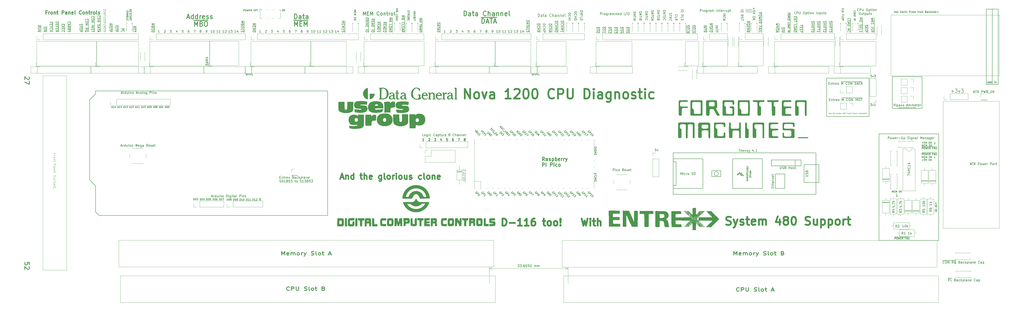
<source format=gbr>
G04 #@! TF.GenerationSoftware,KiCad,Pcbnew,7.0.9*
G04 #@! TF.CreationDate,2024-04-03T04:21:04-05:00*
G04 #@! TF.ProjectId,DG Nova CPU Tester,4447204e-6f76-4612-9043-505520546573,Rev 0*
G04 #@! TF.SameCoordinates,Original*
G04 #@! TF.FileFunction,Legend,Top*
G04 #@! TF.FilePolarity,Positive*
%FSLAX46Y46*%
G04 Gerber Fmt 4.6, Leading zero omitted, Abs format (unit mm)*
G04 Created by KiCad (PCBNEW 7.0.9) date 2024-04-03 04:21:04*
%MOMM*%
%LPD*%
G01*
G04 APERTURE LIST*
%ADD10C,0.000000*%
%ADD11C,0.150000*%
%ADD12C,0.300000*%
%ADD13C,0.062500*%
%ADD14C,0.100000*%
%ADD15C,0.200000*%
%ADD16C,0.050000*%
%ADD17C,0.750000*%
%ADD18C,0.800000*%
%ADD19C,0.187500*%
%ADD20C,0.125000*%
%ADD21C,0.250000*%
%ADD22C,0.175000*%
%ADD23C,0.625000*%
%ADD24C,0.170000*%
%ADD25C,0.120000*%
G04 APERTURE END LIST*
D10*
G36*
X185732953Y-56774558D02*
G01*
X186378262Y-56774558D01*
X186378262Y-57088492D01*
X185732953Y-57088492D01*
X185732953Y-58045538D01*
X185734647Y-58646542D01*
X185738288Y-58836949D01*
X185745149Y-58970879D01*
X185750104Y-59020631D01*
X185756245Y-59061022D01*
X185763699Y-59093638D01*
X185772593Y-59120066D01*
X185783054Y-59141892D01*
X185795209Y-59160702D01*
X185825110Y-59195619D01*
X185834395Y-59205081D01*
X185844124Y-59214060D01*
X185854286Y-59222556D01*
X185864872Y-59230565D01*
X185875870Y-59238089D01*
X185887270Y-59245124D01*
X185899062Y-59251670D01*
X185911236Y-59257725D01*
X185923780Y-59263289D01*
X185936685Y-59268360D01*
X185949940Y-59272936D01*
X185963534Y-59277017D01*
X185977458Y-59280600D01*
X185991700Y-59283686D01*
X186021099Y-59288358D01*
X186051647Y-59291022D01*
X186083262Y-59291667D01*
X186115859Y-59290285D01*
X186149354Y-59286863D01*
X186183665Y-59281393D01*
X186218708Y-59273864D01*
X186254399Y-59264265D01*
X186290656Y-59252588D01*
X186403613Y-59213229D01*
X186443265Y-59259321D01*
X186451568Y-59269267D01*
X186458818Y-59278649D01*
X186465025Y-59287591D01*
X186467739Y-59291933D01*
X186470196Y-59296211D01*
X186472397Y-59300439D01*
X186474341Y-59304632D01*
X186476032Y-59308806D01*
X186477469Y-59312975D01*
X186478653Y-59317155D01*
X186479587Y-59321361D01*
X186480270Y-59325607D01*
X186480704Y-59329910D01*
X186480890Y-59334284D01*
X186480830Y-59338745D01*
X186480523Y-59343306D01*
X186479972Y-59347985D01*
X186479177Y-59352795D01*
X186478140Y-59357752D01*
X186476861Y-59362871D01*
X186475342Y-59368168D01*
X186471587Y-59379353D01*
X186466882Y-59391428D01*
X186461238Y-59404514D01*
X186454663Y-59418733D01*
X186444896Y-59437166D01*
X186433313Y-59455212D01*
X186419983Y-59472847D01*
X186404976Y-59490049D01*
X186388363Y-59506794D01*
X186370213Y-59523059D01*
X186350596Y-59538823D01*
X186329582Y-59554061D01*
X186307241Y-59568751D01*
X186283643Y-59582870D01*
X186258858Y-59596395D01*
X186232955Y-59609304D01*
X186178078Y-59633179D01*
X186119571Y-59654311D01*
X186057993Y-59672519D01*
X185993904Y-59687617D01*
X185927864Y-59699424D01*
X185860431Y-59707756D01*
X185792164Y-59712429D01*
X185723624Y-59713260D01*
X185689427Y-59712178D01*
X185655370Y-59710067D01*
X185621525Y-59706904D01*
X185587961Y-59702665D01*
X185587924Y-59702698D01*
X185563472Y-59698562D01*
X185538997Y-59693185D01*
X185514614Y-59686630D01*
X185490440Y-59678959D01*
X185466590Y-59670237D01*
X185443181Y-59660527D01*
X185420328Y-59649891D01*
X185398147Y-59638394D01*
X185376754Y-59626098D01*
X185356265Y-59613067D01*
X185336797Y-59599365D01*
X185318464Y-59585054D01*
X185301383Y-59570198D01*
X185285670Y-59554860D01*
X185271440Y-59539104D01*
X185258810Y-59522993D01*
X185253566Y-59515442D01*
X185248077Y-59506934D01*
X185242389Y-59497562D01*
X185236546Y-59487421D01*
X185224577Y-59465204D01*
X185212531Y-59441035D01*
X185200767Y-59415666D01*
X185189648Y-59389847D01*
X185179533Y-59364329D01*
X185174965Y-59351919D01*
X185170783Y-59339865D01*
X185132248Y-59225017D01*
X185126398Y-58174614D01*
X185120548Y-57124221D01*
X185056140Y-57108020D01*
X185023896Y-57100085D01*
X184983744Y-57090456D01*
X184900162Y-57070996D01*
X184808609Y-57050145D01*
X184808609Y-56796512D01*
X184964313Y-56784331D01*
X185120017Y-56772150D01*
X185130216Y-56664356D01*
X185136339Y-56588786D01*
X185145468Y-56462708D01*
X185167807Y-56129262D01*
X185187998Y-55826638D01*
X185194806Y-55733922D01*
X185198102Y-55699088D01*
X185204086Y-55698275D01*
X185220176Y-55697006D01*
X185278246Y-55693366D01*
X185363465Y-55688702D01*
X185466983Y-55683547D01*
X185732953Y-55670917D01*
X185732953Y-56774558D01*
G37*
G36*
X318231261Y-69524726D02*
G01*
X318451749Y-69528099D01*
X318513061Y-69530447D01*
X318551776Y-69533511D01*
X318575411Y-69537499D01*
X318591485Y-69542615D01*
X318612423Y-69550984D01*
X318632551Y-69559533D01*
X318651975Y-69568332D01*
X318670800Y-69577449D01*
X318689130Y-69586953D01*
X318707071Y-69596911D01*
X318724727Y-69607393D01*
X318742204Y-69618467D01*
X318759605Y-69630202D01*
X318777036Y-69642666D01*
X318794601Y-69655928D01*
X318812406Y-69670056D01*
X318830555Y-69685120D01*
X318849153Y-69701187D01*
X318868306Y-69718326D01*
X318888116Y-69736605D01*
X318896599Y-69744644D01*
X318904469Y-69752337D01*
X318911794Y-69759783D01*
X318918647Y-69767081D01*
X318925098Y-69774330D01*
X318931218Y-69781631D01*
X318937076Y-69789080D01*
X318942745Y-69796779D01*
X318948294Y-69804826D01*
X318953794Y-69813320D01*
X318959316Y-69822361D01*
X318964930Y-69832046D01*
X318970707Y-69842477D01*
X318976718Y-69853751D01*
X318983033Y-69865967D01*
X318989723Y-69879226D01*
X318999084Y-69898550D01*
X319008586Y-69919249D01*
X319017965Y-69940681D01*
X319026960Y-69962200D01*
X319035307Y-69983163D01*
X319042743Y-70002925D01*
X319049006Y-70020843D01*
X319053831Y-70036272D01*
X319062098Y-70063908D01*
X319070203Y-70089083D01*
X319073904Y-70099879D01*
X319077215Y-70109019D01*
X319080020Y-70116155D01*
X319082202Y-70120939D01*
X319083142Y-70123301D01*
X319084124Y-70126846D01*
X319085139Y-70131502D01*
X319086179Y-70137200D01*
X319088304Y-70151429D01*
X319090435Y-70168960D01*
X319092508Y-70189219D01*
X319094461Y-70211635D01*
X319096228Y-70235632D01*
X319097748Y-70260640D01*
X319106049Y-70761654D01*
X319114012Y-71794303D01*
X319122519Y-74388140D01*
X319120485Y-75616753D01*
X319116630Y-75840015D01*
X319109914Y-75920606D01*
X319104500Y-75946262D01*
X319099235Y-75972307D01*
X319094722Y-75995695D01*
X319091565Y-76013382D01*
X319089716Y-76022724D01*
X319087160Y-76032775D01*
X319083958Y-76043406D01*
X319080172Y-76054492D01*
X319075866Y-76065904D01*
X319071100Y-76077515D01*
X319065938Y-76089197D01*
X319060442Y-76100822D01*
X319054674Y-76112264D01*
X319048697Y-76123394D01*
X319042572Y-76134085D01*
X319036362Y-76144209D01*
X319030130Y-76153639D01*
X319023937Y-76162248D01*
X319017847Y-76169907D01*
X319011920Y-76176490D01*
X319004382Y-76183894D01*
X318996402Y-76191038D01*
X318979199Y-76204525D01*
X318960480Y-76216912D01*
X318940412Y-76228159D01*
X318919163Y-76238226D01*
X318896903Y-76247074D01*
X318873799Y-76254664D01*
X318850020Y-76260956D01*
X318825734Y-76265912D01*
X318801109Y-76269491D01*
X318776314Y-76271654D01*
X318751516Y-76272362D01*
X318726884Y-76271576D01*
X318702587Y-76269256D01*
X318678792Y-76265363D01*
X318655669Y-76259858D01*
X318655669Y-76259856D01*
X318655670Y-76259855D01*
X318655671Y-76259854D01*
X318655671Y-76259853D01*
X318655672Y-76259853D01*
X318655673Y-76259852D01*
X318655673Y-76259851D01*
X318640814Y-76255402D01*
X318626290Y-76250424D01*
X318612126Y-76244935D01*
X318598350Y-76238952D01*
X318584987Y-76232495D01*
X318572065Y-76225580D01*
X318559608Y-76218226D01*
X318547645Y-76210451D01*
X318536201Y-76202272D01*
X318525302Y-76193708D01*
X318514976Y-76184777D01*
X318505247Y-76175497D01*
X318496143Y-76165885D01*
X318487691Y-76155960D01*
X318479915Y-76145740D01*
X318472844Y-76135242D01*
X318466756Y-76124967D01*
X318460707Y-76113529D01*
X318454731Y-76101041D01*
X318448862Y-76087618D01*
X318443136Y-76073374D01*
X318437588Y-76058424D01*
X318432252Y-76042881D01*
X318427164Y-76026860D01*
X318422358Y-76010476D01*
X318417869Y-75993842D01*
X318413733Y-75977073D01*
X318409983Y-75960283D01*
X318406655Y-75943586D01*
X318403784Y-75927097D01*
X318401404Y-75910931D01*
X318399551Y-75895200D01*
X318395986Y-75778429D01*
X318392016Y-75516819D01*
X318388128Y-75149124D01*
X318384807Y-74714099D01*
X318379705Y-74050967D01*
X318373307Y-73654024D01*
X318368918Y-73529017D01*
X318363360Y-73438928D01*
X318356352Y-73373214D01*
X318347612Y-73321332D01*
X318338382Y-73280207D01*
X318327640Y-73241673D01*
X318315327Y-73205669D01*
X318301389Y-73172137D01*
X318285769Y-73141017D01*
X318268410Y-73112249D01*
X318259061Y-73098729D01*
X318249256Y-73085775D01*
X318238989Y-73073379D01*
X318228251Y-73061535D01*
X318217037Y-73050234D01*
X318205339Y-73039469D01*
X318193149Y-73029233D01*
X318180462Y-73019518D01*
X318167270Y-73010317D01*
X318153565Y-73001623D01*
X318139342Y-72993427D01*
X318124592Y-72985723D01*
X318093485Y-72971761D01*
X318060190Y-72959676D01*
X318024648Y-72949409D01*
X317986805Y-72940900D01*
X317853215Y-72914511D01*
X317751345Y-72908548D01*
X317538703Y-72904281D01*
X316928754Y-72900842D01*
X316318664Y-72904213D01*
X316105846Y-72908458D01*
X316003729Y-72914412D01*
X315870692Y-72940561D01*
X315851982Y-72944480D01*
X315834000Y-72948778D01*
X315816706Y-72953475D01*
X315800059Y-72958593D01*
X315784021Y-72964150D01*
X315768551Y-72970168D01*
X315753611Y-72976666D01*
X315739159Y-72983665D01*
X315725157Y-72991186D01*
X315711564Y-72999248D01*
X315698340Y-73007872D01*
X315685447Y-73017078D01*
X315672844Y-73026886D01*
X315660491Y-73037318D01*
X315648349Y-73048392D01*
X315636378Y-73060129D01*
X315624615Y-73072388D01*
X315613725Y-73084443D01*
X315603645Y-73096428D01*
X315594311Y-73108476D01*
X315585657Y-73120720D01*
X315577620Y-73133294D01*
X315570134Y-73146329D01*
X315563135Y-73159960D01*
X315556558Y-73174320D01*
X315550339Y-73189541D01*
X315544413Y-73205758D01*
X315538716Y-73223102D01*
X315533183Y-73241708D01*
X315527750Y-73261707D01*
X315522351Y-73283235D01*
X315516923Y-73306423D01*
X315494308Y-73406006D01*
X315488689Y-74426241D01*
X315484782Y-75039227D01*
X315479207Y-75376629D01*
X315474586Y-75479508D01*
X315468101Y-75558519D01*
X315447604Y-75704972D01*
X315443011Y-75731116D01*
X315437468Y-75757184D01*
X315431026Y-75783064D01*
X315423737Y-75808644D01*
X315415653Y-75833812D01*
X315406823Y-75858457D01*
X315397299Y-75882468D01*
X315387133Y-75905731D01*
X315376375Y-75928136D01*
X315365078Y-75949572D01*
X315353291Y-75969925D01*
X315341066Y-75989085D01*
X315328455Y-76006940D01*
X315315508Y-76023378D01*
X315302277Y-76038287D01*
X315288812Y-76051557D01*
X315280556Y-76058799D01*
X315271568Y-76066103D01*
X315261917Y-76073428D01*
X315251674Y-76080737D01*
X315240909Y-76087989D01*
X315229693Y-76095145D01*
X315218095Y-76102166D01*
X315206186Y-76109012D01*
X315194036Y-76115644D01*
X315181716Y-76122024D01*
X315169294Y-76128110D01*
X315156842Y-76133865D01*
X315144430Y-76139249D01*
X315132128Y-76144222D01*
X315120006Y-76148745D01*
X315108135Y-76152779D01*
X315093386Y-76156940D01*
X315075274Y-76161064D01*
X315030564Y-76169048D01*
X314977216Y-76176417D01*
X314918440Y-76182861D01*
X314857447Y-76188066D01*
X314797447Y-76191720D01*
X314741651Y-76193511D01*
X314716333Y-76193611D01*
X314693269Y-76193128D01*
X314610140Y-76189014D01*
X314534532Y-76182736D01*
X314466006Y-76173958D01*
X314404119Y-76162343D01*
X314375527Y-76155367D01*
X314348430Y-76147555D01*
X314322771Y-76138867D01*
X314298497Y-76129259D01*
X314275551Y-76118689D01*
X314253879Y-76107116D01*
X314233424Y-76094498D01*
X314214134Y-76080793D01*
X314195951Y-76065957D01*
X314178820Y-76049951D01*
X314162687Y-76032730D01*
X314147497Y-76014255D01*
X314133194Y-75994481D01*
X314119722Y-75973368D01*
X314107028Y-75950873D01*
X314095055Y-75926954D01*
X314073053Y-75874678D01*
X314053275Y-75816202D01*
X314035279Y-75751190D01*
X314018625Y-75679306D01*
X314016033Y-75665130D01*
X314013744Y-75645981D01*
X314011735Y-75618347D01*
X314009984Y-75578718D01*
X314008469Y-75523583D01*
X314007167Y-75449430D01*
X314006057Y-75352750D01*
X314005117Y-75230030D01*
X314003656Y-74892429D01*
X314002607Y-74408539D01*
X314001038Y-72889540D01*
X314002726Y-71240113D01*
X315446906Y-71240113D01*
X315447369Y-71399534D01*
X315448174Y-71455306D01*
X315449521Y-71498781D01*
X315451529Y-71532704D01*
X315454317Y-71559820D01*
X315458004Y-71582876D01*
X315462710Y-71604617D01*
X315467173Y-71621899D01*
X315472307Y-71639201D01*
X315478105Y-71656506D01*
X315484557Y-71673801D01*
X315491657Y-71691070D01*
X315499395Y-71708298D01*
X315507763Y-71725469D01*
X315516754Y-71742569D01*
X315526358Y-71759582D01*
X315536568Y-71776494D01*
X315547375Y-71793289D01*
X315558771Y-71809952D01*
X315570749Y-71826468D01*
X315583299Y-71842822D01*
X315596413Y-71858999D01*
X315610084Y-71874984D01*
X315618268Y-71883883D01*
X315628026Y-71893762D01*
X315639209Y-71904499D01*
X315651668Y-71915973D01*
X315679818Y-71940650D01*
X315711287Y-71966826D01*
X315744886Y-71993534D01*
X315779423Y-72019806D01*
X315813709Y-72044676D01*
X315846555Y-72067176D01*
X315888165Y-72095293D01*
X315897294Y-72101114D01*
X315906367Y-72106487D01*
X315915611Y-72111430D01*
X315925251Y-72115962D01*
X315935516Y-72120101D01*
X315946631Y-72123864D01*
X315958823Y-72127269D01*
X315972319Y-72130334D01*
X315987345Y-72133079D01*
X316004128Y-72135519D01*
X316022894Y-72137674D01*
X316043871Y-72139561D01*
X316067284Y-72141199D01*
X316093361Y-72142605D01*
X316122327Y-72143798D01*
X316154411Y-72144795D01*
X316228834Y-72146274D01*
X316318443Y-72147186D01*
X316425051Y-72147677D01*
X316550471Y-72147888D01*
X316864999Y-72148052D01*
X317336707Y-72148059D01*
X317593647Y-72146311D01*
X317664626Y-72144372D01*
X317709571Y-72141505D01*
X317737700Y-72137547D01*
X317758232Y-72132336D01*
X317758232Y-72132337D01*
X317784788Y-72124091D01*
X317814245Y-72114341D01*
X317845516Y-72103486D01*
X317877514Y-72091928D01*
X317909152Y-72080065D01*
X317939343Y-72068298D01*
X317967001Y-72057027D01*
X317991038Y-72046653D01*
X318009175Y-72038024D01*
X318027347Y-72028382D01*
X318045508Y-72017767D01*
X318063612Y-72006221D01*
X318081613Y-71993783D01*
X318099466Y-71980495D01*
X318117125Y-71966396D01*
X318134543Y-71951527D01*
X318151675Y-71935928D01*
X318168474Y-71919641D01*
X318184895Y-71902705D01*
X318200893Y-71885161D01*
X318216420Y-71867050D01*
X318231431Y-71848411D01*
X318245881Y-71829286D01*
X318259723Y-71809716D01*
X318264898Y-71802043D01*
X318269536Y-71794881D01*
X318273692Y-71788044D01*
X318277422Y-71781349D01*
X318280781Y-71774612D01*
X318283823Y-71767647D01*
X318286604Y-71760271D01*
X318289179Y-71752298D01*
X318291603Y-71743546D01*
X318293931Y-71733828D01*
X318296219Y-71722961D01*
X318298521Y-71710760D01*
X318300892Y-71697042D01*
X318303388Y-71681620D01*
X318308974Y-71644933D01*
X318314065Y-71608970D01*
X318318009Y-71576199D01*
X318320902Y-71544417D01*
X318322840Y-71511419D01*
X318323919Y-71475003D01*
X318324233Y-71432963D01*
X318323880Y-71383097D01*
X318322954Y-71323200D01*
X318320893Y-71235408D01*
X318318012Y-71153941D01*
X318314368Y-71079562D01*
X318310017Y-71013031D01*
X318305018Y-70955108D01*
X318299426Y-70906555D01*
X318293300Y-70868132D01*
X318286696Y-70840599D01*
X318281216Y-70823865D01*
X318275331Y-70807425D01*
X318269043Y-70791284D01*
X318262355Y-70775446D01*
X318255270Y-70759918D01*
X318247792Y-70744704D01*
X318239923Y-70729809D01*
X318231666Y-70715239D01*
X318223025Y-70700999D01*
X318214002Y-70687093D01*
X318204601Y-70673527D01*
X318194824Y-70660307D01*
X318184675Y-70647437D01*
X318174156Y-70634922D01*
X318163270Y-70622768D01*
X318152022Y-70610979D01*
X318140066Y-70599118D01*
X318128254Y-70587985D01*
X318116491Y-70577525D01*
X318104684Y-70567681D01*
X318092737Y-70558398D01*
X318080557Y-70549620D01*
X318068047Y-70541292D01*
X318055115Y-70533358D01*
X318041665Y-70525763D01*
X318027603Y-70518450D01*
X318012835Y-70511365D01*
X317997265Y-70504451D01*
X317980800Y-70497653D01*
X317963345Y-70490916D01*
X317944805Y-70484183D01*
X317925086Y-70477399D01*
X317859450Y-70455366D01*
X315947591Y-70455366D01*
X315862916Y-70483774D01*
X315827537Y-70496102D01*
X315811727Y-70502029D01*
X315796978Y-70507908D01*
X315783144Y-70513821D01*
X315770080Y-70519851D01*
X315757639Y-70526081D01*
X315745678Y-70532592D01*
X315734050Y-70539467D01*
X315722611Y-70546788D01*
X315711215Y-70554639D01*
X315699717Y-70563101D01*
X315687972Y-70572257D01*
X315675834Y-70582190D01*
X315649799Y-70604713D01*
X315637698Y-70615614D01*
X315626409Y-70626085D01*
X315615850Y-70636233D01*
X315605934Y-70646166D01*
X315596580Y-70655992D01*
X315587703Y-70665817D01*
X315579218Y-70675749D01*
X315571042Y-70685896D01*
X315563090Y-70696365D01*
X315555279Y-70707263D01*
X315547525Y-70718698D01*
X315539743Y-70730778D01*
X315531850Y-70743609D01*
X315523761Y-70757299D01*
X315515393Y-70771955D01*
X315506661Y-70787686D01*
X315496395Y-70806576D01*
X315487380Y-70823845D01*
X315479534Y-70840107D01*
X315472775Y-70855979D01*
X315469778Y-70863960D01*
X315467022Y-70872076D01*
X315464498Y-70880401D01*
X315462195Y-70889014D01*
X315460103Y-70897991D01*
X315458211Y-70907409D01*
X315456510Y-70917345D01*
X315454990Y-70927876D01*
X315453640Y-70939079D01*
X315452450Y-70951032D01*
X315450509Y-70977491D01*
X315449087Y-71007870D01*
X315448102Y-71042785D01*
X315447472Y-71082851D01*
X315447118Y-71128684D01*
X315446906Y-71240113D01*
X314002726Y-71240113D01*
X314003613Y-70373658D01*
X314008338Y-70173193D01*
X314015735Y-70067991D01*
X314026325Y-70019982D01*
X314040626Y-69991097D01*
X314050303Y-69973718D01*
X314062490Y-69954425D01*
X314076889Y-69933550D01*
X314093200Y-69911427D01*
X314111125Y-69888388D01*
X314130364Y-69864768D01*
X314150618Y-69840898D01*
X314171587Y-69817113D01*
X314192973Y-69793745D01*
X314214477Y-69771127D01*
X314235798Y-69749592D01*
X314256638Y-69729474D01*
X314276698Y-69711106D01*
X314295678Y-69694821D01*
X314313279Y-69680951D01*
X314329202Y-69669831D01*
X314344897Y-69659955D01*
X314360481Y-69650590D01*
X314375991Y-69641720D01*
X314391462Y-69633331D01*
X314406932Y-69625406D01*
X314422438Y-69617933D01*
X314438014Y-69610895D01*
X314453699Y-69604278D01*
X314469527Y-69598068D01*
X314485537Y-69592248D01*
X314501764Y-69586805D01*
X314518245Y-69581724D01*
X314535016Y-69576989D01*
X314552114Y-69572587D01*
X314569574Y-69568501D01*
X314587435Y-69564717D01*
X314616920Y-69559186D01*
X314631522Y-69556825D01*
X314646505Y-69554703D01*
X314662224Y-69552800D01*
X314679035Y-69551092D01*
X314697292Y-69549559D01*
X314717352Y-69548176D01*
X314764301Y-69545777D01*
X314822724Y-69543718D01*
X314895466Y-69541822D01*
X314985369Y-69539911D01*
X316396708Y-69524266D01*
X317830169Y-69521743D01*
X318231261Y-69524726D01*
G37*
G36*
X216998676Y-110484620D02*
G01*
X217342848Y-110490507D01*
X217681446Y-110501452D01*
X217975510Y-110515887D01*
X218093666Y-110523924D01*
X218186079Y-110532246D01*
X218301959Y-110545863D01*
X218350694Y-110552849D01*
X218394017Y-110560323D01*
X218432472Y-110568560D01*
X218466601Y-110577839D01*
X218496949Y-110588436D01*
X218524058Y-110600628D01*
X218548473Y-110614692D01*
X218570736Y-110630905D01*
X218591392Y-110649544D01*
X218610983Y-110670886D01*
X218630053Y-110695207D01*
X218649146Y-110722786D01*
X218668805Y-110753897D01*
X218689573Y-110788820D01*
X218719805Y-110847703D01*
X218746159Y-110913245D01*
X218768623Y-110984463D01*
X218787188Y-111060374D01*
X218801842Y-111139996D01*
X218812577Y-111222347D01*
X218819381Y-111306443D01*
X218822245Y-111391304D01*
X218821158Y-111475946D01*
X218816109Y-111559387D01*
X218807089Y-111640644D01*
X218794087Y-111718735D01*
X218777093Y-111792678D01*
X218756097Y-111861491D01*
X218731088Y-111924189D01*
X218702056Y-111979793D01*
X218682049Y-112013460D01*
X218664670Y-112043738D01*
X218649902Y-112071144D01*
X218637727Y-112096198D01*
X218632606Y-112108004D01*
X218628126Y-112119417D01*
X218624285Y-112130502D01*
X218621081Y-112141322D01*
X218618511Y-112151943D01*
X218616573Y-112162430D01*
X218615265Y-112172847D01*
X218614585Y-112183260D01*
X218614530Y-112193733D01*
X218615098Y-112204331D01*
X218616287Y-112215119D01*
X218618094Y-112226162D01*
X218620517Y-112237524D01*
X218623555Y-112249270D01*
X218627203Y-112261466D01*
X218631462Y-112274176D01*
X218641797Y-112301397D01*
X218654542Y-112331452D01*
X218669678Y-112364860D01*
X218687188Y-112402139D01*
X218700798Y-112432874D01*
X218713366Y-112465603D01*
X218724913Y-112500507D01*
X218735464Y-112537764D01*
X218745040Y-112577555D01*
X218753664Y-112620057D01*
X218761359Y-112665452D01*
X218768148Y-112713917D01*
X218774053Y-112765632D01*
X218779097Y-112820776D01*
X218783302Y-112879530D01*
X218786693Y-112942071D01*
X218789290Y-113008579D01*
X218791117Y-113079234D01*
X218792551Y-113233701D01*
X218792551Y-113843230D01*
X217967048Y-113843230D01*
X217967048Y-112636727D01*
X217095951Y-112636727D01*
X217061903Y-113182530D01*
X217053854Y-113293377D01*
X217044013Y-113399121D01*
X217032761Y-113497280D01*
X217020481Y-113585373D01*
X217007553Y-113660920D01*
X216994361Y-113721439D01*
X216987785Y-113745287D01*
X216981286Y-113764448D01*
X216974913Y-113778612D01*
X216968711Y-113787467D01*
X216959906Y-113794761D01*
X216948277Y-113801970D01*
X216917311Y-113816048D01*
X216877347Y-113829527D01*
X216829918Y-113842232D01*
X216776558Y-113853988D01*
X216718800Y-113864622D01*
X216658177Y-113873958D01*
X216596223Y-113881823D01*
X216534471Y-113888040D01*
X216474454Y-113892437D01*
X216417707Y-113894838D01*
X216365762Y-113895069D01*
X216320153Y-113892955D01*
X216282413Y-113888321D01*
X216254075Y-113880994D01*
X216243912Y-113876266D01*
X216236674Y-113870798D01*
X216236674Y-113870789D01*
X216231822Y-113857152D01*
X216227107Y-113826874D01*
X216218182Y-113719927D01*
X216210094Y-113557008D01*
X216203038Y-113345175D01*
X216197211Y-113091488D01*
X216192806Y-112803005D01*
X216190020Y-112486784D01*
X216189048Y-112149886D01*
X216189048Y-111619214D01*
X217085430Y-111619214D01*
X217086231Y-111632001D01*
X217087860Y-111644724D01*
X217090284Y-111657294D01*
X217093471Y-111669623D01*
X217097389Y-111681621D01*
X217102005Y-111693199D01*
X217107288Y-111704269D01*
X217113205Y-111714740D01*
X217119725Y-111724525D01*
X217126813Y-111733534D01*
X217134440Y-111741678D01*
X217142571Y-111748868D01*
X217146816Y-111752077D01*
X217151176Y-111755015D01*
X217164321Y-111762464D01*
X217179258Y-111769341D01*
X217214027Y-111781393D01*
X217254519Y-111791204D01*
X217299771Y-111798809D01*
X217348818Y-111804240D01*
X217400696Y-111807532D01*
X217454441Y-111808717D01*
X217509090Y-111807831D01*
X217563678Y-111804906D01*
X217617241Y-111799976D01*
X217668815Y-111793074D01*
X217717437Y-111784235D01*
X217762142Y-111773492D01*
X217801966Y-111760878D01*
X217835946Y-111746428D01*
X217850443Y-111738524D01*
X217863117Y-111730174D01*
X217863117Y-111730170D01*
X217869629Y-111725256D01*
X217875868Y-111720242D01*
X217881832Y-111715129D01*
X217887520Y-111709920D01*
X217892932Y-111704619D01*
X217898067Y-111699228D01*
X217902923Y-111693749D01*
X217907499Y-111688187D01*
X217911795Y-111682543D01*
X217915809Y-111676821D01*
X217919541Y-111671023D01*
X217922989Y-111665152D01*
X217926153Y-111659211D01*
X217929032Y-111653204D01*
X217931623Y-111647132D01*
X217933928Y-111640998D01*
X217935943Y-111634807D01*
X217937670Y-111628559D01*
X217939105Y-111622259D01*
X217940249Y-111615908D01*
X217941101Y-111609511D01*
X217941659Y-111603069D01*
X217941923Y-111596586D01*
X217941891Y-111590064D01*
X217941562Y-111583507D01*
X217940936Y-111576917D01*
X217940011Y-111570296D01*
X217938787Y-111563649D01*
X217937263Y-111556977D01*
X217935436Y-111550284D01*
X217933308Y-111543572D01*
X217930875Y-111536845D01*
X217927399Y-111528305D01*
X217923671Y-111520213D01*
X217919652Y-111512560D01*
X217915302Y-111505338D01*
X217910582Y-111498537D01*
X217905454Y-111492151D01*
X217899876Y-111486169D01*
X217893811Y-111480584D01*
X217887218Y-111475387D01*
X217880058Y-111470569D01*
X217872292Y-111466122D01*
X217863881Y-111462037D01*
X217854785Y-111458306D01*
X217844964Y-111454921D01*
X217834379Y-111451871D01*
X217822992Y-111449151D01*
X217810762Y-111446749D01*
X217797650Y-111444659D01*
X217783617Y-111442871D01*
X217768623Y-111441377D01*
X217752630Y-111440169D01*
X217735597Y-111439237D01*
X217717485Y-111438574D01*
X217698255Y-111438170D01*
X217677867Y-111438018D01*
X217656282Y-111438108D01*
X217609365Y-111438983D01*
X217557187Y-111440726D01*
X217499433Y-111443269D01*
X217390301Y-111449596D01*
X217343807Y-111453297D01*
X217302308Y-111457487D01*
X217265514Y-111462263D01*
X217233134Y-111467723D01*
X217204879Y-111473963D01*
X217180458Y-111481082D01*
X217159581Y-111489178D01*
X217141958Y-111498346D01*
X217127300Y-111508686D01*
X217115316Y-111520294D01*
X217105715Y-111533269D01*
X217098208Y-111547706D01*
X217092505Y-111563705D01*
X217088316Y-111581362D01*
X217086440Y-111593806D01*
X217085489Y-111606452D01*
X217085430Y-111619214D01*
X216189048Y-111619214D01*
X216189048Y-110477719D01*
X216998676Y-110484620D01*
G37*
D11*
X437007000Y-20955000D02*
X439547000Y-20955000D01*
X439547000Y-53213000D01*
X437007000Y-53213000D01*
X437007000Y-20955000D01*
X396865000Y-49911000D02*
X409565000Y-49911000D01*
X409565000Y-63500000D01*
X396865000Y-63500000D01*
X396865000Y-49911000D01*
D10*
G36*
X176839130Y-60399611D02*
G01*
X177195142Y-60422659D01*
X177523645Y-60462470D01*
X177825385Y-60519599D01*
X177966452Y-60554832D01*
X178101107Y-60594603D01*
X178229444Y-60638980D01*
X178351555Y-60688034D01*
X178467534Y-60741834D01*
X178577475Y-60800450D01*
X178681469Y-60863950D01*
X178779611Y-60932404D01*
X178871993Y-61005881D01*
X178958709Y-61084452D01*
X179039851Y-61168184D01*
X179115514Y-61257149D01*
X179185789Y-61351414D01*
X179250770Y-61451049D01*
X179310551Y-61556125D01*
X179365223Y-61666709D01*
X179414881Y-61782872D01*
X179459618Y-61904683D01*
X179499527Y-62032212D01*
X179534700Y-62165526D01*
X179591213Y-62449794D01*
X179629903Y-62758041D01*
X179638274Y-62859660D01*
X179643473Y-62952846D01*
X179645406Y-63037834D01*
X179643979Y-63114857D01*
X179639097Y-63184150D01*
X179630665Y-63245949D01*
X179618591Y-63300487D01*
X179602780Y-63347998D01*
X179593443Y-63369193D01*
X179583137Y-63388719D01*
X179571849Y-63406605D01*
X179559568Y-63422882D01*
X179546282Y-63437577D01*
X179531979Y-63450722D01*
X179516647Y-63462344D01*
X179500276Y-63472474D01*
X179482852Y-63481141D01*
X179464364Y-63488373D01*
X179444800Y-63494201D01*
X179424149Y-63498653D01*
X179379537Y-63503548D01*
X179330434Y-63503293D01*
X179127943Y-63499963D01*
X178730790Y-63499150D01*
X178196348Y-63500783D01*
X177581988Y-63504794D01*
X176042109Y-63517603D01*
X176042109Y-63671814D01*
X176042672Y-63688087D01*
X176044326Y-63705010D01*
X176047013Y-63722447D01*
X176050679Y-63740264D01*
X176055268Y-63758325D01*
X176060724Y-63776498D01*
X176066992Y-63794645D01*
X176074015Y-63812634D01*
X176081738Y-63830328D01*
X176090105Y-63847594D01*
X176099061Y-63864296D01*
X176108549Y-63880300D01*
X176118515Y-63895471D01*
X176128902Y-63909675D01*
X176139655Y-63922776D01*
X176150718Y-63934639D01*
X176159788Y-63943372D01*
X176169102Y-63951602D01*
X176178781Y-63959338D01*
X176188941Y-63966587D01*
X176199701Y-63973358D01*
X176211181Y-63979661D01*
X176223499Y-63985504D01*
X176236774Y-63990894D01*
X176251123Y-63995842D01*
X176266667Y-64000355D01*
X176283523Y-64004443D01*
X176301811Y-64008113D01*
X176321648Y-64011374D01*
X176343154Y-64014236D01*
X176366447Y-64016706D01*
X176391645Y-64018793D01*
X176418869Y-64020505D01*
X176448235Y-64021853D01*
X176513872Y-64023484D01*
X176589505Y-64023756D01*
X176676083Y-64022738D01*
X176774557Y-64020498D01*
X176885874Y-64017105D01*
X177010985Y-64012628D01*
X177150839Y-64007135D01*
X177345356Y-63997186D01*
X177556655Y-63982692D01*
X177777978Y-63964343D01*
X178002568Y-63942829D01*
X178223668Y-63918841D01*
X178434518Y-63893069D01*
X178628361Y-63866204D01*
X178798440Y-63838934D01*
X179094194Y-63789827D01*
X179340537Y-63753761D01*
X179437144Y-63741689D01*
X179511755Y-63734164D01*
X179561155Y-63731612D01*
X179575397Y-63732336D01*
X179582131Y-63734464D01*
X179583179Y-63736734D01*
X179583489Y-63740668D01*
X179581955Y-63753356D01*
X179577661Y-63772178D01*
X179570734Y-63796784D01*
X179561305Y-63826826D01*
X179549504Y-63861953D01*
X179519300Y-63946066D01*
X179481159Y-64046328D01*
X179436117Y-64159942D01*
X179385209Y-64284114D01*
X179329473Y-64416046D01*
X179228680Y-64653885D01*
X179187416Y-64748571D01*
X179149482Y-64829169D01*
X179112810Y-64897231D01*
X179094301Y-64927044D01*
X179075332Y-64954305D01*
X179055644Y-64979207D01*
X179034978Y-65001944D01*
X179013077Y-65022710D01*
X178989681Y-65041698D01*
X178964532Y-65059103D01*
X178937371Y-65075118D01*
X178907940Y-65089937D01*
X178875981Y-65103754D01*
X178841234Y-65116762D01*
X178803441Y-65129156D01*
X178717684Y-65152877D01*
X178616640Y-65176465D01*
X178498241Y-65201473D01*
X178201104Y-65261948D01*
X178071204Y-65285351D01*
X177920405Y-65306572D01*
X177568228Y-65342175D01*
X177168818Y-65368159D01*
X176746421Y-65383930D01*
X176325281Y-65388891D01*
X175929644Y-65382446D01*
X175583754Y-65364000D01*
X175437041Y-65350090D01*
X175311857Y-65332956D01*
X175311875Y-65333103D01*
X175051955Y-65288009D01*
X174832527Y-65244626D01*
X174735615Y-65222788D01*
X174645968Y-65200432D01*
X174562632Y-65177242D01*
X174484655Y-65152905D01*
X174411084Y-65127104D01*
X174340966Y-65099524D01*
X174273349Y-65069851D01*
X174207280Y-65037768D01*
X174141806Y-65002961D01*
X174075974Y-64965115D01*
X173939426Y-64879042D01*
X173866207Y-64828875D01*
X173796798Y-64777596D01*
X173731095Y-64725068D01*
X173668995Y-64671157D01*
X173610396Y-64615726D01*
X173555192Y-64558641D01*
X173503282Y-64499767D01*
X173454562Y-64438967D01*
X173408928Y-64376106D01*
X173366276Y-64311048D01*
X173326505Y-64243660D01*
X173289510Y-64173804D01*
X173255187Y-64101345D01*
X173223435Y-64026149D01*
X173194148Y-63948079D01*
X173167225Y-63867000D01*
X173114200Y-63688343D01*
X173092335Y-63606588D01*
X173073478Y-63528866D01*
X173057560Y-63454414D01*
X173044513Y-63382470D01*
X173034270Y-63312272D01*
X173026761Y-63243057D01*
X173021919Y-63174063D01*
X173019676Y-63104528D01*
X173019964Y-63033689D01*
X173022714Y-62960784D01*
X173027858Y-62885051D01*
X173035329Y-62805727D01*
X173045058Y-62722051D01*
X173056977Y-62633259D01*
X173079471Y-62495839D01*
X173107356Y-62362773D01*
X173140633Y-62234060D01*
X173150549Y-62202174D01*
X175986247Y-62202174D01*
X175987903Y-62225196D01*
X175993031Y-62247025D01*
X176001778Y-62267513D01*
X176014291Y-62286509D01*
X176030716Y-62303863D01*
X176051200Y-62319425D01*
X176063108Y-62325028D01*
X176080823Y-62330310D01*
X176103991Y-62335250D01*
X176132260Y-62339828D01*
X176165274Y-62344024D01*
X176202682Y-62347817D01*
X176289263Y-62354114D01*
X176389175Y-62358556D01*
X176499590Y-62360980D01*
X176617681Y-62361223D01*
X176740619Y-62359122D01*
X176939251Y-62353486D01*
X177088447Y-62347281D01*
X177146641Y-62343330D01*
X177195036Y-62338475D01*
X177234486Y-62332461D01*
X177265844Y-62325034D01*
X177289963Y-62315940D01*
X177299576Y-62310688D01*
X177307698Y-62304924D01*
X177314438Y-62298616D01*
X177319901Y-62291733D01*
X177324195Y-62284242D01*
X177327426Y-62276112D01*
X177331126Y-62257807D01*
X177331854Y-62236564D01*
X177327810Y-62184248D01*
X177327819Y-62184248D01*
X177324565Y-62160719D01*
X177319603Y-62137201D01*
X177312994Y-62113744D01*
X177304800Y-62090394D01*
X177295082Y-62067200D01*
X177283901Y-62044211D01*
X177271318Y-62021475D01*
X177257396Y-61999039D01*
X177242196Y-61976952D01*
X177225779Y-61955263D01*
X177208206Y-61934019D01*
X177189538Y-61913269D01*
X177169839Y-61893061D01*
X177149167Y-61873444D01*
X177127586Y-61854465D01*
X177105157Y-61836172D01*
X177081940Y-61818615D01*
X177057997Y-61801840D01*
X177033390Y-61785897D01*
X177008181Y-61770834D01*
X176982429Y-61756699D01*
X176956198Y-61743539D01*
X176929548Y-61731404D01*
X176902541Y-61720342D01*
X176875238Y-61710401D01*
X176847700Y-61701628D01*
X176819990Y-61694073D01*
X176792168Y-61687783D01*
X176764295Y-61682807D01*
X176736434Y-61679193D01*
X176708646Y-61676990D01*
X176680991Y-61676244D01*
X176643895Y-61677647D01*
X176606456Y-61681755D01*
X176568818Y-61688418D01*
X176531130Y-61697486D01*
X176493538Y-61708810D01*
X176456189Y-61722240D01*
X176419230Y-61737625D01*
X176382807Y-61754817D01*
X176312158Y-61794017D01*
X176245415Y-61838642D01*
X176183754Y-61887492D01*
X176128348Y-61939369D01*
X176080372Y-61993072D01*
X176059536Y-62020234D01*
X176040999Y-62047404D01*
X176024906Y-62074430D01*
X176011405Y-62101164D01*
X176000641Y-62127455D01*
X175992762Y-62153154D01*
X175987915Y-62178110D01*
X175986247Y-62202174D01*
X173150549Y-62202174D01*
X173179304Y-62109700D01*
X173223368Y-61989693D01*
X173272827Y-61874037D01*
X173327681Y-61762733D01*
X173387931Y-61655779D01*
X173453578Y-61553176D01*
X173524623Y-61454923D01*
X173601067Y-61361019D01*
X173682909Y-61271463D01*
X173770152Y-61186256D01*
X173862796Y-61105396D01*
X173960842Y-61028883D01*
X174064290Y-60956717D01*
X174173142Y-60888897D01*
X174287398Y-60825423D01*
X174407058Y-60766294D01*
X174532125Y-60711509D01*
X174662598Y-60661068D01*
X174798479Y-60614971D01*
X174939767Y-60573216D01*
X175086465Y-60535804D01*
X175238572Y-60502734D01*
X175396090Y-60474005D01*
X175559020Y-60449617D01*
X175727361Y-60429570D01*
X175901116Y-60413862D01*
X176080284Y-60402493D01*
X176264867Y-60395463D01*
X176454865Y-60392772D01*
X176839130Y-60399611D01*
G37*
G36*
X360950903Y-76250794D02*
G01*
X358747192Y-76252924D01*
X356985091Y-76252502D01*
X356638579Y-76249589D01*
X356539687Y-76244453D01*
X356539311Y-76242303D01*
X356538964Y-76238096D01*
X356538365Y-76223976D01*
X356537899Y-76202992D01*
X356537573Y-76176040D01*
X356537374Y-76107805D01*
X356537829Y-76026426D01*
X356539770Y-75818993D01*
X360950903Y-75818993D01*
X360950903Y-76250794D01*
G37*
G36*
X335483145Y-59977925D02*
G01*
X335559344Y-59997246D01*
X335595883Y-60006803D01*
X335629768Y-60016299D01*
X335661144Y-60025814D01*
X335690157Y-60035428D01*
X335716949Y-60045218D01*
X335741667Y-60055264D01*
X335764453Y-60065646D01*
X335785454Y-60076442D01*
X335804813Y-60087731D01*
X335822675Y-60099592D01*
X335839184Y-60112106D01*
X335854486Y-60125349D01*
X335868723Y-60139402D01*
X335882042Y-60154344D01*
X335894586Y-60170254D01*
X335906500Y-60187210D01*
X335916884Y-60203515D01*
X335926767Y-60220474D01*
X335936162Y-60238129D01*
X335945082Y-60256521D01*
X335953540Y-60275691D01*
X335961548Y-60295681D01*
X335969120Y-60316533D01*
X335976269Y-60338287D01*
X335983007Y-60360985D01*
X335989347Y-60384668D01*
X335995303Y-60409379D01*
X336000887Y-60435157D01*
X336006113Y-60462046D01*
X336010992Y-60490085D01*
X336015539Y-60519317D01*
X336019766Y-60549782D01*
X336029806Y-63282582D01*
X336020166Y-66018369D01*
X336014398Y-66061490D01*
X336008240Y-66102119D01*
X336001656Y-66140359D01*
X335994609Y-66176313D01*
X335987062Y-66210084D01*
X335978979Y-66241775D01*
X335970324Y-66271488D01*
X335961059Y-66299327D01*
X335951148Y-66325394D01*
X335940555Y-66349792D01*
X335929243Y-66372624D01*
X335917175Y-66393993D01*
X335904314Y-66414001D01*
X335890625Y-66432752D01*
X335876071Y-66450349D01*
X335860614Y-66466893D01*
X335844450Y-66482202D01*
X335826987Y-66496859D01*
X335808276Y-66510844D01*
X335788368Y-66524137D01*
X335767314Y-66536717D01*
X335745166Y-66548564D01*
X335721973Y-66559657D01*
X335697788Y-66569974D01*
X335672662Y-66579497D01*
X335646645Y-66588204D01*
X335619788Y-66596075D01*
X335592144Y-66603089D01*
X335563763Y-66609225D01*
X335534695Y-66614463D01*
X335504993Y-66618783D01*
X335474707Y-66622164D01*
X333482690Y-66632336D01*
X331516540Y-66628113D01*
X331516540Y-66628116D01*
X331506134Y-66626792D01*
X331494392Y-66625524D01*
X331481717Y-66624342D01*
X331468512Y-66623276D01*
X331455179Y-66622357D01*
X331442121Y-66621614D01*
X331429738Y-66621077D01*
X331418436Y-66620777D01*
X331406141Y-66620180D01*
X331392484Y-66618797D01*
X331377634Y-66616676D01*
X331361762Y-66613867D01*
X331345036Y-66610419D01*
X331327627Y-66606380D01*
X331309703Y-66601799D01*
X331291435Y-66596726D01*
X331254543Y-66585297D01*
X331236258Y-66579039D01*
X331218307Y-66572484D01*
X331200859Y-66565681D01*
X331184083Y-66558679D01*
X331168150Y-66551526D01*
X331153229Y-66544272D01*
X331140291Y-66537327D01*
X331127464Y-66529692D01*
X331114789Y-66521411D01*
X331102307Y-66512523D01*
X331090059Y-66503071D01*
X331078086Y-66493095D01*
X331066431Y-66482637D01*
X331055134Y-66471739D01*
X331044237Y-66460442D01*
X331033780Y-66448786D01*
X331023806Y-66436814D01*
X331014356Y-66424567D01*
X331005470Y-66412085D01*
X330997191Y-66399412D01*
X330989560Y-66386586D01*
X330982617Y-66373651D01*
X330976597Y-66360847D01*
X330970038Y-66345227D01*
X330963152Y-66327396D01*
X330956149Y-66307959D01*
X330949241Y-66287520D01*
X330942638Y-66266684D01*
X330936551Y-66246056D01*
X330931192Y-66226239D01*
X330907312Y-66133106D01*
X330907111Y-63325573D01*
X330907077Y-62851006D01*
X331646213Y-62851006D01*
X331649647Y-63081310D01*
X331656525Y-63249335D01*
X331667660Y-63368024D01*
X331675079Y-63412911D01*
X331683866Y-63450316D01*
X331694124Y-63481858D01*
X331705955Y-63509153D01*
X331734741Y-63557476D01*
X331741245Y-63566733D01*
X331748176Y-63576139D01*
X331755319Y-63585434D01*
X331762462Y-63594357D01*
X331769391Y-63602646D01*
X331775893Y-63610041D01*
X331781754Y-63616281D01*
X331784378Y-63618886D01*
X331786761Y-63621105D01*
X331794367Y-63627539D01*
X331803238Y-63634396D01*
X331813311Y-63641638D01*
X331824523Y-63649232D01*
X331836813Y-63657141D01*
X331850117Y-63665331D01*
X331864373Y-63673767D01*
X331879517Y-63682414D01*
X331912223Y-63700197D01*
X331947733Y-63718400D01*
X331985545Y-63736741D01*
X332025159Y-63754938D01*
X332059927Y-63770732D01*
X332091889Y-63785810D01*
X332121190Y-63800284D01*
X332147974Y-63814263D01*
X332172386Y-63827858D01*
X332194572Y-63841179D01*
X332214676Y-63854336D01*
X332232844Y-63867440D01*
X332249222Y-63880601D01*
X332263953Y-63893930D01*
X332277183Y-63907536D01*
X332289057Y-63921530D01*
X332299721Y-63936022D01*
X332309318Y-63951123D01*
X332317995Y-63966943D01*
X332325897Y-63983593D01*
X332333935Y-64002887D01*
X332341152Y-64023004D01*
X332347605Y-64044732D01*
X332353354Y-64068863D01*
X332358456Y-64096186D01*
X332362970Y-64127492D01*
X332366954Y-64163571D01*
X332370467Y-64205213D01*
X332373566Y-64253209D01*
X332376311Y-64308350D01*
X332378759Y-64371424D01*
X332380968Y-64443223D01*
X332384906Y-64616157D01*
X332388589Y-64833472D01*
X332393663Y-65133511D01*
X332398416Y-65312987D01*
X332401134Y-65369544D01*
X332404328Y-65410397D01*
X332408182Y-65440357D01*
X332412881Y-65464238D01*
X332423643Y-65508565D01*
X332434172Y-65546861D01*
X332439462Y-65564013D01*
X332444830Y-65579975D01*
X332450322Y-65594855D01*
X332455984Y-65608759D01*
X332461859Y-65621792D01*
X332467996Y-65634061D01*
X332474437Y-65645672D01*
X332481230Y-65656733D01*
X332488420Y-65667348D01*
X332496051Y-65677624D01*
X332504171Y-65687667D01*
X332512823Y-65697585D01*
X332527594Y-65713076D01*
X332543184Y-65727746D01*
X332559626Y-65741607D01*
X332576953Y-65754676D01*
X332595198Y-65766967D01*
X332614392Y-65778493D01*
X332634570Y-65789270D01*
X332655763Y-65799313D01*
X332678004Y-65808635D01*
X332701326Y-65817252D01*
X332725762Y-65825177D01*
X332751343Y-65832426D01*
X332778104Y-65839013D01*
X332806075Y-65844952D01*
X332835291Y-65850259D01*
X332865784Y-65854947D01*
X332988659Y-65862809D01*
X333212231Y-65868966D01*
X333830245Y-65875644D01*
X334457388Y-65873933D01*
X334692371Y-65869605D01*
X334831222Y-65862787D01*
X334831241Y-65862787D01*
X334873201Y-65857409D01*
X334912607Y-65850015D01*
X334949534Y-65840540D01*
X334967090Y-65835001D01*
X334984053Y-65828917D01*
X335000433Y-65822281D01*
X335016238Y-65815082D01*
X335031478Y-65807315D01*
X335046162Y-65798969D01*
X335060298Y-65790038D01*
X335073897Y-65780513D01*
X335086967Y-65770385D01*
X335099517Y-65759646D01*
X335111557Y-65748289D01*
X335123095Y-65736305D01*
X335134141Y-65723686D01*
X335144704Y-65710423D01*
X335154793Y-65696509D01*
X335164417Y-65681936D01*
X335173585Y-65666694D01*
X335182306Y-65650776D01*
X335198445Y-65616879D01*
X335212907Y-65580178D01*
X335225764Y-65540610D01*
X335237091Y-65498107D01*
X335243238Y-65470922D01*
X335245859Y-65457604D01*
X335248217Y-65443971D01*
X335250341Y-65429651D01*
X335252260Y-65414270D01*
X335254004Y-65397454D01*
X335255601Y-65378831D01*
X335257081Y-65358028D01*
X335258472Y-65334671D01*
X335261108Y-65278803D01*
X335263740Y-65208242D01*
X335266601Y-65120003D01*
X335272498Y-64737375D01*
X335274602Y-64107852D01*
X335272907Y-63258722D01*
X335267401Y-62217273D01*
X335263214Y-61625221D01*
X335259154Y-61311855D01*
X335256454Y-61228403D01*
X335252924Y-61177091D01*
X335248276Y-61145407D01*
X335242224Y-61120841D01*
X335227881Y-61069867D01*
X335221204Y-61047712D01*
X335214738Y-61027536D01*
X335208397Y-61009160D01*
X335202090Y-60992402D01*
X335195731Y-60977083D01*
X335189230Y-60963021D01*
X335182500Y-60950037D01*
X335175451Y-60937949D01*
X335167996Y-60926577D01*
X335160046Y-60915740D01*
X335151513Y-60905258D01*
X335142309Y-60894950D01*
X335132345Y-60884636D01*
X335121533Y-60874135D01*
X335111284Y-60864926D01*
X335100090Y-60855759D01*
X335088057Y-60846690D01*
X335075291Y-60837772D01*
X335061895Y-60829060D01*
X335047977Y-60820607D01*
X335033641Y-60812467D01*
X335018992Y-60804694D01*
X335004136Y-60797343D01*
X334989178Y-60790467D01*
X334974223Y-60784120D01*
X334959377Y-60778356D01*
X334944746Y-60773230D01*
X334930434Y-60768795D01*
X334916546Y-60765104D01*
X334903189Y-60762213D01*
X334865845Y-60755569D01*
X334826938Y-60749619D01*
X334785256Y-60744326D01*
X334739582Y-60739654D01*
X334688703Y-60735569D01*
X334631404Y-60732035D01*
X334566472Y-60729015D01*
X334492691Y-60726474D01*
X334313727Y-60722685D01*
X334084798Y-60720384D01*
X333796188Y-60719284D01*
X333438183Y-60719098D01*
X332690237Y-60722151D01*
X332440241Y-60726913D01*
X332254949Y-60734975D01*
X332120902Y-60747193D01*
X332024639Y-60764422D01*
X331986470Y-60775184D01*
X331952699Y-60787520D01*
X331891623Y-60817342D01*
X331879657Y-60824164D01*
X331868305Y-60830975D01*
X331857524Y-60837816D01*
X331847274Y-60844725D01*
X331837510Y-60851740D01*
X331828191Y-60858901D01*
X331819273Y-60866246D01*
X331810716Y-60873815D01*
X331802476Y-60881646D01*
X331794511Y-60889779D01*
X331786778Y-60898251D01*
X331779235Y-60907103D01*
X331771840Y-60916372D01*
X331764550Y-60926098D01*
X331757323Y-60936320D01*
X331750116Y-60947077D01*
X331740908Y-60961553D01*
X331732315Y-60975883D01*
X331724304Y-60990160D01*
X331716842Y-61004479D01*
X331709898Y-61018935D01*
X331703438Y-61033622D01*
X331697431Y-61048635D01*
X331691844Y-61064067D01*
X331686644Y-61080014D01*
X331681798Y-61096569D01*
X331677276Y-61113827D01*
X331673043Y-61131884D01*
X331669068Y-61150832D01*
X331665317Y-61170766D01*
X331661759Y-61191782D01*
X331658362Y-61213973D01*
X331656418Y-61242685D01*
X331654555Y-61300482D01*
X331651169Y-61495740D01*
X331648396Y-61784572D01*
X331646426Y-62151802D01*
X331646213Y-62851006D01*
X330907077Y-62851006D01*
X330906912Y-60518038D01*
X330928158Y-60421506D01*
X330933226Y-60399771D01*
X330938770Y-60378410D01*
X330944769Y-60357468D01*
X330951204Y-60336990D01*
X330958053Y-60317024D01*
X330965294Y-60297613D01*
X330972909Y-60278805D01*
X330980874Y-60260645D01*
X330989170Y-60243178D01*
X330997776Y-60226450D01*
X331006671Y-60210508D01*
X331015833Y-60195396D01*
X331025243Y-60181161D01*
X331034879Y-60167848D01*
X331044720Y-60155503D01*
X331054745Y-60144171D01*
X331066372Y-60132310D01*
X331078536Y-60121052D01*
X331091350Y-60110348D01*
X331104927Y-60100142D01*
X331119380Y-60090384D01*
X331134821Y-60081020D01*
X331151362Y-60071997D01*
X331169117Y-60063264D01*
X331188198Y-60054766D01*
X331208717Y-60046452D01*
X331230788Y-60038269D01*
X331254522Y-60030164D01*
X331280032Y-60022085D01*
X331307432Y-60013979D01*
X331336832Y-60005792D01*
X331368347Y-59997474D01*
X331444546Y-59977840D01*
X335483145Y-59977925D01*
G37*
G36*
X195115639Y-65782438D02*
G01*
X195349511Y-65800693D01*
X195571414Y-65830594D01*
X195781290Y-65872106D01*
X195979078Y-65925192D01*
X196164721Y-65989818D01*
X196338158Y-66065948D01*
X196499330Y-66153545D01*
X196648179Y-66252575D01*
X196784645Y-66363002D01*
X196908668Y-66484790D01*
X197020190Y-66617904D01*
X197119152Y-66762307D01*
X197205493Y-66917965D01*
X197279156Y-67084841D01*
X197340080Y-67262900D01*
X197394034Y-67466475D01*
X197435875Y-67671891D01*
X197465791Y-67878041D01*
X197483970Y-68083821D01*
X197490599Y-68288124D01*
X197485866Y-68489845D01*
X197469958Y-68687877D01*
X197443064Y-68881116D01*
X197405370Y-69068454D01*
X197357066Y-69248786D01*
X197298337Y-69421007D01*
X197229372Y-69584010D01*
X197150359Y-69736690D01*
X197061485Y-69877940D01*
X196962938Y-70006656D01*
X196854905Y-70121731D01*
X196792684Y-70178518D01*
X196727035Y-70233135D01*
X196586127Y-70335722D01*
X196433534Y-70429220D01*
X196270609Y-70513359D01*
X196098707Y-70587865D01*
X195919181Y-70652468D01*
X195733384Y-70706896D01*
X195542670Y-70750878D01*
X195348394Y-70784141D01*
X195151907Y-70806414D01*
X194954565Y-70817426D01*
X194757720Y-70816905D01*
X194562726Y-70804579D01*
X194370937Y-70780178D01*
X194183706Y-70743428D01*
X194002387Y-70694059D01*
X193840422Y-70645002D01*
X193696989Y-70604704D01*
X193637087Y-70589143D01*
X193587656Y-70577335D01*
X193550642Y-70569801D01*
X193527991Y-70567061D01*
X193523788Y-70567615D01*
X193519600Y-70569378D01*
X193515430Y-70572340D01*
X193511280Y-70576487D01*
X193507154Y-70581805D01*
X193503054Y-70588284D01*
X193498982Y-70595908D01*
X193494941Y-70604667D01*
X193490933Y-70614547D01*
X193486962Y-70625535D01*
X193479138Y-70650786D01*
X193471491Y-70680317D01*
X193464041Y-70714027D01*
X193456809Y-70751813D01*
X193449816Y-70793572D01*
X193443083Y-70839204D01*
X193436630Y-70888605D01*
X193430479Y-70941674D01*
X193424650Y-70998309D01*
X193419165Y-71058407D01*
X193414044Y-71121866D01*
X193395062Y-71351180D01*
X193374505Y-71564815D01*
X193354844Y-71738894D01*
X193346122Y-71803638D01*
X193338550Y-71849540D01*
X193305142Y-72021595D01*
X192065216Y-72040043D01*
X191581380Y-72043315D01*
X191180597Y-72038595D01*
X191024376Y-72033553D01*
X190904550Y-72026890D01*
X190826328Y-72018733D01*
X190804448Y-72014134D01*
X190794922Y-72009208D01*
X190794940Y-72009208D01*
X190788084Y-71938424D01*
X190780231Y-71754703D01*
X190762636Y-71098189D01*
X190744361Y-70139153D01*
X190727612Y-68977083D01*
X190722237Y-68543299D01*
X193387660Y-68543299D01*
X193391949Y-68626652D01*
X193402503Y-68708493D01*
X193419148Y-68788137D01*
X193441715Y-68864904D01*
X193470031Y-68938109D01*
X193503926Y-69007069D01*
X193543229Y-69071102D01*
X193564854Y-69101057D01*
X193587767Y-69129524D01*
X193611946Y-69156418D01*
X193637370Y-69181653D01*
X193664018Y-69205144D01*
X193691867Y-69226805D01*
X193720897Y-69246552D01*
X193751086Y-69264298D01*
X193791220Y-69285190D01*
X193829729Y-69303246D01*
X193866921Y-69318462D01*
X193903105Y-69330833D01*
X193938590Y-69340357D01*
X193973683Y-69347027D01*
X193991179Y-69349292D01*
X194008693Y-69350842D01*
X194026263Y-69351676D01*
X194043928Y-69351795D01*
X194079698Y-69349883D01*
X194116309Y-69345102D01*
X194154071Y-69337448D01*
X194193292Y-69326916D01*
X194234280Y-69313503D01*
X194277344Y-69297203D01*
X194322792Y-69278014D01*
X194370933Y-69255930D01*
X194370942Y-69255930D01*
X194405542Y-69238298D01*
X194438705Y-69218954D01*
X194470416Y-69197955D01*
X194500659Y-69175359D01*
X194529417Y-69151224D01*
X194556675Y-69125606D01*
X194582417Y-69098564D01*
X194606625Y-69070154D01*
X194629285Y-69040435D01*
X194650380Y-69009464D01*
X194669895Y-68977299D01*
X194687812Y-68943996D01*
X194704117Y-68909614D01*
X194718792Y-68874211D01*
X194731823Y-68837842D01*
X194743192Y-68800567D01*
X194752884Y-68762442D01*
X194760883Y-68723525D01*
X194767172Y-68683874D01*
X194771736Y-68643547D01*
X194774559Y-68602599D01*
X194775624Y-68561090D01*
X194774915Y-68519077D01*
X194772417Y-68476617D01*
X194768113Y-68433767D01*
X194761987Y-68390586D01*
X194754024Y-68347131D01*
X194744206Y-68303459D01*
X194732519Y-68259627D01*
X194718945Y-68215694D01*
X194703470Y-68171717D01*
X194686076Y-68127753D01*
X194663536Y-68078044D01*
X194651415Y-68054316D01*
X194638732Y-68031343D01*
X194625493Y-68009129D01*
X194611704Y-67987677D01*
X194597368Y-67966991D01*
X194582491Y-67947074D01*
X194567078Y-67927930D01*
X194551134Y-67909561D01*
X194534664Y-67891973D01*
X194517672Y-67875167D01*
X194500165Y-67859147D01*
X194482146Y-67843917D01*
X194463622Y-67829481D01*
X194444596Y-67815841D01*
X194425074Y-67803001D01*
X194405061Y-67790964D01*
X194384562Y-67779735D01*
X194363582Y-67769315D01*
X194342126Y-67759710D01*
X194320199Y-67750922D01*
X194297805Y-67742954D01*
X194274951Y-67735811D01*
X194251640Y-67729495D01*
X194227879Y-67724010D01*
X194203671Y-67719360D01*
X194179022Y-67715547D01*
X194153937Y-67712576D01*
X194128420Y-67710449D01*
X194102478Y-67709171D01*
X194076115Y-67708744D01*
X194023809Y-67710449D01*
X193973208Y-67715547D01*
X193924352Y-67724010D01*
X193877280Y-67735811D01*
X193832032Y-67750922D01*
X193788649Y-67769315D01*
X193747170Y-67790964D01*
X193707635Y-67815841D01*
X193670085Y-67843917D01*
X193634559Y-67875167D01*
X193601098Y-67909561D01*
X193569741Y-67947074D01*
X193540528Y-67987677D01*
X193513500Y-68031343D01*
X193488696Y-68078044D01*
X193466156Y-68127753D01*
X193436560Y-68208423D01*
X193414083Y-68290996D01*
X193398555Y-68374788D01*
X193389805Y-68459117D01*
X193387660Y-68543299D01*
X190722237Y-68543299D01*
X190690653Y-65994241D01*
X193187112Y-65994241D01*
X193187112Y-66152989D01*
X193187351Y-66170227D01*
X193188074Y-66186418D01*
X193189293Y-66201563D01*
X193191021Y-66215664D01*
X193193270Y-66228723D01*
X193196051Y-66240741D01*
X193199377Y-66251720D01*
X193203260Y-66261661D01*
X193207712Y-66270566D01*
X193212745Y-66278437D01*
X193218371Y-66285275D01*
X193224601Y-66291081D01*
X193231449Y-66295858D01*
X193238926Y-66299606D01*
X193247044Y-66302327D01*
X193255815Y-66304024D01*
X193265251Y-66304697D01*
X193275365Y-66304348D01*
X193286168Y-66302978D01*
X193297672Y-66300590D01*
X193309889Y-66297185D01*
X193322832Y-66292764D01*
X193336513Y-66287328D01*
X193350943Y-66280881D01*
X193366135Y-66273422D01*
X193382100Y-66264953D01*
X193398851Y-66255477D01*
X193416400Y-66244995D01*
X193434758Y-66233508D01*
X193453938Y-66221018D01*
X193494812Y-66193035D01*
X193586039Y-66129852D01*
X193671501Y-66073153D01*
X193752283Y-66022607D01*
X193829469Y-65977887D01*
X193904144Y-65938662D01*
X193977391Y-65904605D01*
X194050294Y-65875386D01*
X194123939Y-65850676D01*
X194199408Y-65830147D01*
X194277786Y-65813469D01*
X194360158Y-65800314D01*
X194447606Y-65790352D01*
X194541217Y-65783256D01*
X194642073Y-65778695D01*
X194751259Y-65776341D01*
X194869859Y-65775865D01*
X195115639Y-65782438D01*
G37*
G36*
X308491129Y-113787538D02*
G01*
X308500570Y-113788556D01*
X308509275Y-113790223D01*
X308517245Y-113792516D01*
X308524483Y-113795411D01*
X308530993Y-113798883D01*
X308536777Y-113802909D01*
X308541838Y-113807464D01*
X308546180Y-113812526D01*
X308549804Y-113818070D01*
X308552714Y-113824071D01*
X308554912Y-113830507D01*
X308556402Y-113837353D01*
X308557186Y-113844586D01*
X308557267Y-113852180D01*
X308556648Y-113860113D01*
X308555332Y-113868361D01*
X308553322Y-113876900D01*
X308550621Y-113885705D01*
X308547230Y-113894752D01*
X308543155Y-113904019D01*
X308538396Y-113913481D01*
X308532957Y-113923114D01*
X308526841Y-113932893D01*
X308520051Y-113942796D01*
X308512590Y-113952799D01*
X308504460Y-113962876D01*
X308495664Y-113973005D01*
X308486206Y-113983162D01*
X308476087Y-113993322D01*
X308465312Y-114003462D01*
X308453882Y-114013557D01*
X308433127Y-114030901D01*
X308413598Y-114046308D01*
X308395217Y-114059799D01*
X308377905Y-114071392D01*
X308361584Y-114081106D01*
X308346177Y-114088960D01*
X308338792Y-114092196D01*
X308331606Y-114094974D01*
X308324609Y-114097296D01*
X308317792Y-114099166D01*
X308311144Y-114100585D01*
X308304657Y-114101556D01*
X308298320Y-114102081D01*
X308292123Y-114102162D01*
X308286058Y-114101802D01*
X308280113Y-114101004D01*
X308274280Y-114099769D01*
X308268549Y-114098100D01*
X308262909Y-114096000D01*
X308257351Y-114093470D01*
X308251866Y-114090514D01*
X308246443Y-114087133D01*
X308241073Y-114083331D01*
X308235747Y-114079108D01*
X308225183Y-114069414D01*
X308225183Y-114069418D01*
X308218320Y-114062168D01*
X308212159Y-114054874D01*
X308206691Y-114047558D01*
X308201901Y-114040244D01*
X308197780Y-114032955D01*
X308194315Y-114025715D01*
X308191493Y-114018546D01*
X308189304Y-114011472D01*
X308187736Y-114004516D01*
X308186776Y-113997701D01*
X308186413Y-113991051D01*
X308186636Y-113984589D01*
X308187431Y-113978338D01*
X308188788Y-113972321D01*
X308190694Y-113966562D01*
X308193139Y-113961084D01*
X308196109Y-113955910D01*
X308199593Y-113951063D01*
X308203580Y-113946567D01*
X308208057Y-113942445D01*
X308213013Y-113938720D01*
X308218436Y-113935416D01*
X308224313Y-113932555D01*
X308230634Y-113930161D01*
X308237387Y-113928258D01*
X308244559Y-113926868D01*
X308252138Y-113926014D01*
X308260114Y-113925721D01*
X308268474Y-113926011D01*
X308277206Y-113926907D01*
X308286299Y-113928433D01*
X308295740Y-113930612D01*
X308309057Y-113933790D01*
X308321419Y-113936098D01*
X308332838Y-113937530D01*
X308343327Y-113938076D01*
X308348227Y-113938015D01*
X308352900Y-113937729D01*
X308357347Y-113937219D01*
X308361571Y-113936482D01*
X308365572Y-113935518D01*
X308369352Y-113934326D01*
X308372913Y-113932905D01*
X308376258Y-113931254D01*
X308379386Y-113929372D01*
X308382301Y-113927258D01*
X308385003Y-113924910D01*
X308387494Y-113922329D01*
X308389777Y-113919513D01*
X308391852Y-113916460D01*
X308393722Y-113913171D01*
X308395388Y-113909644D01*
X308396852Y-113905878D01*
X308398115Y-113901872D01*
X308399179Y-113897625D01*
X308400046Y-113893136D01*
X308400717Y-113888404D01*
X308401195Y-113883428D01*
X308401575Y-113872742D01*
X308401679Y-113868356D01*
X308401987Y-113864027D01*
X308402494Y-113859758D01*
X308403195Y-113855556D01*
X308404085Y-113851427D01*
X308405159Y-113847374D01*
X308406412Y-113843405D01*
X308407838Y-113839524D01*
X308409433Y-113835738D01*
X308411192Y-113832050D01*
X308413109Y-113828468D01*
X308415179Y-113824996D01*
X308417397Y-113821640D01*
X308419759Y-113818406D01*
X308422259Y-113815298D01*
X308424892Y-113812323D01*
X308427652Y-113809485D01*
X308430536Y-113806791D01*
X308433537Y-113804246D01*
X308436650Y-113801855D01*
X308439872Y-113799624D01*
X308443195Y-113797558D01*
X308446616Y-113795662D01*
X308450130Y-113793943D01*
X308453730Y-113792406D01*
X308457413Y-113791056D01*
X308461172Y-113789898D01*
X308465004Y-113788939D01*
X308468902Y-113788183D01*
X308472862Y-113787637D01*
X308476879Y-113787305D01*
X308480947Y-113787193D01*
X308491129Y-113787538D01*
G37*
G36*
X283067717Y-107281511D02*
G01*
X283786056Y-107287846D01*
X284018166Y-107293811D01*
X284184299Y-107303203D01*
X284247014Y-107309552D01*
X284298502Y-107317196D01*
X284340520Y-107326284D01*
X284374823Y-107336961D01*
X284403168Y-107349375D01*
X284427310Y-107363671D01*
X284470008Y-107398498D01*
X284482137Y-107410043D01*
X284493926Y-107421919D01*
X284505313Y-107434035D01*
X284516238Y-107446304D01*
X284526640Y-107458635D01*
X284536458Y-107470939D01*
X284545631Y-107483127D01*
X284554097Y-107495109D01*
X284561795Y-107506796D01*
X284568665Y-107518099D01*
X284574646Y-107528928D01*
X284579676Y-107539193D01*
X284583695Y-107548806D01*
X284586641Y-107557677D01*
X284588453Y-107565717D01*
X284588915Y-107569397D01*
X284589071Y-107572836D01*
X284591023Y-107583326D01*
X284596749Y-107601258D01*
X284618753Y-107657757D01*
X284653542Y-107738952D01*
X284699571Y-107841463D01*
X284755299Y-107961908D01*
X284819182Y-108096908D01*
X284889678Y-108243082D01*
X284965243Y-108397049D01*
X285194519Y-108862780D01*
X285358027Y-109203087D01*
X285489239Y-109489109D01*
X285621629Y-109791986D01*
X285669028Y-109899821D01*
X285730762Y-110036962D01*
X285798837Y-110185798D01*
X285865259Y-110328716D01*
X285895906Y-110395174D01*
X285924496Y-110459414D01*
X285950405Y-110519870D01*
X285973007Y-110574976D01*
X285991675Y-110623164D01*
X286005784Y-110662870D01*
X286014708Y-110692527D01*
X286017030Y-110703098D01*
X286017822Y-110710569D01*
X286018272Y-110717392D01*
X286019594Y-110726063D01*
X286021741Y-110736448D01*
X286024671Y-110748417D01*
X286028338Y-110761838D01*
X286032699Y-110776578D01*
X286043320Y-110809492D01*
X286056179Y-110846104D01*
X286070921Y-110885360D01*
X286087188Y-110926205D01*
X286104625Y-110967586D01*
X286337612Y-111500285D01*
X286404252Y-111647429D01*
X286446946Y-111735954D01*
X286451747Y-111745753D01*
X286456413Y-111756137D01*
X286460920Y-111767016D01*
X286465244Y-111778300D01*
X286469361Y-111789897D01*
X286473247Y-111801719D01*
X286476878Y-111813674D01*
X286480229Y-111825672D01*
X286483276Y-111837622D01*
X286485995Y-111849434D01*
X286488362Y-111861018D01*
X286490353Y-111872282D01*
X286491944Y-111883138D01*
X286493110Y-111893494D01*
X286493827Y-111903259D01*
X286494072Y-111912344D01*
X286494158Y-111916646D01*
X286494415Y-111920837D01*
X286494837Y-111924912D01*
X286495422Y-111928867D01*
X286496163Y-111932697D01*
X286497058Y-111936400D01*
X286498102Y-111939971D01*
X286499291Y-111943406D01*
X286500620Y-111946701D01*
X286502085Y-111949852D01*
X286503683Y-111952855D01*
X286505408Y-111955706D01*
X286507257Y-111958401D01*
X286509225Y-111960937D01*
X286511308Y-111963308D01*
X286513502Y-111965512D01*
X286515802Y-111967543D01*
X286518205Y-111969399D01*
X286520706Y-111971075D01*
X286523301Y-111972567D01*
X286525985Y-111973871D01*
X286528755Y-111974983D01*
X286531606Y-111975899D01*
X286534534Y-111976616D01*
X286537534Y-111977129D01*
X286540603Y-111977433D01*
X286543736Y-111977526D01*
X286546929Y-111977404D01*
X286550178Y-111977061D01*
X286553479Y-111976494D01*
X286556826Y-111975700D01*
X286560217Y-111974674D01*
X286564938Y-111971611D01*
X286569450Y-111965570D01*
X286573756Y-111956410D01*
X286577860Y-111943992D01*
X286585481Y-111908826D01*
X286592346Y-111858957D01*
X286598487Y-111793272D01*
X286603938Y-111710655D01*
X286608732Y-111609992D01*
X286612903Y-111490169D01*
X286619507Y-111188584D01*
X286624016Y-110796984D01*
X286626695Y-110306453D01*
X286627811Y-109708076D01*
X286631589Y-108831469D01*
X286640802Y-108103819D01*
X286654065Y-107600908D01*
X286661784Y-107457412D01*
X286669996Y-107398519D01*
X286677962Y-107391790D01*
X286692893Y-107385459D01*
X286741849Y-107374002D01*
X286813262Y-107364166D01*
X286903530Y-107355968D01*
X287126220Y-107344554D01*
X287381099Y-107339896D01*
X287639349Y-107342129D01*
X287872148Y-107351391D01*
X287969998Y-107358700D01*
X288050678Y-107367817D01*
X288110586Y-107378760D01*
X288146120Y-107391544D01*
X288151070Y-107396589D01*
X288155766Y-107405595D01*
X288160211Y-107418807D01*
X288164409Y-107436469D01*
X288172078Y-107486117D01*
X288178803Y-107556488D01*
X288184613Y-107649532D01*
X288189539Y-107767201D01*
X288193608Y-107911442D01*
X288196852Y-108084208D01*
X288200978Y-108523110D01*
X288202154Y-109099508D01*
X288200616Y-109829003D01*
X288196600Y-110727194D01*
X288186009Y-112045887D01*
X288170252Y-113108752D01*
X288151065Y-113827223D01*
X288140728Y-114029634D01*
X288130186Y-114112736D01*
X288125783Y-114120299D01*
X288120794Y-114127439D01*
X288115061Y-114134168D01*
X288108427Y-114140497D01*
X288100732Y-114146438D01*
X288091819Y-114152003D01*
X288081530Y-114157204D01*
X288069707Y-114162052D01*
X288056190Y-114166560D01*
X288040823Y-114170738D01*
X288023447Y-114174599D01*
X288003903Y-114178155D01*
X287982035Y-114181417D01*
X287957682Y-114184397D01*
X287930689Y-114187107D01*
X287900895Y-114189559D01*
X287868143Y-114191764D01*
X287832275Y-114193734D01*
X287793133Y-114195481D01*
X287750559Y-114197017D01*
X287654480Y-114199502D01*
X287542773Y-114201284D01*
X287414173Y-114202456D01*
X287267415Y-114203112D01*
X287101234Y-114203348D01*
X286914364Y-114203256D01*
X285747693Y-114202007D01*
X285558578Y-113822660D01*
X285239624Y-113178726D01*
X284879891Y-112448718D01*
X284650577Y-111992251D01*
X284575983Y-111849367D01*
X284523382Y-111754195D01*
X284489237Y-111699843D01*
X284470008Y-111679420D01*
X284467974Y-111678427D01*
X284465966Y-111677270D01*
X284463986Y-111675955D01*
X284462036Y-111674487D01*
X284460120Y-111672871D01*
X284458240Y-111671114D01*
X284456399Y-111669220D01*
X284454599Y-111667196D01*
X284452842Y-111665046D01*
X284451131Y-111662776D01*
X284449469Y-111660392D01*
X284447859Y-111657900D01*
X284446302Y-111655303D01*
X284444801Y-111652609D01*
X284441979Y-111646950D01*
X284439413Y-111640965D01*
X284437123Y-111634698D01*
X284435129Y-111628195D01*
X284433452Y-111621497D01*
X284432113Y-111614650D01*
X284431130Y-111607698D01*
X284430780Y-111604196D01*
X284430526Y-111600684D01*
X284430372Y-111597168D01*
X284430320Y-111593653D01*
X284427986Y-111575911D01*
X284421094Y-111548692D01*
X284409816Y-111512408D01*
X284394319Y-111467471D01*
X284351347Y-111353284D01*
X284293534Y-111209423D01*
X284222233Y-111039183D01*
X284138797Y-110845856D01*
X284044581Y-110632737D01*
X283940939Y-110403118D01*
X283872216Y-110249478D01*
X283800130Y-110083555D01*
X283733239Y-109925311D01*
X283680102Y-109794710D01*
X283636833Y-109688642D01*
X283616868Y-109642858D01*
X283597832Y-109601654D01*
X283579588Y-109564839D01*
X283562000Y-109532224D01*
X283544929Y-109503619D01*
X283528240Y-109478832D01*
X283511794Y-109457673D01*
X283495454Y-109439953D01*
X283479083Y-109425481D01*
X283462545Y-109414068D01*
X283445701Y-109405521D01*
X283428415Y-109399652D01*
X283410549Y-109396270D01*
X283391966Y-109395185D01*
X283386407Y-109396349D01*
X283381127Y-109399982D01*
X283376118Y-109406298D01*
X283371375Y-109415511D01*
X283366891Y-109427834D01*
X283362659Y-109443481D01*
X283358671Y-109462666D01*
X283354923Y-109485603D01*
X283348114Y-109543585D01*
X283342179Y-109619136D01*
X283337064Y-109713967D01*
X283332715Y-109829786D01*
X283329079Y-109968303D01*
X283326102Y-110131226D01*
X283323730Y-110320266D01*
X283321909Y-110537132D01*
X283319709Y-111061177D01*
X283319070Y-111717037D01*
X283316124Y-112892112D01*
X283305073Y-113609438D01*
X283295471Y-113829977D01*
X283282600Y-113976316D01*
X283266043Y-114061867D01*
X283256253Y-114086039D01*
X283245386Y-114100044D01*
X283234989Y-114107161D01*
X283221370Y-114114013D01*
X283185107Y-114126892D01*
X283137883Y-114138615D01*
X283080985Y-114149119D01*
X283015697Y-114158339D01*
X282943308Y-114166211D01*
X282865102Y-114172672D01*
X282782367Y-114177656D01*
X282696387Y-114181099D01*
X282608451Y-114182938D01*
X282519843Y-114183107D01*
X282431850Y-114181543D01*
X282345759Y-114178182D01*
X282262855Y-114172959D01*
X282184425Y-114165809D01*
X282111755Y-114156669D01*
X282111756Y-114156633D01*
X282111756Y-114156615D01*
X282111757Y-114156597D01*
X282054628Y-114147697D01*
X282000120Y-114138182D01*
X281949511Y-114128347D01*
X281904083Y-114118486D01*
X281865114Y-114108895D01*
X281833885Y-114099869D01*
X281821572Y-114095659D01*
X281811674Y-114091702D01*
X281804351Y-114088033D01*
X281799762Y-114084690D01*
X281795243Y-114059110D01*
X281791204Y-113990994D01*
X281784545Y-113721778D01*
X281776811Y-112613811D01*
X281776329Y-110674839D01*
X281782866Y-107818910D01*
X281784488Y-107274586D01*
X283067717Y-107281511D01*
G37*
G36*
X161095155Y-110552023D02*
G01*
X161520894Y-110562158D01*
X161855969Y-110577689D01*
X161993447Y-110588531D01*
X162112985Y-110601987D01*
X162216160Y-110618479D01*
X162304547Y-110638427D01*
X162379721Y-110662254D01*
X162443259Y-110690382D01*
X162496735Y-110723231D01*
X162541726Y-110761223D01*
X162579806Y-110804781D01*
X162612552Y-110854325D01*
X162641539Y-110910278D01*
X162668343Y-110973061D01*
X162683937Y-111037067D01*
X162697439Y-111141125D01*
X162718175Y-111446526D01*
X162730563Y-111843525D01*
X162734617Y-112286385D01*
X162730348Y-112729368D01*
X162717771Y-113126735D01*
X162696898Y-113432748D01*
X162683355Y-113537204D01*
X162667743Y-113601670D01*
X162655366Y-113632055D01*
X162642560Y-113660851D01*
X162629181Y-113688104D01*
X162615082Y-113713856D01*
X162600117Y-113738152D01*
X162584142Y-113761037D01*
X162567011Y-113782554D01*
X162548577Y-113802748D01*
X162528695Y-113821662D01*
X162507220Y-113839342D01*
X162484006Y-113855830D01*
X162458908Y-113871172D01*
X162431779Y-113885411D01*
X162402474Y-113898592D01*
X162370847Y-113910758D01*
X162336753Y-113921954D01*
X162300047Y-113932224D01*
X162260582Y-113941613D01*
X162218212Y-113950163D01*
X162172793Y-113957921D01*
X162124179Y-113964928D01*
X162072223Y-113971231D01*
X162016781Y-113976872D01*
X161957707Y-113981897D01*
X161894855Y-113986349D01*
X161828079Y-113990272D01*
X161682174Y-113996710D01*
X161518827Y-114001562D01*
X161336873Y-114005184D01*
X160956450Y-114008843D01*
X160610064Y-114007547D01*
X160335928Y-114001717D01*
X160237896Y-113997233D01*
X160172265Y-113991775D01*
X160133146Y-113986756D01*
X160098605Y-113981685D01*
X160068348Y-113976188D01*
X160042054Y-113969888D01*
X160030292Y-113966318D01*
X160019400Y-113962406D01*
X160009337Y-113958105D01*
X160000063Y-113953367D01*
X159991539Y-113948144D01*
X159983723Y-113942391D01*
X159976575Y-113936059D01*
X159970056Y-113929101D01*
X159964124Y-113921471D01*
X159958740Y-113913120D01*
X159953863Y-113904003D01*
X159949453Y-113894071D01*
X159945469Y-113883277D01*
X159941872Y-113871575D01*
X159938622Y-113858916D01*
X159935677Y-113845255D01*
X159930543Y-113814733D01*
X159926149Y-113779633D01*
X159922173Y-113739576D01*
X159918293Y-113694184D01*
X159914310Y-113610617D01*
X159911428Y-113475563D01*
X159908979Y-113079152D01*
X159910962Y-112561256D01*
X159917394Y-111978184D01*
X159923566Y-111557112D01*
X160817053Y-111557112D01*
X160817053Y-112242913D01*
X160818282Y-112402446D01*
X160821947Y-112544274D01*
X160828016Y-112668066D01*
X160836455Y-112773491D01*
X160847231Y-112860219D01*
X160853485Y-112896469D01*
X160860311Y-112927920D01*
X160867705Y-112954531D01*
X160875663Y-112976261D01*
X160884179Y-112993069D01*
X160893252Y-113004913D01*
X160902916Y-113013275D01*
X160914622Y-113021147D01*
X160928259Y-113028525D01*
X160943719Y-113035410D01*
X160979664Y-113047686D01*
X161021579Y-113057961D01*
X161068584Y-113066216D01*
X161119800Y-113072437D01*
X161174348Y-113076608D01*
X161231349Y-113078711D01*
X161289924Y-113078731D01*
X161349193Y-113076653D01*
X161408278Y-113072458D01*
X161466300Y-113066133D01*
X161522378Y-113057660D01*
X161575636Y-113047023D01*
X161625192Y-113034206D01*
X161670168Y-113019193D01*
X161670166Y-113019184D01*
X161698569Y-113008137D01*
X161711439Y-113002747D01*
X161723461Y-112997266D01*
X161734664Y-112991557D01*
X161745076Y-112985487D01*
X161754726Y-112978919D01*
X161763644Y-112971718D01*
X161771858Y-112963749D01*
X161779397Y-112954876D01*
X161786290Y-112944965D01*
X161792566Y-112933879D01*
X161798254Y-112921484D01*
X161803382Y-112907644D01*
X161807981Y-112892224D01*
X161812078Y-112875089D01*
X161815702Y-112856102D01*
X161818883Y-112835130D01*
X161821650Y-112812036D01*
X161824031Y-112786685D01*
X161826055Y-112758942D01*
X161827752Y-112728672D01*
X161829149Y-112695738D01*
X161830277Y-112660007D01*
X161831838Y-112579609D01*
X161832667Y-112486394D01*
X161833052Y-112257184D01*
X161833052Y-111557112D01*
X160817053Y-111557112D01*
X159923566Y-111557112D01*
X159938604Y-110531172D01*
X161095155Y-110552023D01*
G37*
G36*
X347200444Y-69524809D02*
G01*
X347671739Y-69530144D01*
X347790503Y-69536341D01*
X347860816Y-69545830D01*
X347904780Y-69559316D01*
X347944498Y-69577505D01*
X347959226Y-69584678D01*
X347973417Y-69592340D01*
X347987069Y-69600486D01*
X348000179Y-69609115D01*
X348012743Y-69618222D01*
X348024759Y-69627806D01*
X348036224Y-69637863D01*
X348047134Y-69648389D01*
X348057487Y-69659383D01*
X348067280Y-69670840D01*
X348076509Y-69682758D01*
X348085172Y-69695134D01*
X348093266Y-69707964D01*
X348100788Y-69721247D01*
X348107734Y-69734978D01*
X348114102Y-69749154D01*
X348121811Y-69767832D01*
X348124940Y-69776011D01*
X348127620Y-69783728D01*
X348129882Y-69791217D01*
X348131751Y-69798713D01*
X348133256Y-69806448D01*
X348134424Y-69814657D01*
X348135284Y-69823573D01*
X348135862Y-69833431D01*
X348136187Y-69844463D01*
X348136286Y-69856904D01*
X348136187Y-69870987D01*
X348135917Y-69886947D01*
X348134976Y-69925429D01*
X348131805Y-70044728D01*
X348101071Y-70095529D01*
X348094407Y-70106194D01*
X348087243Y-70117032D01*
X348079804Y-70127743D01*
X348072313Y-70138027D01*
X348064995Y-70147581D01*
X348058076Y-70156106D01*
X348051779Y-70163301D01*
X348048934Y-70166306D01*
X348046329Y-70168865D01*
X348039867Y-70174501D01*
X348032254Y-70180396D01*
X348023620Y-70186485D01*
X348014092Y-70192703D01*
X348003801Y-70198987D01*
X347992876Y-70205269D01*
X347981445Y-70211487D01*
X347969639Y-70217574D01*
X347957586Y-70223467D01*
X347945416Y-70229099D01*
X347933257Y-70234407D01*
X347921239Y-70239325D01*
X347909492Y-70243788D01*
X347898144Y-70247732D01*
X347887325Y-70251092D01*
X347877164Y-70253803D01*
X347867907Y-70255121D01*
X347851135Y-70256369D01*
X347793721Y-70258674D01*
X347702281Y-70260750D01*
X347574174Y-70262629D01*
X347197394Y-70265924D01*
X346642251Y-70268815D01*
X345920398Y-70272468D01*
X345532713Y-70278116D01*
X345423320Y-70282918D01*
X345348431Y-70289697D01*
X345291702Y-70298943D01*
X345236786Y-70311148D01*
X345204217Y-70319014D01*
X345176873Y-70326361D01*
X345164812Y-70329988D01*
X345153639Y-70333663D01*
X345143216Y-70337444D01*
X345133403Y-70341391D01*
X345124060Y-70345563D01*
X345115049Y-70350018D01*
X345106230Y-70354816D01*
X345097464Y-70360015D01*
X345088612Y-70365675D01*
X345079535Y-70371855D01*
X345060147Y-70386010D01*
X345044320Y-70398399D01*
X345029419Y-70410985D01*
X345015411Y-70423822D01*
X345002260Y-70436961D01*
X344989935Y-70450455D01*
X344978401Y-70464357D01*
X344967624Y-70478720D01*
X344957571Y-70493596D01*
X344948207Y-70509038D01*
X344939500Y-70525099D01*
X344931416Y-70541830D01*
X344923921Y-70559286D01*
X344916981Y-70577517D01*
X344910562Y-70596578D01*
X344904631Y-70616520D01*
X344899155Y-70637397D01*
X344892798Y-70662413D01*
X344886282Y-70686715D01*
X344880370Y-70707525D01*
X344877881Y-70715752D01*
X344875830Y-70722064D01*
X344871911Y-70738867D01*
X344868213Y-70765191D01*
X344861586Y-70842275D01*
X344856159Y-70945067D01*
X344852145Y-71065323D01*
X344849754Y-71194793D01*
X344849199Y-71325233D01*
X344850690Y-71448394D01*
X344854440Y-71556030D01*
X344857353Y-71604623D01*
X344860980Y-71647900D01*
X344865551Y-71687133D01*
X344871295Y-71723594D01*
X344874679Y-71741182D01*
X344878441Y-71758553D01*
X344887220Y-71793283D01*
X344897859Y-71829054D01*
X344910589Y-71867139D01*
X344920694Y-71893465D01*
X344932196Y-71918608D01*
X344945069Y-71942547D01*
X344959289Y-71965260D01*
X344974830Y-71986725D01*
X344991666Y-72006921D01*
X345009771Y-72025827D01*
X345029121Y-72043419D01*
X345049690Y-72059678D01*
X345071452Y-72074581D01*
X345094382Y-72088107D01*
X345118454Y-72100233D01*
X345143643Y-72110940D01*
X345169924Y-72120203D01*
X345197270Y-72128003D01*
X345225656Y-72134318D01*
X345252950Y-72139290D01*
X345281235Y-72143711D01*
X345312049Y-72147620D01*
X345346929Y-72151054D01*
X345387413Y-72154051D01*
X345435037Y-72156647D01*
X345491339Y-72158881D01*
X345557857Y-72160790D01*
X345727690Y-72163783D01*
X345956834Y-72165925D01*
X346257588Y-72167517D01*
X346642251Y-72168858D01*
X347793719Y-72172378D01*
X347875638Y-72193730D01*
X347913766Y-72204108D01*
X347930691Y-72209101D01*
X347946327Y-72214029D01*
X347960776Y-72218939D01*
X347974142Y-72223880D01*
X347986526Y-72228899D01*
X347998032Y-72234046D01*
X348008761Y-72239369D01*
X348018817Y-72244916D01*
X348028302Y-72250735D01*
X348037318Y-72256875D01*
X348045969Y-72263384D01*
X348054356Y-72270309D01*
X348062583Y-72277701D01*
X348070752Y-72285606D01*
X348081364Y-72296572D01*
X348091036Y-72307339D01*
X348099811Y-72318022D01*
X348107731Y-72328735D01*
X348114840Y-72339592D01*
X348121179Y-72350706D01*
X348126793Y-72362193D01*
X348131724Y-72374166D01*
X348136014Y-72386739D01*
X348139707Y-72400027D01*
X348142846Y-72414143D01*
X348145473Y-72429202D01*
X348147631Y-72445317D01*
X348149363Y-72462603D01*
X348150712Y-72481174D01*
X348151721Y-72501144D01*
X348152374Y-72520457D01*
X348152655Y-72538411D01*
X348152528Y-72555162D01*
X348151956Y-72570865D01*
X348150904Y-72585675D01*
X348149334Y-72599747D01*
X348147211Y-72613235D01*
X348144499Y-72626296D01*
X348141160Y-72639084D01*
X348137159Y-72651754D01*
X348132459Y-72664461D01*
X348127025Y-72677361D01*
X348120819Y-72690609D01*
X348113805Y-72704359D01*
X348105948Y-72718767D01*
X348097211Y-72733987D01*
X348090503Y-72745046D01*
X348083688Y-72755470D01*
X348076690Y-72765325D01*
X348069431Y-72774674D01*
X348061836Y-72783583D01*
X348053826Y-72792115D01*
X348045325Y-72800335D01*
X348036257Y-72808308D01*
X348026544Y-72816098D01*
X348016111Y-72823769D01*
X348004879Y-72831387D01*
X347992773Y-72839014D01*
X347979715Y-72846716D01*
X347965628Y-72854558D01*
X347950437Y-72862603D01*
X347934064Y-72870917D01*
X347862744Y-72906467D01*
X347023898Y-72912436D01*
X346410323Y-72919037D01*
X346207219Y-72922904D01*
X346113086Y-72926535D01*
X346043920Y-72935136D01*
X346013273Y-72939642D01*
X345984985Y-72944370D01*
X345958859Y-72949385D01*
X345934698Y-72954751D01*
X345912303Y-72960532D01*
X345891478Y-72966792D01*
X345872024Y-72973595D01*
X345853744Y-72981005D01*
X345836440Y-72989087D01*
X345819914Y-72997904D01*
X345803969Y-73007521D01*
X345788407Y-73018001D01*
X345773030Y-73029409D01*
X345757642Y-73041809D01*
X345750289Y-73048257D01*
X345742586Y-73055577D01*
X345734632Y-73063640D01*
X345726526Y-73072318D01*
X345718367Y-73081480D01*
X345710254Y-73090999D01*
X345702286Y-73100745D01*
X345694562Y-73110590D01*
X345687182Y-73120403D01*
X345680245Y-73130058D01*
X345673849Y-73139423D01*
X345668093Y-73148371D01*
X345663078Y-73156772D01*
X345658901Y-73164497D01*
X345655662Y-73171418D01*
X345653461Y-73177405D01*
X345650198Y-73187653D01*
X345645090Y-73203042D01*
X345638838Y-73221488D01*
X345632138Y-73240906D01*
X345625147Y-73261861D01*
X345618753Y-73283027D01*
X345612920Y-73304728D01*
X345607610Y-73327289D01*
X345602789Y-73351032D01*
X345598419Y-73376281D01*
X345594466Y-73403359D01*
X345590892Y-73432590D01*
X345587661Y-73464298D01*
X345584738Y-73498806D01*
X345582087Y-73536438D01*
X345579670Y-73577516D01*
X345575398Y-73671309D01*
X345571634Y-73782773D01*
X345566494Y-73994323D01*
X345563901Y-74194784D01*
X345563795Y-74381327D01*
X345566114Y-74551121D01*
X345570794Y-74701336D01*
X345577775Y-74829142D01*
X345586993Y-74931708D01*
X345598389Y-75006205D01*
X345605907Y-75040750D01*
X345613273Y-75072219D01*
X345619641Y-75097139D01*
X345622186Y-75106058D01*
X345624164Y-75112038D01*
X345632003Y-75131463D01*
X345640557Y-75150389D01*
X345649794Y-75168780D01*
X345659681Y-75186596D01*
X345670188Y-75203802D01*
X345681282Y-75220359D01*
X345692932Y-75236229D01*
X345705106Y-75251374D01*
X345717772Y-75265758D01*
X345730900Y-75279342D01*
X345744456Y-75292089D01*
X345758409Y-75303960D01*
X345772729Y-75314919D01*
X345787382Y-75324928D01*
X345802337Y-75333949D01*
X345817563Y-75341944D01*
X345828959Y-75347239D01*
X345841317Y-75352525D01*
X345868267Y-75362887D01*
X345897123Y-75372666D01*
X345926590Y-75381498D01*
X345955377Y-75389021D01*
X345982190Y-75394872D01*
X345994452Y-75397058D01*
X346005737Y-75398689D01*
X346015882Y-75399720D01*
X346024725Y-75400107D01*
X346032111Y-75400345D01*
X346040337Y-75400954D01*
X346049129Y-75401894D01*
X346058210Y-75403122D01*
X346067305Y-75404598D01*
X346076139Y-75406281D01*
X346084435Y-75408127D01*
X346091919Y-75410097D01*
X346098885Y-75411359D01*
X346110962Y-75412575D01*
X346150925Y-75414878D01*
X346212763Y-75417024D01*
X346297432Y-75419033D01*
X346539091Y-75422715D01*
X346883551Y-75426079D01*
X347449813Y-75432879D01*
X347646265Y-75436841D01*
X347747150Y-75440546D01*
X347787289Y-75444434D01*
X347825147Y-75449656D01*
X347860761Y-75456235D01*
X347894170Y-75464194D01*
X347925411Y-75473556D01*
X347954522Y-75484343D01*
X347981540Y-75496579D01*
X348006505Y-75510286D01*
X348029453Y-75525486D01*
X348050422Y-75542204D01*
X348069451Y-75560461D01*
X348086576Y-75580281D01*
X348101837Y-75601687D01*
X348115271Y-75624700D01*
X348126915Y-75649344D01*
X348136807Y-75675643D01*
X348139674Y-75684445D01*
X348142225Y-75692734D01*
X348144474Y-75700637D01*
X348146432Y-75708282D01*
X348148113Y-75715797D01*
X348149529Y-75723308D01*
X348150694Y-75730945D01*
X348151621Y-75738834D01*
X348152321Y-75747104D01*
X348152809Y-75755881D01*
X348153096Y-75765294D01*
X348153196Y-75775471D01*
X348153122Y-75786538D01*
X348152886Y-75798624D01*
X348151980Y-75826363D01*
X348150723Y-75855382D01*
X348149243Y-75878871D01*
X348148336Y-75888943D01*
X348147273Y-75898115D01*
X348146019Y-75906547D01*
X348144540Y-75914400D01*
X348142804Y-75921834D01*
X348140776Y-75929010D01*
X348138423Y-75936088D01*
X348135710Y-75943229D01*
X348132605Y-75950593D01*
X348129073Y-75958342D01*
X348120593Y-75975635D01*
X348113421Y-75989455D01*
X348106335Y-76002254D01*
X348099239Y-76014120D01*
X348092039Y-76025142D01*
X348084639Y-76035410D01*
X348076947Y-76045013D01*
X348068866Y-76054041D01*
X348060302Y-76062581D01*
X348051161Y-76070725D01*
X348041348Y-76078560D01*
X348030767Y-76086176D01*
X348019325Y-76093662D01*
X348006927Y-76101107D01*
X347993478Y-76108601D01*
X347978884Y-76116232D01*
X347963049Y-76124091D01*
X347936579Y-76136759D01*
X347923860Y-76142492D01*
X347911054Y-76147842D01*
X347897839Y-76152821D01*
X347883891Y-76157443D01*
X347868888Y-76161721D01*
X347852506Y-76165667D01*
X347834424Y-76169294D01*
X347814317Y-76172617D01*
X347791862Y-76175647D01*
X347766738Y-76178397D01*
X347738621Y-76180881D01*
X347707188Y-76183111D01*
X347672116Y-76185101D01*
X347633082Y-76186863D01*
X347589763Y-76188410D01*
X347541837Y-76189756D01*
X347430869Y-76191895D01*
X347297596Y-76193383D01*
X347139433Y-76194324D01*
X346953797Y-76194822D01*
X346738104Y-76194980D01*
X346206216Y-76194695D01*
X345214876Y-76191942D01*
X344775351Y-76186866D01*
X344775350Y-76186865D01*
X344775350Y-76186864D01*
X344775349Y-76186863D01*
X344775349Y-76186862D01*
X344775348Y-76186862D01*
X344775347Y-76186861D01*
X344775346Y-76186860D01*
X344775345Y-76186858D01*
X344775344Y-76186857D01*
X344775342Y-76186855D01*
X344749912Y-76183520D01*
X344715097Y-76179413D01*
X344675478Y-76175055D01*
X344635641Y-76170969D01*
X344605132Y-76167421D01*
X344575251Y-76162848D01*
X344546048Y-76157272D01*
X344517573Y-76150714D01*
X344489876Y-76143197D01*
X344463009Y-76134743D01*
X344437020Y-76125373D01*
X344411961Y-76115109D01*
X344387882Y-76103973D01*
X344364832Y-76091988D01*
X344342863Y-76079174D01*
X344322024Y-76065554D01*
X344302365Y-76051149D01*
X344283938Y-76035982D01*
X344266791Y-76020075D01*
X344250976Y-76003449D01*
X344235157Y-75984818D01*
X344220367Y-75965528D01*
X344206565Y-75945459D01*
X344193709Y-75924491D01*
X344181758Y-75902504D01*
X344170671Y-75879379D01*
X344160407Y-75854995D01*
X344150925Y-75829234D01*
X344142184Y-75801974D01*
X344134142Y-75773096D01*
X344126757Y-75742480D01*
X344119990Y-75710006D01*
X344113799Y-75675555D01*
X344108142Y-75639006D01*
X344102978Y-75600240D01*
X344098266Y-75559137D01*
X344089136Y-72924842D01*
X344098566Y-70243692D01*
X344103096Y-70188104D01*
X344108853Y-70133749D01*
X344115715Y-70081339D01*
X344123560Y-70031583D01*
X344132265Y-69985191D01*
X344141708Y-69942874D01*
X344151767Y-69905342D01*
X344162320Y-69873304D01*
X344168001Y-69858637D01*
X344174223Y-69843818D01*
X344180929Y-69828938D01*
X344188062Y-69814090D01*
X344195566Y-69799366D01*
X344203384Y-69784858D01*
X344211460Y-69770657D01*
X344219736Y-69756857D01*
X344228157Y-69743548D01*
X344236665Y-69730823D01*
X344245204Y-69718774D01*
X344253717Y-69707493D01*
X344262147Y-69697071D01*
X344270438Y-69687601D01*
X344278534Y-69679175D01*
X344286377Y-69671885D01*
X344302826Y-69658489D01*
X344320661Y-69645688D01*
X344339860Y-69633489D01*
X344360402Y-69621898D01*
X344382264Y-69610924D01*
X344405426Y-69600572D01*
X344429866Y-69590851D01*
X344455562Y-69581768D01*
X344482493Y-69573330D01*
X344510637Y-69565543D01*
X344539973Y-69558415D01*
X344570479Y-69551954D01*
X344602134Y-69546166D01*
X344634916Y-69541059D01*
X344668803Y-69536639D01*
X344703775Y-69532914D01*
X344749098Y-69530864D01*
X344838695Y-69529081D01*
X345148147Y-69526329D01*
X345626996Y-69524688D01*
X346270108Y-69524184D01*
X347200444Y-69524809D01*
G37*
G36*
X210842126Y-54803744D02*
G01*
X210847401Y-54864569D01*
X210851848Y-54978714D01*
X210855518Y-55151385D01*
X210858461Y-55387787D01*
X210862372Y-56072603D01*
X210863989Y-57074805D01*
X210865079Y-58447617D01*
X210869176Y-58848947D01*
X210878674Y-59106427D01*
X210895848Y-59254705D01*
X210908025Y-59298721D01*
X210922975Y-59328431D01*
X210940981Y-59348165D01*
X210962329Y-59362255D01*
X211016186Y-59390828D01*
X211035274Y-59402561D01*
X211052341Y-59413466D01*
X211067508Y-59423712D01*
X211080898Y-59433471D01*
X211092633Y-59442913D01*
X211102834Y-59452211D01*
X211107397Y-59456858D01*
X211111623Y-59461534D01*
X211115527Y-59466259D01*
X211119123Y-59471054D01*
X211122428Y-59475941D01*
X211125455Y-59480941D01*
X211128221Y-59486076D01*
X211130742Y-59491367D01*
X211133031Y-59496835D01*
X211135104Y-59502502D01*
X211138664Y-59514519D01*
X211141545Y-59527586D01*
X211143867Y-59541876D01*
X211145754Y-59557560D01*
X211147326Y-59574808D01*
X211152837Y-59643545D01*
X211030761Y-59654733D01*
X210955364Y-59660381D01*
X210858565Y-59665817D01*
X210636196Y-59674891D01*
X210434523Y-59679639D01*
X210363593Y-59679667D01*
X210324413Y-59677745D01*
X210324377Y-59677772D01*
X210311827Y-59676212D01*
X210292807Y-59674343D01*
X210239111Y-59669938D01*
X210170801Y-59665077D01*
X210095385Y-59660281D01*
X210037083Y-59656617D01*
X209992119Y-59653127D01*
X209974013Y-59651282D01*
X209958492Y-59649282D01*
X209945306Y-59647063D01*
X209934204Y-59644557D01*
X209924937Y-59641699D01*
X209917255Y-59638424D01*
X209910909Y-59634665D01*
X209905647Y-59630357D01*
X209901220Y-59625433D01*
X209897379Y-59619828D01*
X209893874Y-59613476D01*
X209890453Y-59606311D01*
X209885818Y-59595375D01*
X209881846Y-59584413D01*
X209878537Y-59573486D01*
X209875887Y-59562655D01*
X209873896Y-59551980D01*
X209872562Y-59541523D01*
X209871882Y-59531343D01*
X209871854Y-59521502D01*
X209872478Y-59512060D01*
X209873751Y-59503078D01*
X209875672Y-59494617D01*
X209878238Y-59486737D01*
X209881448Y-59479499D01*
X209885299Y-59472963D01*
X209887465Y-59469978D01*
X209889791Y-59467191D01*
X209892276Y-59464611D01*
X209894921Y-59462243D01*
X209897846Y-59460051D01*
X209901644Y-59457598D01*
X209906255Y-59454910D01*
X209911618Y-59452013D01*
X209917672Y-59448935D01*
X209924358Y-59445701D01*
X209939381Y-59438872D01*
X209956205Y-59431738D01*
X209974345Y-59424509D01*
X209993317Y-59417397D01*
X210012640Y-59410612D01*
X210025872Y-59405984D01*
X210038220Y-59401336D01*
X210049756Y-59396614D01*
X210060552Y-59391767D01*
X210070681Y-59386742D01*
X210080215Y-59381487D01*
X210089226Y-59375950D01*
X210097786Y-59370078D01*
X210105968Y-59363819D01*
X210113844Y-59357122D01*
X210121486Y-59349933D01*
X210128967Y-59342200D01*
X210136358Y-59333871D01*
X210143733Y-59324894D01*
X210151163Y-59315217D01*
X210158721Y-59304786D01*
X210211053Y-59230702D01*
X210215649Y-57202562D01*
X210220245Y-55174432D01*
X210163134Y-55091577D01*
X210155244Y-55080505D01*
X210147066Y-55069789D01*
X210138552Y-55059388D01*
X210129655Y-55049262D01*
X210120326Y-55039371D01*
X210110516Y-55029675D01*
X210100179Y-55020134D01*
X210089265Y-55010706D01*
X210077726Y-55001353D01*
X210065516Y-54992034D01*
X210052584Y-54982708D01*
X210038884Y-54973336D01*
X210024367Y-54963877D01*
X210008985Y-54954291D01*
X209992689Y-54944538D01*
X209975433Y-54934577D01*
X209950963Y-54920348D01*
X209929017Y-54906831D01*
X209909534Y-54893929D01*
X209892451Y-54881541D01*
X209877706Y-54869568D01*
X209871191Y-54863706D01*
X209865237Y-54857911D01*
X209859836Y-54852169D01*
X209854981Y-54846469D01*
X209850664Y-54840798D01*
X209846877Y-54835144D01*
X209843612Y-54829494D01*
X209840862Y-54823835D01*
X209838618Y-54818156D01*
X209836874Y-54812444D01*
X209835621Y-54806687D01*
X209834851Y-54800871D01*
X209834557Y-54794985D01*
X209834731Y-54789016D01*
X209835365Y-54782952D01*
X209836452Y-54776781D01*
X209837983Y-54770489D01*
X209839952Y-54764064D01*
X209842349Y-54757495D01*
X209845168Y-54750768D01*
X209852038Y-54736791D01*
X209853654Y-54733939D01*
X209855401Y-54731244D01*
X209857337Y-54728700D01*
X209859517Y-54726300D01*
X209861999Y-54724038D01*
X209864839Y-54721908D01*
X209868093Y-54719904D01*
X209871819Y-54718019D01*
X209876073Y-54716246D01*
X209880911Y-54714579D01*
X209886391Y-54713012D01*
X209892568Y-54711539D01*
X209899500Y-54710153D01*
X209907244Y-54708847D01*
X209915855Y-54707616D01*
X209925390Y-54706453D01*
X209935906Y-54705351D01*
X209947460Y-54704304D01*
X209960109Y-54703306D01*
X209973908Y-54702350D01*
X209988915Y-54701431D01*
X210005186Y-54700541D01*
X210041748Y-54698824D01*
X210084046Y-54697148D01*
X210132533Y-54695464D01*
X210187663Y-54693719D01*
X210249889Y-54691862D01*
X210725506Y-54676834D01*
X210821362Y-54672933D01*
X210842126Y-54803744D01*
G37*
G36*
X189311637Y-110480875D02*
G01*
X190439800Y-110484146D01*
X190646176Y-110741739D01*
X190681455Y-110786121D01*
X190712469Y-110826408D01*
X190739493Y-110863739D01*
X190751595Y-110881651D01*
X190762802Y-110899251D01*
X190773148Y-110916681D01*
X190782669Y-110934083D01*
X190791398Y-110951599D01*
X190799369Y-110969371D01*
X190806618Y-110987543D01*
X190813177Y-111006255D01*
X190819082Y-111025651D01*
X190824367Y-111045872D01*
X190829066Y-111067061D01*
X190833213Y-111089360D01*
X190836843Y-111112911D01*
X190839989Y-111137857D01*
X190842687Y-111164339D01*
X190844970Y-111192500D01*
X190848430Y-111254429D01*
X190850644Y-111324780D01*
X190851886Y-111404692D01*
X190852550Y-111597750D01*
X190851367Y-111723753D01*
X190847766Y-111841001D01*
X190841666Y-111949742D01*
X190832990Y-112050222D01*
X190821658Y-112142690D01*
X190807591Y-112227391D01*
X190790709Y-112304575D01*
X190770933Y-112374487D01*
X190748184Y-112437376D01*
X190722384Y-112493488D01*
X190693452Y-112543072D01*
X190661309Y-112586374D01*
X190625876Y-112623641D01*
X190587075Y-112655122D01*
X190544826Y-112681063D01*
X190499049Y-112701711D01*
X190478809Y-112708470D01*
X190453232Y-112715449D01*
X190422702Y-112722593D01*
X190387604Y-112729850D01*
X190305235Y-112744487D01*
X190209200Y-112758930D01*
X190102572Y-112772752D01*
X189988422Y-112785523D01*
X189869825Y-112796814D01*
X189749852Y-112806198D01*
X189632379Y-112815696D01*
X189520947Y-112827306D01*
X189418126Y-112840579D01*
X189326486Y-112855063D01*
X189248598Y-112870309D01*
X189187032Y-112885866D01*
X189163173Y-112893620D01*
X189144358Y-112901282D01*
X189130910Y-112908798D01*
X189123148Y-112916109D01*
X189118391Y-112924572D01*
X189113757Y-112935464D01*
X189109270Y-112948615D01*
X189104957Y-112963855D01*
X189100839Y-112981014D01*
X189096944Y-112999922D01*
X189093293Y-113020408D01*
X189089913Y-113042304D01*
X189086827Y-113065438D01*
X189084060Y-113089641D01*
X189081637Y-113114742D01*
X189079581Y-113140573D01*
X189077917Y-113166962D01*
X189076670Y-113193739D01*
X189075864Y-113220735D01*
X189075523Y-113247780D01*
X189074511Y-113339061D01*
X189072079Y-113421926D01*
X189068062Y-113496765D01*
X189062300Y-113563969D01*
X189054630Y-113623929D01*
X189044890Y-113677036D01*
X189032918Y-113723682D01*
X189018551Y-113764258D01*
X189001629Y-113799154D01*
X188981987Y-113828761D01*
X188971096Y-113841704D01*
X188959465Y-113853472D01*
X188947073Y-113864113D01*
X188933900Y-113873676D01*
X188905131Y-113889766D01*
X188872994Y-113902131D01*
X188837328Y-113911164D01*
X188797971Y-113917255D01*
X188753973Y-113921189D01*
X188705411Y-113923548D01*
X188653884Y-113924373D01*
X188600994Y-113923705D01*
X188548340Y-113921586D01*
X188497523Y-113918056D01*
X188450143Y-113913159D01*
X188407801Y-113906934D01*
X188407797Y-113906955D01*
X188217298Y-113873657D01*
X188200386Y-112175631D01*
X188192962Y-111430106D01*
X189074548Y-111430106D01*
X189074548Y-111673524D01*
X189075412Y-111723284D01*
X189077888Y-111771377D01*
X189081803Y-111816630D01*
X189086983Y-111857870D01*
X189093255Y-111893927D01*
X189096745Y-111909645D01*
X189100444Y-111923628D01*
X189104329Y-111935728D01*
X189108377Y-111945801D01*
X189112569Y-111953698D01*
X189116882Y-111959274D01*
X189119577Y-111961443D01*
X189123280Y-111963585D01*
X189133593Y-111967776D01*
X189147593Y-111971825D01*
X189165052Y-111975709D01*
X189185741Y-111979408D01*
X189209434Y-111982899D01*
X189235901Y-111986160D01*
X189264916Y-111989170D01*
X189296249Y-111991908D01*
X189329675Y-111994351D01*
X189401887Y-111998266D01*
X189479731Y-112000743D01*
X189561382Y-112001608D01*
X189963548Y-112001608D01*
X189963548Y-111781588D01*
X189963168Y-111756603D01*
X189962009Y-111732732D01*
X189960034Y-111709952D01*
X189957212Y-111688244D01*
X189953506Y-111667586D01*
X189948885Y-111647957D01*
X189943314Y-111629336D01*
X189936758Y-111611702D01*
X189929185Y-111595035D01*
X189920561Y-111579312D01*
X189910851Y-111564514D01*
X189900021Y-111550620D01*
X189888039Y-111537607D01*
X189874869Y-111525456D01*
X189860478Y-111514146D01*
X189844833Y-111503654D01*
X189827899Y-111493961D01*
X189809642Y-111485046D01*
X189790029Y-111476886D01*
X189769026Y-111469463D01*
X189746599Y-111462753D01*
X189722713Y-111456738D01*
X189697336Y-111451394D01*
X189670433Y-111446702D01*
X189641971Y-111442641D01*
X189611915Y-111439190D01*
X189546888Y-111434031D01*
X189475081Y-111431059D01*
X189396223Y-111430106D01*
X189074548Y-111430106D01*
X188192962Y-111430106D01*
X188183476Y-110477605D01*
X189311637Y-110480875D01*
G37*
G36*
X175878888Y-57330393D02*
G01*
X175873353Y-57457107D01*
X175857043Y-57586341D01*
X175830397Y-57717349D01*
X175793858Y-57849389D01*
X175747867Y-57981716D01*
X175692864Y-58113586D01*
X175629291Y-58244256D01*
X175557590Y-58372981D01*
X175478200Y-58499018D01*
X175391565Y-58621624D01*
X175298123Y-58740053D01*
X175198318Y-58853562D01*
X175092589Y-58961408D01*
X174981378Y-59062846D01*
X174865127Y-59157133D01*
X174744275Y-59243524D01*
X174691704Y-59277675D01*
X174638294Y-59310454D01*
X174584195Y-59341801D01*
X174529557Y-59371656D01*
X174474528Y-59399958D01*
X174419257Y-59426647D01*
X174363895Y-59451662D01*
X174308590Y-59474942D01*
X174253491Y-59496427D01*
X174198748Y-59516057D01*
X174144509Y-59533771D01*
X174090925Y-59549508D01*
X174038145Y-59563209D01*
X173986316Y-59574812D01*
X173935590Y-59584257D01*
X173886115Y-59591484D01*
X173786002Y-59603995D01*
X173786002Y-57193151D01*
X175878888Y-57193151D01*
X175878888Y-57330393D01*
G37*
G36*
X310317475Y-108866345D02*
G01*
X310328026Y-108867540D01*
X310338198Y-108869484D01*
X310347939Y-108872139D01*
X310357198Y-108875466D01*
X310365923Y-108879426D01*
X310374062Y-108883980D01*
X310381564Y-108889089D01*
X310388376Y-108894715D01*
X310391508Y-108897710D01*
X310394448Y-108900820D01*
X310397190Y-108904039D01*
X310399728Y-108907363D01*
X310402054Y-108910787D01*
X310404163Y-108914307D01*
X310406048Y-108917917D01*
X310407703Y-108921613D01*
X310409121Y-108925389D01*
X310410295Y-108929241D01*
X310411220Y-108933165D01*
X310411889Y-108937154D01*
X310412295Y-108941205D01*
X310412431Y-108945312D01*
X310412295Y-108949420D01*
X310411889Y-108953471D01*
X310411220Y-108957460D01*
X310410295Y-108961384D01*
X310409121Y-108965236D01*
X310407703Y-108969013D01*
X310406048Y-108972708D01*
X310404163Y-108976318D01*
X310402054Y-108979838D01*
X310399728Y-108983262D01*
X310397190Y-108986587D01*
X310394448Y-108989806D01*
X310391508Y-108992915D01*
X310388376Y-108995910D01*
X310385059Y-108998785D01*
X310381564Y-109001536D01*
X310377896Y-109004158D01*
X310374062Y-109006646D01*
X310370069Y-109008994D01*
X310365923Y-109011199D01*
X310361631Y-109013256D01*
X310357198Y-109015159D01*
X310352632Y-109016904D01*
X310347939Y-109018486D01*
X310343126Y-109019899D01*
X310338198Y-109021140D01*
X310333163Y-109022204D01*
X310328026Y-109023085D01*
X310322795Y-109023778D01*
X310317475Y-109024280D01*
X310312073Y-109024584D01*
X310306596Y-109024687D01*
X310295719Y-109024280D01*
X310285168Y-109023085D01*
X310274996Y-109021140D01*
X310265255Y-109018485D01*
X310255996Y-109015159D01*
X310247272Y-109011199D01*
X310239132Y-109006645D01*
X310231630Y-109001535D01*
X310224818Y-108995909D01*
X310221686Y-108992914D01*
X310218745Y-108989805D01*
X310216003Y-108986586D01*
X310213466Y-108983262D01*
X310211139Y-108979837D01*
X310209030Y-108976318D01*
X310207145Y-108972708D01*
X310205490Y-108969012D01*
X310204072Y-108965236D01*
X310202898Y-108961383D01*
X310201973Y-108957460D01*
X310201304Y-108953471D01*
X310200898Y-108949420D01*
X310200761Y-108945312D01*
X310200898Y-108941205D01*
X310201304Y-108937154D01*
X310201973Y-108933164D01*
X310202898Y-108929241D01*
X310204072Y-108925388D01*
X310205490Y-108921612D01*
X310207145Y-108917916D01*
X310209030Y-108914306D01*
X310211139Y-108910787D01*
X310213466Y-108907362D01*
X310216003Y-108904038D01*
X310218745Y-108900819D01*
X310221686Y-108897709D01*
X310224818Y-108894715D01*
X310228135Y-108891839D01*
X310231630Y-108889088D01*
X310235298Y-108886467D01*
X310239132Y-108883979D01*
X310243125Y-108881630D01*
X310247272Y-108879425D01*
X310251564Y-108877369D01*
X310255996Y-108875466D01*
X310260562Y-108873721D01*
X310265255Y-108872139D01*
X310270069Y-108870725D01*
X310274996Y-108869484D01*
X310280032Y-108868421D01*
X310285168Y-108867540D01*
X310290399Y-108866846D01*
X310295719Y-108866345D01*
X310301120Y-108866041D01*
X310306596Y-108865938D01*
X310317475Y-108866345D01*
G37*
G36*
X314692238Y-112149375D02*
G01*
X314699812Y-112151273D01*
X314708084Y-112154173D01*
X314716990Y-112158018D01*
X314736449Y-112168298D01*
X314757674Y-112181637D01*
X314780152Y-112197557D01*
X314803369Y-112215582D01*
X314826812Y-112235233D01*
X314849968Y-112256035D01*
X314872322Y-112277511D01*
X314893362Y-112299182D01*
X314912574Y-112320573D01*
X314929444Y-112341205D01*
X314943459Y-112360603D01*
X314954106Y-112378289D01*
X314958005Y-112386341D01*
X314960870Y-112393785D01*
X314962636Y-112400564D01*
X314963239Y-112406616D01*
X314962887Y-112414595D01*
X314961846Y-112421894D01*
X314960142Y-112428517D01*
X314957802Y-112434472D01*
X314954851Y-112439763D01*
X314951315Y-112444398D01*
X314947220Y-112448382D01*
X314942590Y-112451720D01*
X314937453Y-112454420D01*
X314931834Y-112456487D01*
X314925758Y-112457927D01*
X314919251Y-112458747D01*
X314912340Y-112458951D01*
X314905050Y-112458547D01*
X314897406Y-112457540D01*
X314889434Y-112455936D01*
X314881161Y-112453742D01*
X314872611Y-112450963D01*
X314863811Y-112447605D01*
X314854786Y-112443675D01*
X314845563Y-112439178D01*
X314836166Y-112434120D01*
X314826622Y-112428508D01*
X314816956Y-112422347D01*
X314807195Y-112415644D01*
X314797363Y-112408404D01*
X314787487Y-112400634D01*
X314777593Y-112392339D01*
X314767706Y-112383526D01*
X314757851Y-112374201D01*
X314748055Y-112364369D01*
X314738344Y-112354036D01*
X314721213Y-112334420D01*
X314705740Y-112314984D01*
X314691963Y-112295883D01*
X314679922Y-112277272D01*
X314669659Y-112259305D01*
X314661212Y-112242138D01*
X314654621Y-112225926D01*
X314649927Y-112210823D01*
X314647169Y-112196985D01*
X314646528Y-112190589D01*
X314646387Y-112184566D01*
X314646749Y-112178938D01*
X314647620Y-112173722D01*
X314649006Y-112168939D01*
X314650910Y-112164607D01*
X314653339Y-112160747D01*
X314656296Y-112157377D01*
X314659787Y-112154516D01*
X314663817Y-112152185D01*
X314668391Y-112150403D01*
X314673514Y-112149188D01*
X314679191Y-112148561D01*
X314685426Y-112148540D01*
X314692238Y-112149375D01*
G37*
D11*
X439547000Y-20955000D02*
X442087000Y-20955000D01*
X442087000Y-53213000D01*
X439547000Y-53213000D01*
X439547000Y-20955000D01*
D10*
G36*
X308002912Y-114036435D02*
G01*
X308013795Y-114037436D01*
X308025199Y-114039276D01*
X308037038Y-114041907D01*
X308061669Y-114049360D01*
X308086989Y-114059423D01*
X308112297Y-114071725D01*
X308136892Y-114085894D01*
X308160075Y-114101559D01*
X308181146Y-114118348D01*
X308190670Y-114127049D01*
X308199403Y-114135891D01*
X308207259Y-114144829D01*
X308214148Y-114153816D01*
X308219984Y-114162805D01*
X308224680Y-114171750D01*
X308228147Y-114180606D01*
X308230298Y-114189324D01*
X308231046Y-114197859D01*
X308230302Y-114206165D01*
X308228626Y-114213888D01*
X308226516Y-114221383D01*
X308223996Y-114228640D01*
X308221087Y-114235647D01*
X308217811Y-114242395D01*
X308214190Y-114248870D01*
X308210247Y-114255064D01*
X308206003Y-114260964D01*
X308201480Y-114266559D01*
X308196701Y-114271839D01*
X308191687Y-114276792D01*
X308186461Y-114281408D01*
X308181044Y-114285675D01*
X308175458Y-114289582D01*
X308169726Y-114293119D01*
X308163870Y-114296274D01*
X308157910Y-114299037D01*
X308151871Y-114301396D01*
X308145773Y-114303340D01*
X308139638Y-114304858D01*
X308133489Y-114305940D01*
X308127348Y-114306574D01*
X308121236Y-114306748D01*
X308115176Y-114306453D01*
X308109189Y-114305678D01*
X308103298Y-114304410D01*
X308097525Y-114302639D01*
X308091892Y-114300355D01*
X308086420Y-114297545D01*
X308081132Y-114294199D01*
X308076050Y-114290307D01*
X308071195Y-114285856D01*
X308071184Y-114285854D01*
X308069544Y-114284080D01*
X308067998Y-114282135D01*
X308066547Y-114280028D01*
X308065191Y-114277765D01*
X308063930Y-114275353D01*
X308062765Y-114272799D01*
X308061696Y-114270109D01*
X308060723Y-114267291D01*
X308059066Y-114261296D01*
X308057797Y-114254869D01*
X308056918Y-114248066D01*
X308056432Y-114240940D01*
X308056340Y-114233547D01*
X308056645Y-114225942D01*
X308057349Y-114218179D01*
X308058455Y-114210313D01*
X308059964Y-114202399D01*
X308061878Y-114194492D01*
X308064201Y-114186647D01*
X308066934Y-114178919D01*
X308068447Y-114174715D01*
X308069724Y-114170610D01*
X308070766Y-114166607D01*
X308071576Y-114162707D01*
X308072156Y-114158913D01*
X308072506Y-114155227D01*
X308072630Y-114151651D01*
X308072528Y-114148188D01*
X308072203Y-114144840D01*
X308071656Y-114141609D01*
X308070890Y-114138497D01*
X308069906Y-114135507D01*
X308068705Y-114132641D01*
X308067290Y-114129901D01*
X308065663Y-114127289D01*
X308063825Y-114124808D01*
X308061778Y-114122459D01*
X308059525Y-114120246D01*
X308057066Y-114118171D01*
X308054403Y-114116235D01*
X308051539Y-114114440D01*
X308048475Y-114112791D01*
X308045214Y-114111287D01*
X308041756Y-114109932D01*
X308038104Y-114108728D01*
X308034259Y-114107678D01*
X308030223Y-114106782D01*
X308025999Y-114106045D01*
X308021588Y-114105467D01*
X308016991Y-114105052D01*
X308012211Y-114104801D01*
X308007249Y-114104717D01*
X307998423Y-114104468D01*
X307990145Y-114103739D01*
X307982447Y-114102552D01*
X307975357Y-114100934D01*
X307968906Y-114098909D01*
X307965930Y-114097751D01*
X307963124Y-114096501D01*
X307960494Y-114095161D01*
X307958041Y-114093735D01*
X307955772Y-114092226D01*
X307953688Y-114090636D01*
X307951794Y-114088969D01*
X307950093Y-114087228D01*
X307948590Y-114085416D01*
X307947288Y-114083536D01*
X307946190Y-114081591D01*
X307945301Y-114079584D01*
X307944625Y-114077519D01*
X307944164Y-114075398D01*
X307943924Y-114073224D01*
X307943907Y-114071001D01*
X307944117Y-114068731D01*
X307944558Y-114066418D01*
X307945234Y-114064065D01*
X307946149Y-114061675D01*
X307947306Y-114059250D01*
X307948709Y-114056795D01*
X307953486Y-114050629D01*
X307959397Y-114045626D01*
X307966356Y-114041740D01*
X307974274Y-114038924D01*
X307983065Y-114037132D01*
X307992640Y-114036318D01*
X308002912Y-114036435D01*
G37*
G36*
X348060400Y-59997771D02*
G01*
X348087141Y-60005498D01*
X348111965Y-60013362D01*
X348134971Y-60021432D01*
X348156254Y-60029777D01*
X348175912Y-60038465D01*
X348194043Y-60047566D01*
X348210742Y-60057148D01*
X348226107Y-60067279D01*
X348240236Y-60078028D01*
X348253224Y-60089464D01*
X348265169Y-60101656D01*
X348276169Y-60114672D01*
X348286319Y-60128580D01*
X348295718Y-60143451D01*
X348304461Y-60159351D01*
X348312646Y-60176351D01*
X348315746Y-60183404D01*
X348318565Y-60190264D01*
X348321121Y-60197021D01*
X348323431Y-60203768D01*
X348325510Y-60210595D01*
X348327375Y-60217594D01*
X348329042Y-60224857D01*
X348330528Y-60232475D01*
X348331849Y-60240540D01*
X348333022Y-60249143D01*
X348334062Y-60258375D01*
X348334986Y-60268328D01*
X348335811Y-60279094D01*
X348336553Y-60290764D01*
X348337854Y-60317182D01*
X348338626Y-60349693D01*
X348338122Y-60380592D01*
X348336333Y-60409895D01*
X348333253Y-60437620D01*
X348328874Y-60463783D01*
X348323189Y-60488401D01*
X348316189Y-60511493D01*
X348307869Y-60533075D01*
X348298220Y-60553164D01*
X348287234Y-60571777D01*
X348274906Y-60588932D01*
X348261226Y-60604646D01*
X348246188Y-60618935D01*
X348229784Y-60631818D01*
X348212007Y-60643311D01*
X348192850Y-60653431D01*
X348174500Y-60662038D01*
X348158631Y-60669151D01*
X348144333Y-60675088D01*
X348137490Y-60677715D01*
X348130699Y-60680167D01*
X348123847Y-60682483D01*
X348116821Y-60684704D01*
X348101789Y-60689018D01*
X348084696Y-60693425D01*
X348064633Y-60698243D01*
X348043625Y-60702982D01*
X348022683Y-60707220D01*
X348001003Y-60710994D01*
X347977780Y-60714345D01*
X347952209Y-60717308D01*
X347923484Y-60719925D01*
X347890801Y-60722231D01*
X347853354Y-60724267D01*
X347810339Y-60726071D01*
X347760951Y-60727680D01*
X347639834Y-60730470D01*
X347483564Y-60732945D01*
X347285699Y-60735411D01*
X346926034Y-60740631D01*
X346801599Y-60743683D01*
X346707120Y-60747383D01*
X346637365Y-60751995D01*
X346587103Y-60757786D01*
X346551101Y-60765019D01*
X346524127Y-60773960D01*
X346480471Y-60792442D01*
X346461045Y-60801239D01*
X346443070Y-60809840D01*
X346426436Y-60818321D01*
X346411031Y-60826756D01*
X346396743Y-60835222D01*
X346383460Y-60843794D01*
X346371070Y-60852547D01*
X346359463Y-60861556D01*
X346348526Y-60870897D01*
X346338148Y-60880645D01*
X346328217Y-60890875D01*
X346318621Y-60901664D01*
X346309248Y-60913085D01*
X346299988Y-60925216D01*
X346293078Y-60934727D01*
X346286705Y-60943861D01*
X346280817Y-60952740D01*
X346275361Y-60961482D01*
X346270286Y-60970210D01*
X346265540Y-60979042D01*
X346261070Y-60988101D01*
X346256825Y-60997506D01*
X346252753Y-61007377D01*
X346248801Y-61017836D01*
X346244918Y-61029003D01*
X346241052Y-61040998D01*
X346237150Y-61053942D01*
X346233161Y-61067955D01*
X346224713Y-61099671D01*
X346212434Y-61148934D01*
X346207420Y-61171308D01*
X346203087Y-61193255D01*
X346199385Y-61215584D01*
X346196263Y-61239105D01*
X346193670Y-61264624D01*
X346191554Y-61292953D01*
X346189864Y-61324898D01*
X346188551Y-61361270D01*
X346187561Y-61402876D01*
X346186845Y-61450526D01*
X346186029Y-61567192D01*
X346185693Y-61717737D01*
X346185701Y-61966933D01*
X346186352Y-62047243D01*
X346187706Y-62105449D01*
X346189966Y-62147119D01*
X346193333Y-62177818D01*
X346198012Y-62203112D01*
X346204205Y-62228569D01*
X346209264Y-62247680D01*
X346214427Y-62265759D01*
X346219731Y-62282880D01*
X346225214Y-62299117D01*
X346230913Y-62314544D01*
X346236868Y-62329234D01*
X346243115Y-62343262D01*
X346249692Y-62356700D01*
X346256637Y-62369622D01*
X346263989Y-62382102D01*
X346271784Y-62394215D01*
X346280060Y-62406032D01*
X346288856Y-62417629D01*
X346298209Y-62429078D01*
X346308157Y-62440454D01*
X346318738Y-62451830D01*
X346329736Y-62462986D01*
X346341031Y-62473754D01*
X346352697Y-62484182D01*
X346364810Y-62494316D01*
X346377444Y-62504202D01*
X346390673Y-62513888D01*
X346404573Y-62523420D01*
X346419217Y-62532844D01*
X346434681Y-62542207D01*
X346451040Y-62551557D01*
X346468368Y-62560938D01*
X346486740Y-62570399D01*
X346506230Y-62579985D01*
X346526913Y-62589743D01*
X346548865Y-62599720D01*
X346572159Y-62609963D01*
X346618093Y-62630401D01*
X346659426Y-62650080D01*
X346696417Y-62669336D01*
X346729328Y-62688505D01*
X346758419Y-62707924D01*
X346771613Y-62717833D01*
X346783950Y-62727931D01*
X346795462Y-62738259D01*
X346806183Y-62748860D01*
X346816144Y-62759776D01*
X346825378Y-62771049D01*
X346833918Y-62782721D01*
X346841796Y-62794835D01*
X346849045Y-62807431D01*
X346855698Y-62820553D01*
X346861786Y-62834242D01*
X346867344Y-62848541D01*
X346872402Y-62863491D01*
X346876995Y-62879135D01*
X346884911Y-62912672D01*
X346891355Y-62949488D01*
X346896585Y-62989920D01*
X346900864Y-63034304D01*
X346906906Y-63547453D01*
X346908732Y-64558495D01*
X346906449Y-65568325D01*
X346900165Y-66077837D01*
X346897620Y-66103218D01*
X346894535Y-66127934D01*
X346890898Y-66152013D01*
X346886700Y-66175487D01*
X346881931Y-66198386D01*
X346876581Y-66220740D01*
X346870640Y-66242579D01*
X346864100Y-66263934D01*
X346856949Y-66284835D01*
X346849178Y-66305312D01*
X346840777Y-66325396D01*
X346831737Y-66345116D01*
X346822047Y-66364503D01*
X346811698Y-66383588D01*
X346800680Y-66402400D01*
X346788983Y-66420970D01*
X346782762Y-66430051D01*
X346776009Y-66439045D01*
X346768741Y-66447943D01*
X346760976Y-66456735D01*
X346744026Y-66473966D01*
X346725301Y-66490662D01*
X346704941Y-66506747D01*
X346683089Y-66522146D01*
X346659886Y-66536782D01*
X346635473Y-66550580D01*
X346609992Y-66563465D01*
X346583585Y-66575361D01*
X346556393Y-66586191D01*
X346528557Y-66595881D01*
X346500219Y-66604355D01*
X346471520Y-66611537D01*
X346442603Y-66617351D01*
X346413608Y-66621721D01*
X346372771Y-66625315D01*
X346315888Y-66628338D01*
X346249105Y-66630688D01*
X346178569Y-66632266D01*
X346110425Y-66632969D01*
X346050819Y-66632696D01*
X346005898Y-66631348D01*
X345990865Y-66630238D01*
X345981808Y-66628821D01*
X345981839Y-66628817D01*
X345979021Y-66628111D01*
X345975829Y-66627415D01*
X345968467Y-66626068D01*
X345960042Y-66624807D01*
X345950838Y-66623665D01*
X345941142Y-66622675D01*
X345931242Y-66621868D01*
X345921423Y-66621278D01*
X345911972Y-66620937D01*
X345901138Y-66620258D01*
X345888901Y-66618718D01*
X345875447Y-66616378D01*
X345860961Y-66613300D01*
X345845628Y-66609546D01*
X345829633Y-66605179D01*
X345813162Y-66600259D01*
X345796400Y-66594849D01*
X345779532Y-66589011D01*
X345762743Y-66582807D01*
X345746219Y-66576298D01*
X345730144Y-66569548D01*
X345714705Y-66562617D01*
X345700086Y-66555568D01*
X345686473Y-66548462D01*
X345674051Y-66541362D01*
X345661944Y-66533853D01*
X345650206Y-66526105D01*
X345638829Y-66518105D01*
X345627805Y-66509841D01*
X345617127Y-66501300D01*
X345606789Y-66492470D01*
X345596783Y-66483338D01*
X345587103Y-66473892D01*
X345577740Y-66464120D01*
X345568688Y-66454008D01*
X345559940Y-66443544D01*
X345551488Y-66432716D01*
X345543326Y-66421512D01*
X345535446Y-66409918D01*
X345527841Y-66397922D01*
X345520504Y-66385512D01*
X345513428Y-66372675D01*
X345506606Y-66359399D01*
X345500030Y-66345671D01*
X345493694Y-66331479D01*
X345481711Y-66301652D01*
X345470600Y-66269817D01*
X345460304Y-66235875D01*
X345450766Y-66199725D01*
X345441928Y-66161268D01*
X345433734Y-66120403D01*
X345431607Y-66071163D01*
X345429562Y-65946839D01*
X345425730Y-65474655D01*
X345419159Y-63648137D01*
X345412523Y-61790631D01*
X345404141Y-61188572D01*
X345399437Y-61170077D01*
X345393406Y-61144757D01*
X345386825Y-61115943D01*
X345380472Y-61086971D01*
X345376079Y-61067945D01*
X345371169Y-61049511D01*
X345365737Y-61031664D01*
X345359777Y-61014401D01*
X345353285Y-60997717D01*
X345346255Y-60981608D01*
X345338681Y-60966069D01*
X345330559Y-60951098D01*
X345321883Y-60936688D01*
X345312648Y-60922837D01*
X345302848Y-60909540D01*
X345292479Y-60896793D01*
X345281535Y-60884591D01*
X345270011Y-60872931D01*
X345257902Y-60861809D01*
X345245202Y-60851219D01*
X345231906Y-60841158D01*
X345218009Y-60831622D01*
X345203505Y-60822607D01*
X345188389Y-60814108D01*
X345172657Y-60806122D01*
X345156302Y-60798643D01*
X345139320Y-60791668D01*
X345121705Y-60785193D01*
X345103452Y-60779214D01*
X345084556Y-60773726D01*
X345065011Y-60768724D01*
X345044812Y-60764206D01*
X345002432Y-60756602D01*
X344957373Y-60750879D01*
X344929565Y-60748999D01*
X344882744Y-60747007D01*
X344742135Y-60742927D01*
X344555686Y-60739126D01*
X344343539Y-60736087D01*
X344116081Y-60732870D01*
X343938789Y-60729053D01*
X343817464Y-60724794D01*
X343779601Y-60722549D01*
X343757904Y-60720252D01*
X343737042Y-60716393D01*
X343716969Y-60712181D01*
X343697658Y-60707603D01*
X343679082Y-60702647D01*
X343661214Y-60697303D01*
X343644027Y-60691557D01*
X343627493Y-60685398D01*
X343611586Y-60678814D01*
X343596278Y-60671794D01*
X343581543Y-60664326D01*
X343567352Y-60656397D01*
X343553680Y-60647996D01*
X343540499Y-60639112D01*
X343527781Y-60629731D01*
X343515500Y-60619844D01*
X343503628Y-60609436D01*
X343493332Y-60599775D01*
X343483847Y-60590319D01*
X343475120Y-60580967D01*
X343467099Y-60571619D01*
X343459734Y-60562176D01*
X343452972Y-60552539D01*
X343446761Y-60542606D01*
X343441049Y-60532279D01*
X343435786Y-60521457D01*
X343430919Y-60510041D01*
X343426395Y-60497931D01*
X343422164Y-60485027D01*
X343418174Y-60471229D01*
X343414373Y-60456437D01*
X343410708Y-60440552D01*
X343407129Y-60423473D01*
X343403127Y-60402636D01*
X343400178Y-60384766D01*
X343399089Y-60376679D01*
X343398254Y-60369014D01*
X343397669Y-60361666D01*
X343397331Y-60354528D01*
X343397237Y-60347494D01*
X343397383Y-60340458D01*
X343397767Y-60333313D01*
X343398384Y-60325954D01*
X343399232Y-60318273D01*
X343400307Y-60310164D01*
X343403128Y-60292240D01*
X343408691Y-60263913D01*
X343415552Y-60237282D01*
X343423790Y-60212270D01*
X343428449Y-60200345D01*
X343433481Y-60188795D01*
X343438896Y-60177609D01*
X343444704Y-60166778D01*
X343450914Y-60156291D01*
X343457537Y-60146139D01*
X343464582Y-60136312D01*
X343472059Y-60126800D01*
X343479977Y-60117592D01*
X343488346Y-60108680D01*
X343497177Y-60100052D01*
X343506478Y-60091699D01*
X343516260Y-60083611D01*
X343526533Y-60075779D01*
X343537305Y-60068191D01*
X343548588Y-60060838D01*
X343572721Y-60046799D01*
X343599011Y-60033581D01*
X343627536Y-60021104D01*
X343658373Y-60009289D01*
X343691601Y-59998056D01*
X343755102Y-59977839D01*
X347988434Y-59977839D01*
X348060400Y-59997771D01*
G37*
G36*
X310830740Y-69509449D02*
G01*
X311645280Y-69515403D01*
X311776725Y-69524139D01*
X311833256Y-69528737D01*
X311884017Y-69533525D01*
X311929277Y-69538531D01*
X311969306Y-69543782D01*
X312004373Y-69549306D01*
X312034746Y-69555130D01*
X312049630Y-69558670D01*
X312065516Y-69563135D01*
X312082206Y-69568432D01*
X312099501Y-69574469D01*
X312117203Y-69581153D01*
X312135114Y-69588391D01*
X312153036Y-69596090D01*
X312170770Y-69604158D01*
X312188119Y-69612502D01*
X312204884Y-69621030D01*
X312220867Y-69629648D01*
X312235870Y-69638264D01*
X312249695Y-69646785D01*
X312262142Y-69655118D01*
X312273015Y-69663171D01*
X312282115Y-69670851D01*
X312288989Y-69677574D01*
X312296623Y-69685790D01*
X312304853Y-69695262D01*
X312313511Y-69705754D01*
X312331449Y-69728851D01*
X312349106Y-69753185D01*
X312365154Y-69776864D01*
X312372159Y-69787866D01*
X312378264Y-69797994D01*
X312383301Y-69807010D01*
X312387104Y-69814679D01*
X312389508Y-69820763D01*
X312390133Y-69823137D01*
X312390346Y-69825026D01*
X312390434Y-69826337D01*
X312390690Y-69828011D01*
X312391106Y-69830022D01*
X312391674Y-69832345D01*
X312392385Y-69834952D01*
X312393230Y-69837820D01*
X312395288Y-69844233D01*
X312397779Y-69851377D01*
X312400635Y-69859046D01*
X312403787Y-69867035D01*
X312407165Y-69875139D01*
X312410710Y-69884005D01*
X312414342Y-69894180D01*
X312417956Y-69905306D01*
X312421451Y-69917022D01*
X312424724Y-69928971D01*
X312427672Y-69940794D01*
X312430193Y-69952131D01*
X312432184Y-69962624D01*
X312457675Y-70112474D01*
X312460699Y-70131149D01*
X312463348Y-70152142D01*
X312464540Y-70164824D01*
X312465647Y-70179666D01*
X312466673Y-70197195D01*
X312467621Y-70217936D01*
X312469295Y-70271164D01*
X312470693Y-70343565D01*
X312471840Y-70439351D01*
X312472762Y-70562736D01*
X312473483Y-70717933D01*
X312474028Y-70909157D01*
X312474688Y-71416535D01*
X312474942Y-72118579D01*
X312474988Y-73048996D01*
X312474988Y-75883919D01*
X312457530Y-75953063D01*
X312450029Y-75980841D01*
X312441874Y-76007331D01*
X312433054Y-76032548D01*
X312423559Y-76056507D01*
X312413379Y-76079225D01*
X312402501Y-76100717D01*
X312390916Y-76120999D01*
X312378612Y-76140087D01*
X312365579Y-76157996D01*
X312351805Y-76174743D01*
X312337281Y-76190342D01*
X312321996Y-76204811D01*
X312305937Y-76218164D01*
X312289096Y-76230418D01*
X312271460Y-76241588D01*
X312253020Y-76251689D01*
X312246314Y-76255027D01*
X312239994Y-76257979D01*
X312233859Y-76260568D01*
X312227709Y-76262818D01*
X312221341Y-76264752D01*
X312218013Y-76265609D01*
X312214555Y-76266395D01*
X312207150Y-76267768D01*
X312198924Y-76268896D01*
X312189677Y-76269802D01*
X312179207Y-76270509D01*
X312167314Y-76271042D01*
X312153795Y-76271422D01*
X312138451Y-76271674D01*
X312121080Y-76271821D01*
X312079452Y-76271894D01*
X312035665Y-76271804D01*
X312002081Y-76271413D01*
X311976696Y-76270441D01*
X311966453Y-76269650D01*
X311957508Y-76268608D01*
X311949612Y-76267281D01*
X311942514Y-76265633D01*
X311935964Y-76263631D01*
X311929711Y-76261238D01*
X311923506Y-76258419D01*
X311917097Y-76255141D01*
X311902669Y-76247063D01*
X311892979Y-76241152D01*
X311883106Y-76234449D01*
X311873119Y-76227034D01*
X311863092Y-76218982D01*
X311853096Y-76210371D01*
X311843205Y-76201277D01*
X311833489Y-76191779D01*
X311824020Y-76181952D01*
X311814872Y-76171875D01*
X311806116Y-76161623D01*
X311797824Y-76151275D01*
X311790068Y-76140907D01*
X311782921Y-76130596D01*
X311776453Y-76120420D01*
X311770739Y-76110455D01*
X311765849Y-76100779D01*
X311761992Y-76091857D01*
X311757532Y-76080361D01*
X311752628Y-76066768D01*
X311747439Y-76051558D01*
X311742125Y-76035208D01*
X311736845Y-76018197D01*
X311731758Y-76001004D01*
X311727023Y-75984107D01*
X311705175Y-75903675D01*
X311702135Y-73359439D01*
X311697655Y-71416565D01*
X311690059Y-70777108D01*
X311685747Y-70757976D01*
X311680686Y-70734051D01*
X311675509Y-70708386D01*
X311670845Y-70684034D01*
X311666154Y-70660116D01*
X311661148Y-70637403D01*
X311655802Y-70615842D01*
X311650092Y-70595386D01*
X311643994Y-70575981D01*
X311637485Y-70557579D01*
X311630540Y-70540128D01*
X311623135Y-70523578D01*
X311615246Y-70507878D01*
X311606850Y-70492978D01*
X311597922Y-70478826D01*
X311588438Y-70465373D01*
X311578375Y-70452568D01*
X311567708Y-70440360D01*
X311556413Y-70428699D01*
X311544467Y-70417533D01*
X311527766Y-70403071D01*
X311511541Y-70389978D01*
X311495454Y-70378144D01*
X311479169Y-70367463D01*
X311470847Y-70362521D01*
X311462349Y-70357826D01*
X311453634Y-70353366D01*
X311444658Y-70349127D01*
X311435380Y-70345095D01*
X311425758Y-70341257D01*
X311415750Y-70337600D01*
X311405313Y-70334109D01*
X311382986Y-70327575D01*
X311358440Y-70321547D01*
X311331339Y-70315917D01*
X311301346Y-70310578D01*
X311268125Y-70305422D01*
X311231337Y-70300342D01*
X311190648Y-70295229D01*
X311145719Y-70289976D01*
X311062224Y-70284307D01*
X310935539Y-70280264D01*
X310610792Y-70277049D01*
X310287866Y-70280321D01*
X310163458Y-70284387D01*
X310083152Y-70290070D01*
X310011227Y-70299229D01*
X309952159Y-70307891D01*
X309926723Y-70312236D01*
X309903634Y-70316697D01*
X309882600Y-70321352D01*
X309863333Y-70326283D01*
X309845544Y-70331569D01*
X309828943Y-70337289D01*
X309813240Y-70343524D01*
X309798145Y-70350353D01*
X309783370Y-70357857D01*
X309768625Y-70366114D01*
X309738066Y-70385211D01*
X309725357Y-70393951D01*
X309713111Y-70403137D01*
X309701321Y-70412785D01*
X309689981Y-70422915D01*
X309679085Y-70433545D01*
X309668625Y-70444692D01*
X309658597Y-70456375D01*
X309648992Y-70468613D01*
X309639805Y-70481423D01*
X309631030Y-70494824D01*
X309622659Y-70508834D01*
X309614686Y-70523471D01*
X309607106Y-70538754D01*
X309599910Y-70554701D01*
X309593094Y-70571330D01*
X309586650Y-70588659D01*
X309580572Y-70606707D01*
X309574853Y-70625492D01*
X309569488Y-70645032D01*
X309564469Y-70665345D01*
X309555446Y-70708364D01*
X309547731Y-70754697D01*
X309541273Y-70804487D01*
X309536021Y-70857882D01*
X309531923Y-70915028D01*
X309528927Y-70976071D01*
X309524060Y-71791041D01*
X309521187Y-73524538D01*
X309517741Y-75586704D01*
X309512888Y-75888074D01*
X309504062Y-75972638D01*
X309496857Y-75998708D01*
X309489060Y-76023505D01*
X309480651Y-76047059D01*
X309471607Y-76069402D01*
X309461905Y-76090566D01*
X309451524Y-76110582D01*
X309440442Y-76129482D01*
X309428636Y-76147296D01*
X309416084Y-76164057D01*
X309402764Y-76179796D01*
X309388654Y-76194544D01*
X309373732Y-76208333D01*
X309357975Y-76221194D01*
X309341362Y-76233159D01*
X309323871Y-76244258D01*
X309305478Y-76254525D01*
X309296838Y-76259017D01*
X309289031Y-76262957D01*
X309281818Y-76266382D01*
X309274955Y-76269326D01*
X309268201Y-76271827D01*
X309264789Y-76272923D01*
X309261313Y-76273920D01*
X309257744Y-76274825D01*
X309254051Y-76275641D01*
X309250204Y-76276374D01*
X309246172Y-76277027D01*
X309237434Y-76278112D01*
X309227596Y-76278933D01*
X309216416Y-76279526D01*
X309203651Y-76279927D01*
X309189060Y-76280172D01*
X309172401Y-76280297D01*
X309131912Y-76280330D01*
X309091627Y-76280223D01*
X309060430Y-76279786D01*
X309047642Y-76279357D01*
X309036410Y-76278740D01*
X309026495Y-76277901D01*
X309017657Y-76276803D01*
X309009658Y-76275412D01*
X309002259Y-76273693D01*
X308995221Y-76271610D01*
X308988305Y-76269128D01*
X308981273Y-76266213D01*
X308973885Y-76262828D01*
X308957088Y-76254511D01*
X308957105Y-76254511D01*
X308940212Y-76245459D01*
X308924187Y-76235828D01*
X308908999Y-76225579D01*
X308894617Y-76214670D01*
X308881011Y-76203063D01*
X308868149Y-76190719D01*
X308856002Y-76177597D01*
X308844538Y-76163658D01*
X308833727Y-76148862D01*
X308823538Y-76133169D01*
X308813940Y-76116541D01*
X308804902Y-76098937D01*
X308796395Y-76080318D01*
X308788386Y-76060644D01*
X308780846Y-76039875D01*
X308773743Y-76017972D01*
X308754272Y-75954473D01*
X308749522Y-73427173D01*
X308743512Y-71393739D01*
X308739391Y-70976844D01*
X308733752Y-70832138D01*
X308725380Y-70783801D01*
X308716228Y-70736553D01*
X308706555Y-70691433D01*
X308696619Y-70649478D01*
X308686680Y-70611727D01*
X308676995Y-70579219D01*
X308667825Y-70552990D01*
X308663514Y-70542555D01*
X308659428Y-70534080D01*
X308649535Y-70516583D01*
X308638684Y-70499452D01*
X308626948Y-70482750D01*
X308614400Y-70466540D01*
X308601115Y-70450887D01*
X308587164Y-70435853D01*
X308572623Y-70421501D01*
X308557563Y-70407896D01*
X308542059Y-70395100D01*
X308526184Y-70383178D01*
X308510011Y-70372191D01*
X308493614Y-70362204D01*
X308477065Y-70353281D01*
X308460439Y-70345484D01*
X308443809Y-70338876D01*
X308427248Y-70333522D01*
X308394870Y-70324585D01*
X308363360Y-70316642D01*
X308331714Y-70309637D01*
X308298927Y-70303510D01*
X308263994Y-70298205D01*
X308225910Y-70293664D01*
X308183671Y-70289830D01*
X308136270Y-70286646D01*
X308082704Y-70284053D01*
X308021968Y-70281994D01*
X307953056Y-70280412D01*
X307874963Y-70279250D01*
X307687217Y-70277953D01*
X307450690Y-70277642D01*
X307079962Y-70278407D01*
X306955956Y-70279818D01*
X306861391Y-70282362D01*
X306787668Y-70286376D01*
X306726189Y-70292194D01*
X306668355Y-70300152D01*
X306605568Y-70310586D01*
X306576290Y-70316197D01*
X306548276Y-70322691D01*
X306521494Y-70330088D01*
X306495917Y-70338404D01*
X306471514Y-70347660D01*
X306448254Y-70357873D01*
X306426110Y-70369061D01*
X306405050Y-70381244D01*
X306385045Y-70394438D01*
X306366066Y-70408664D01*
X306348082Y-70423938D01*
X306331064Y-70440279D01*
X306314983Y-70457706D01*
X306299808Y-70476238D01*
X306285510Y-70495891D01*
X306272059Y-70516686D01*
X306261248Y-70534805D01*
X306256581Y-70543052D01*
X306252322Y-70550985D01*
X306248406Y-70558775D01*
X306244771Y-70566594D01*
X306241353Y-70574612D01*
X306238089Y-70583001D01*
X306234913Y-70591931D01*
X306231764Y-70601574D01*
X306228577Y-70612100D01*
X306225289Y-70623681D01*
X306218155Y-70650691D01*
X306209853Y-70683972D01*
X306196227Y-70741634D01*
X306190637Y-70767914D01*
X306185800Y-70793445D01*
X306181668Y-70818946D01*
X306178195Y-70845130D01*
X306175334Y-70872714D01*
X306173039Y-70902414D01*
X306171262Y-70934944D01*
X306169956Y-70971021D01*
X306169075Y-71011360D01*
X306168572Y-71056677D01*
X306168512Y-71165108D01*
X306169401Y-71302037D01*
X306172576Y-71550546D01*
X306175438Y-71634219D01*
X306179863Y-71698255D01*
X306182829Y-71724648D01*
X306186386Y-71748218D01*
X306190600Y-71769661D01*
X306195539Y-71789672D01*
X306207859Y-71828180D01*
X306223878Y-71869304D01*
X306232803Y-71889783D01*
X306242500Y-71909163D01*
X306253116Y-71927566D01*
X306258813Y-71936438D01*
X306264795Y-71945111D01*
X306271079Y-71953600D01*
X306277683Y-71961920D01*
X306284626Y-71970085D01*
X306291925Y-71978112D01*
X306299599Y-71986015D01*
X306307665Y-71993810D01*
X306325050Y-72009133D01*
X306344224Y-72024201D01*
X306365332Y-72039137D01*
X306388520Y-72054060D01*
X306413932Y-72069091D01*
X306441714Y-72084351D01*
X306472011Y-72099960D01*
X306504968Y-72116039D01*
X306540730Y-72132709D01*
X306566937Y-72144859D01*
X306592841Y-72157195D01*
X306641059Y-72181060D01*
X306662031Y-72191906D01*
X306680016Y-72201573D01*
X306694343Y-72209718D01*
X306704343Y-72216000D01*
X306718743Y-72226408D01*
X306732503Y-72237388D01*
X306745645Y-72248975D01*
X306758191Y-72261203D01*
X306770163Y-72274107D01*
X306781585Y-72287719D01*
X306792479Y-72302076D01*
X306802867Y-72317212D01*
X306812771Y-72333160D01*
X306822214Y-72349955D01*
X306831218Y-72367631D01*
X306839806Y-72386223D01*
X306848000Y-72405766D01*
X306855823Y-72426293D01*
X306863297Y-72447838D01*
X306870444Y-72470437D01*
X306889632Y-72533937D01*
X306892683Y-73947872D01*
X306893512Y-74826545D01*
X306890120Y-75346756D01*
X306886294Y-75506441D01*
X306880755Y-75617315D01*
X306873285Y-75692980D01*
X306863663Y-75747037D01*
X306854741Y-75783492D01*
X306844798Y-75818194D01*
X306833813Y-75851173D01*
X306821765Y-75882459D01*
X306808633Y-75912080D01*
X306794395Y-75940067D01*
X306779031Y-75966450D01*
X306762520Y-75991257D01*
X306744841Y-76014519D01*
X306725971Y-76036265D01*
X306705892Y-76056524D01*
X306684580Y-76075328D01*
X306662016Y-76092704D01*
X306638178Y-76108683D01*
X306613046Y-76123294D01*
X306586597Y-76136567D01*
X306553981Y-76151610D01*
X306527436Y-76163430D01*
X306505408Y-76172541D01*
X306495602Y-76176242D01*
X306486343Y-76179458D01*
X306477436Y-76182254D01*
X306468688Y-76184694D01*
X306459904Y-76186843D01*
X306450890Y-76188764D01*
X306431394Y-76192182D01*
X306408647Y-76195462D01*
X306350625Y-76203695D01*
X306294347Y-76212175D01*
X306269815Y-76215540D01*
X306243859Y-76218162D01*
X306216616Y-76220049D01*
X306188224Y-76221211D01*
X306158818Y-76221656D01*
X306128535Y-76221392D01*
X306097512Y-76220428D01*
X306065884Y-76218772D01*
X306033790Y-76216434D01*
X306001365Y-76213421D01*
X305968745Y-76209743D01*
X305936068Y-76205407D01*
X305903470Y-76200423D01*
X305871087Y-76194799D01*
X305839056Y-76188544D01*
X305807514Y-76181665D01*
X305790893Y-76177480D01*
X305774181Y-76172564D01*
X305757442Y-76166952D01*
X305740743Y-76160682D01*
X305724149Y-76153791D01*
X305707726Y-76146315D01*
X305691540Y-76138291D01*
X305675656Y-76129756D01*
X305660141Y-76120746D01*
X305645059Y-76111298D01*
X305630476Y-76101449D01*
X305616458Y-76091236D01*
X305603072Y-76080694D01*
X305590381Y-76069862D01*
X305578453Y-76058775D01*
X305567353Y-76047470D01*
X305555266Y-76034132D01*
X305543910Y-76020682D01*
X305533199Y-76006937D01*
X305523049Y-75992714D01*
X305513373Y-75977830D01*
X305504087Y-75962101D01*
X305495105Y-75945346D01*
X305486342Y-75927379D01*
X305477713Y-75908019D01*
X305469132Y-75887082D01*
X305460513Y-75864385D01*
X305451773Y-75839746D01*
X305442824Y-75812980D01*
X305433583Y-75783905D01*
X305423963Y-75752338D01*
X305413880Y-75718096D01*
X305412347Y-75712667D01*
X305410909Y-75706942D01*
X305409563Y-75700408D01*
X305408306Y-75692558D01*
X305407135Y-75682881D01*
X305406047Y-75670867D01*
X305405039Y-75656007D01*
X305404107Y-75637790D01*
X305403249Y-75615708D01*
X305402462Y-75589250D01*
X305401743Y-75557906D01*
X305401088Y-75521167D01*
X305399960Y-75429465D01*
X305399054Y-75310065D01*
X305398346Y-75158889D01*
X305397812Y-74971859D01*
X305397426Y-74744897D01*
X305397165Y-74473925D01*
X305396919Y-73783637D01*
X305396881Y-72868372D01*
X305399053Y-70422053D01*
X305404170Y-70097292D01*
X305414109Y-70018646D01*
X305434719Y-69950310D01*
X305453109Y-69893761D01*
X305461754Y-69869313D01*
X305470180Y-69847101D01*
X305478502Y-69826887D01*
X305486831Y-69808434D01*
X305495280Y-69791505D01*
X305503961Y-69775863D01*
X305512987Y-69761270D01*
X305522471Y-69747490D01*
X305532524Y-69734285D01*
X305543259Y-69721418D01*
X305554788Y-69708653D01*
X305567225Y-69695752D01*
X305583221Y-69680487D01*
X305600315Y-69665856D01*
X305618454Y-69651882D01*
X305637588Y-69638586D01*
X305657664Y-69625992D01*
X305678633Y-69614120D01*
X305700441Y-69602995D01*
X305723038Y-69592637D01*
X305746373Y-69583070D01*
X305770394Y-69574315D01*
X305795049Y-69566395D01*
X305820288Y-69559332D01*
X305846058Y-69553149D01*
X305872309Y-69547867D01*
X305898989Y-69543509D01*
X305926047Y-69540097D01*
X306031189Y-69529009D01*
X306081575Y-69524551D01*
X306136772Y-69520750D01*
X306201480Y-69517551D01*
X306280398Y-69514903D01*
X306378227Y-69512754D01*
X306499666Y-69511051D01*
X306832174Y-69508777D01*
X307315524Y-69507662D01*
X308885147Y-69507244D01*
X310830740Y-69509449D01*
G37*
G36*
X197321067Y-56698475D02*
G01*
X197359032Y-56700229D01*
X197397483Y-56702948D01*
X197436200Y-56706609D01*
X197474961Y-56711189D01*
X197513547Y-56716664D01*
X197551737Y-56723010D01*
X197589309Y-56730204D01*
X197626042Y-56738223D01*
X197661716Y-56747043D01*
X197696111Y-56756640D01*
X197729005Y-56766991D01*
X197795790Y-56791648D01*
X197860855Y-56820337D01*
X197924073Y-56852929D01*
X197985315Y-56889293D01*
X198044454Y-56929298D01*
X198101362Y-56972815D01*
X198155910Y-57019713D01*
X198207971Y-57069861D01*
X198257416Y-57123130D01*
X198304118Y-57179388D01*
X198347949Y-57238506D01*
X198388780Y-57300352D01*
X198426485Y-57364798D01*
X198460933Y-57431711D01*
X198491999Y-57500962D01*
X198519553Y-57572421D01*
X198526390Y-57595224D01*
X198533039Y-57624089D01*
X198539419Y-57657977D01*
X198545445Y-57695848D01*
X198556111Y-57779381D01*
X198564373Y-57866374D01*
X198569571Y-57948511D01*
X198571044Y-58017476D01*
X198570177Y-58044420D01*
X198568130Y-58064953D01*
X198564820Y-58078035D01*
X198562667Y-58081457D01*
X198560166Y-58082626D01*
X198533998Y-58084873D01*
X198473033Y-58090992D01*
X198283082Y-58111127D01*
X198158976Y-58121219D01*
X197994763Y-58129639D01*
X197801726Y-58136206D01*
X197591146Y-58140741D01*
X197374306Y-58143063D01*
X197162488Y-58142992D01*
X196966975Y-58140347D01*
X196799049Y-58134949D01*
X196607191Y-58126219D01*
X196607795Y-58370390D01*
X196608321Y-58441232D01*
X196609618Y-58500251D01*
X196611950Y-58549755D01*
X196615577Y-58592055D01*
X196617958Y-58611225D01*
X196620761Y-58629461D01*
X196624019Y-58647050D01*
X196627763Y-58664282D01*
X196636846Y-58698829D01*
X196648270Y-58735411D01*
X196662903Y-58777636D01*
X196678321Y-58818118D01*
X196694555Y-58856900D01*
X196711637Y-58894026D01*
X196729596Y-58929539D01*
X196748462Y-58963482D01*
X196768267Y-58995898D01*
X196789041Y-59026831D01*
X196810814Y-59056324D01*
X196833617Y-59084421D01*
X196857481Y-59111164D01*
X196882435Y-59136598D01*
X196908511Y-59160764D01*
X196935739Y-59183707D01*
X196964149Y-59205471D01*
X196993772Y-59226097D01*
X197023222Y-59245055D01*
X197051894Y-59262254D01*
X197080026Y-59277752D01*
X197107858Y-59291607D01*
X197135629Y-59303877D01*
X197163577Y-59314621D01*
X197191943Y-59323897D01*
X197220965Y-59331764D01*
X197250882Y-59338279D01*
X197281933Y-59343501D01*
X197314358Y-59347488D01*
X197348395Y-59350299D01*
X197384284Y-59351993D01*
X197422264Y-59352626D01*
X197462573Y-59352258D01*
X197505451Y-59350947D01*
X197565574Y-59347528D01*
X197623677Y-59342107D01*
X197679881Y-59334636D01*
X197734306Y-59325065D01*
X197787075Y-59313344D01*
X197838307Y-59299425D01*
X197888124Y-59283257D01*
X197936646Y-59264791D01*
X197983996Y-59243977D01*
X198030293Y-59220766D01*
X198075658Y-59195109D01*
X198120214Y-59166955D01*
X198164079Y-59136256D01*
X198207377Y-59102961D01*
X198250227Y-59067022D01*
X198292750Y-59028389D01*
X198329974Y-58993603D01*
X198345657Y-58979338D01*
X198359661Y-58967002D01*
X198372192Y-58956480D01*
X198383457Y-58947653D01*
X198393661Y-58940406D01*
X198403010Y-58934622D01*
X198411710Y-58930185D01*
X198419967Y-58926977D01*
X198427987Y-58924882D01*
X198435976Y-58923785D01*
X198444139Y-58923567D01*
X198452683Y-58924112D01*
X198461813Y-58925304D01*
X198471735Y-58927026D01*
X198479913Y-58928697D01*
X198487498Y-58930542D01*
X198494522Y-58932585D01*
X198501016Y-58934852D01*
X198507011Y-58937367D01*
X198512539Y-58940155D01*
X198517630Y-58943241D01*
X198522316Y-58946650D01*
X198526627Y-58950406D01*
X198530595Y-58954535D01*
X198534251Y-58959061D01*
X198537625Y-58964009D01*
X198540749Y-58969404D01*
X198543655Y-58975270D01*
X198546372Y-58981633D01*
X198548933Y-58988518D01*
X198551165Y-58995710D01*
X198552898Y-59003058D01*
X198554129Y-59010568D01*
X198554851Y-59018249D01*
X198555063Y-59026106D01*
X198554759Y-59034147D01*
X198553935Y-59042380D01*
X198552588Y-59050811D01*
X198550713Y-59059448D01*
X198548305Y-59068298D01*
X198545362Y-59077368D01*
X198541879Y-59086665D01*
X198537851Y-59096196D01*
X198533275Y-59105969D01*
X198528146Y-59115991D01*
X198522460Y-59126269D01*
X198509403Y-59147621D01*
X198494069Y-59170082D01*
X198476426Y-59193711D01*
X198456442Y-59218565D01*
X198434082Y-59244700D01*
X198409314Y-59272175D01*
X198382106Y-59301047D01*
X198352424Y-59331373D01*
X198311745Y-59371443D01*
X198292999Y-59389194D01*
X198275041Y-59405622D01*
X198257664Y-59420877D01*
X198240665Y-59435108D01*
X198223836Y-59448464D01*
X198206972Y-59461096D01*
X198189867Y-59473152D01*
X198172317Y-59484782D01*
X198154114Y-59496136D01*
X198135054Y-59507363D01*
X198114931Y-59518612D01*
X198093539Y-59530034D01*
X198046125Y-59553993D01*
X197996117Y-59577526D01*
X197945840Y-59599153D01*
X197895281Y-59618876D01*
X197844428Y-59636696D01*
X197793268Y-59652616D01*
X197741788Y-59666639D01*
X197689977Y-59678766D01*
X197637820Y-59689000D01*
X197585307Y-59697343D01*
X197532424Y-59703797D01*
X197479158Y-59708365D01*
X197425497Y-59711049D01*
X197371429Y-59711851D01*
X197316940Y-59710773D01*
X197262018Y-59707817D01*
X197206651Y-59702986D01*
X197206605Y-59703000D01*
X197086031Y-59685996D01*
X196969620Y-59660581D01*
X196857650Y-59627008D01*
X196750402Y-59585526D01*
X196648157Y-59536387D01*
X196551194Y-59479841D01*
X196459794Y-59416141D01*
X196374237Y-59345537D01*
X196294803Y-59268279D01*
X196221771Y-59184620D01*
X196155424Y-59094810D01*
X196096039Y-58999100D01*
X196043898Y-58897742D01*
X195999281Y-58790986D01*
X195962467Y-58679083D01*
X195933738Y-58562285D01*
X195925821Y-58520285D01*
X195918987Y-58476450D01*
X195913236Y-58431081D01*
X195908567Y-58384480D01*
X195904977Y-58336951D01*
X195902466Y-58288793D01*
X195901033Y-58240312D01*
X195900677Y-58191807D01*
X195901396Y-58143582D01*
X195903189Y-58095939D01*
X195906055Y-58049179D01*
X195909993Y-58003606D01*
X195915002Y-57959522D01*
X195921080Y-57917227D01*
X195928226Y-57877026D01*
X195936439Y-57839220D01*
X195950759Y-57784230D01*
X195966583Y-57731847D01*
X196681202Y-57731847D01*
X196775007Y-57739468D01*
X196862771Y-57742829D01*
X197006076Y-57744409D01*
X197377210Y-57743080D01*
X197724217Y-57737178D01*
X197837363Y-57733042D01*
X197882905Y-57728400D01*
X197882932Y-57728377D01*
X197884783Y-57725670D01*
X197886210Y-57721728D01*
X197887227Y-57716617D01*
X197887850Y-57710401D01*
X197887967Y-57694922D01*
X197886673Y-57675816D01*
X197884082Y-57653608D01*
X197880308Y-57628824D01*
X197875463Y-57601990D01*
X197869661Y-57573632D01*
X197863015Y-57544274D01*
X197855638Y-57514443D01*
X197847645Y-57484664D01*
X197839147Y-57455462D01*
X197830259Y-57427363D01*
X197821094Y-57400894D01*
X197811764Y-57376578D01*
X197802384Y-57354943D01*
X197790499Y-57330939D01*
X197777115Y-57306674D01*
X197762381Y-57282312D01*
X197746444Y-57258019D01*
X197729452Y-57233962D01*
X197711552Y-57210305D01*
X197692892Y-57187214D01*
X197673619Y-57164855D01*
X197653880Y-57143394D01*
X197633824Y-57122996D01*
X197613598Y-57103828D01*
X197593348Y-57086054D01*
X197573224Y-57069841D01*
X197553371Y-57055353D01*
X197533939Y-57042757D01*
X197515073Y-57032219D01*
X197498162Y-57024405D01*
X197479502Y-57017262D01*
X197459321Y-57010812D01*
X197437849Y-57005075D01*
X197415313Y-57000074D01*
X197391943Y-56995828D01*
X197367966Y-56992359D01*
X197343611Y-56989689D01*
X197319107Y-56987838D01*
X197294681Y-56986828D01*
X197270563Y-56986680D01*
X197246980Y-56987415D01*
X197224162Y-56989054D01*
X197202337Y-56991619D01*
X197181732Y-56995130D01*
X197162577Y-56999608D01*
X197141178Y-57006042D01*
X197119982Y-57013688D01*
X197099013Y-57022514D01*
X197078294Y-57032490D01*
X197057847Y-57043584D01*
X197037696Y-57055763D01*
X197017863Y-57068997D01*
X196998371Y-57083254D01*
X196979242Y-57098501D01*
X196960501Y-57114708D01*
X196942169Y-57131843D01*
X196924270Y-57149874D01*
X196906826Y-57168769D01*
X196889861Y-57188498D01*
X196873396Y-57209028D01*
X196857456Y-57230327D01*
X196842062Y-57252365D01*
X196827239Y-57275109D01*
X196813007Y-57298528D01*
X196799392Y-57322590D01*
X196774098Y-57372517D01*
X196751541Y-57424638D01*
X196741346Y-57451442D01*
X196731903Y-57478699D01*
X196723236Y-57506378D01*
X196715368Y-57534447D01*
X196708320Y-57562875D01*
X196702117Y-57591630D01*
X196696781Y-57620680D01*
X196692335Y-57649994D01*
X196681202Y-57731847D01*
X195966583Y-57731847D01*
X195967146Y-57729983D01*
X195985545Y-57676532D01*
X196005901Y-57623928D01*
X196052263Y-57521467D01*
X196105791Y-57423015D01*
X196166043Y-57328987D01*
X196232576Y-57239795D01*
X196304950Y-57155855D01*
X196382723Y-57077580D01*
X196465453Y-57005384D01*
X196552699Y-56939682D01*
X196644019Y-56880887D01*
X196738971Y-56829413D01*
X196837114Y-56785675D01*
X196887244Y-56766836D01*
X196938006Y-56750087D01*
X196989345Y-56735478D01*
X197041206Y-56723062D01*
X197093533Y-56712890D01*
X197146272Y-56705014D01*
X197178491Y-56701587D01*
X197212301Y-56699243D01*
X197247481Y-56697959D01*
X197283810Y-56697711D01*
X197321067Y-56698475D01*
G37*
G36*
X180129141Y-110505471D02*
G01*
X180249092Y-110509862D01*
X180352676Y-110516452D01*
X180435760Y-110525210D01*
X180548113Y-110541340D01*
X180594035Y-110548986D01*
X180633845Y-110556887D01*
X180668087Y-110565441D01*
X180697306Y-110575049D01*
X180710202Y-110580373D01*
X180722045Y-110586110D01*
X180732905Y-110592310D01*
X180742849Y-110599024D01*
X180751946Y-110606301D01*
X180760262Y-110614191D01*
X180767867Y-110622744D01*
X180774827Y-110632010D01*
X180781212Y-110642039D01*
X180787089Y-110652881D01*
X180792527Y-110664586D01*
X180797592Y-110677204D01*
X180806880Y-110705379D01*
X180815496Y-110737806D01*
X180832890Y-110817011D01*
X180837784Y-110842921D01*
X180842013Y-110870144D01*
X180845579Y-110898451D01*
X180848481Y-110927616D01*
X180850722Y-110957411D01*
X180852300Y-110987607D01*
X180853473Y-111048291D01*
X180853069Y-111078324D01*
X180852006Y-111107847D01*
X180850284Y-111136632D01*
X180847903Y-111164451D01*
X180844865Y-111191077D01*
X180841170Y-111216280D01*
X180836818Y-111239835D01*
X180831810Y-111261511D01*
X180780039Y-111461872D01*
X179958424Y-111493620D01*
X179136810Y-111525373D01*
X179136810Y-112985873D01*
X179978184Y-113003602D01*
X180819558Y-113021331D01*
X180819558Y-113970145D01*
X180359185Y-113958655D01*
X180130324Y-113951350D01*
X179847513Y-113939933D01*
X179546694Y-113925970D01*
X179263809Y-113911029D01*
X179263809Y-113911028D01*
X179263808Y-113911026D01*
X179263808Y-113911025D01*
X179263807Y-113911024D01*
X179263806Y-113911021D01*
X179263804Y-113911019D01*
X179263803Y-113911016D01*
X179263801Y-113911014D01*
X179263798Y-113911008D01*
X179134777Y-113902794D01*
X179011585Y-113893292D01*
X178897120Y-113882844D01*
X178794281Y-113871788D01*
X178705965Y-113860462D01*
X178635072Y-113849207D01*
X178584499Y-113838361D01*
X178567738Y-113833197D01*
X178557145Y-113828263D01*
X178531996Y-113808332D01*
X178507545Y-113781883D01*
X178483825Y-113749206D01*
X178460870Y-113710592D01*
X178417397Y-113616712D01*
X178377400Y-113502570D01*
X178341155Y-113370488D01*
X178308939Y-113222792D01*
X178281026Y-113061805D01*
X178257692Y-112889852D01*
X178239213Y-112709257D01*
X178225865Y-112522345D01*
X178217923Y-112331439D01*
X178215663Y-112138865D01*
X178219361Y-111946945D01*
X178229292Y-111758006D01*
X178245732Y-111574370D01*
X178268956Y-111398362D01*
X178290611Y-111268780D01*
X178301408Y-111212694D01*
X178312494Y-111161707D01*
X178324103Y-111115292D01*
X178336467Y-111072923D01*
X178349821Y-111034072D01*
X178364396Y-110998212D01*
X178380425Y-110964817D01*
X178398143Y-110933357D01*
X178417780Y-110903308D01*
X178439572Y-110874140D01*
X178463749Y-110845328D01*
X178490546Y-110816344D01*
X178520196Y-110786661D01*
X178552931Y-110755751D01*
X178589422Y-110722547D01*
X178623295Y-110693159D01*
X178639588Y-110679805D01*
X178655631Y-110667293D01*
X178671561Y-110655589D01*
X178687513Y-110644655D01*
X178703621Y-110634454D01*
X178720021Y-110624949D01*
X178736849Y-110616104D01*
X178754239Y-110607882D01*
X178772327Y-110600246D01*
X178791248Y-110593159D01*
X178811138Y-110586585D01*
X178832131Y-110580487D01*
X178854363Y-110574827D01*
X178877969Y-110569570D01*
X178903084Y-110564678D01*
X178929844Y-110560115D01*
X178958384Y-110555843D01*
X178988839Y-110551826D01*
X179056035Y-110544411D01*
X179132515Y-110537574D01*
X179219359Y-110531021D01*
X179317652Y-110524458D01*
X179428474Y-110517590D01*
X179568291Y-110510520D01*
X179712397Y-110505804D01*
X179856662Y-110503411D01*
X179996954Y-110503310D01*
X180129141Y-110505471D01*
G37*
G36*
X168232950Y-110479550D02*
G01*
X168265495Y-110481395D01*
X168295589Y-110484608D01*
X168323323Y-110489552D01*
X168348787Y-110496590D01*
X168372070Y-110506086D01*
X168393264Y-110518401D01*
X168403105Y-110525730D01*
X168412457Y-110533900D01*
X168421332Y-110542957D01*
X168429740Y-110552946D01*
X168445204Y-110575901D01*
X168458938Y-110603129D01*
X168471033Y-110634993D01*
X168481578Y-110671856D01*
X168490664Y-110714082D01*
X168498381Y-110762032D01*
X168504819Y-110816071D01*
X168510068Y-110876562D01*
X168514218Y-110943867D01*
X168517359Y-111018350D01*
X168519583Y-111100374D01*
X168520977Y-111190302D01*
X168521642Y-111395323D01*
X168520075Y-111636318D01*
X168513129Y-112237848D01*
X168501230Y-112877934D01*
X168483004Y-113410611D01*
X168472293Y-113619304D01*
X168460930Y-113780306D01*
X168449227Y-113886670D01*
X168443344Y-113917192D01*
X168437492Y-113931450D01*
X168429822Y-113937645D01*
X168419403Y-113943716D01*
X168391017Y-113955428D01*
X168353723Y-113966468D01*
X168308913Y-113976716D01*
X168257976Y-113986056D01*
X168202303Y-113994369D01*
X168143283Y-114001536D01*
X168082308Y-114007439D01*
X168020767Y-114011959D01*
X167960051Y-114014980D01*
X167901550Y-114016381D01*
X167846654Y-114016046D01*
X167796753Y-114013855D01*
X167753238Y-114009690D01*
X167717499Y-114003434D01*
X167702980Y-113999484D01*
X167690926Y-113994967D01*
X167690923Y-113994965D01*
X167685369Y-113991329D01*
X167680055Y-113985433D01*
X167674977Y-113977186D01*
X167670131Y-113966501D01*
X167665513Y-113953290D01*
X167661118Y-113937464D01*
X167652981Y-113897612D01*
X167645688Y-113846238D01*
X167639205Y-113782635D01*
X167633498Y-113706096D01*
X167628534Y-113615912D01*
X167624280Y-113511377D01*
X167620701Y-113391783D01*
X167617765Y-113256422D01*
X167615438Y-113104587D01*
X167612477Y-112748664D01*
X167611549Y-112318355D01*
X167612315Y-111706578D01*
X167618325Y-111247974D01*
X167625038Y-111069224D01*
X167635150Y-110920501D01*
X167649359Y-110799050D01*
X167668361Y-110702115D01*
X167692851Y-110626941D01*
X167723526Y-110570773D01*
X167741401Y-110548955D01*
X167761083Y-110530855D01*
X167806218Y-110504433D01*
X167859627Y-110488750D01*
X167922006Y-110481051D01*
X168076461Y-110478584D01*
X168160147Y-110478510D01*
X168232950Y-110479550D01*
G37*
G36*
X193798596Y-96333709D02*
G01*
X193960038Y-96336898D01*
X194068747Y-96341635D01*
X194098280Y-96344435D01*
X194105958Y-96345917D01*
X194108573Y-96347444D01*
X194108828Y-96348224D01*
X194109583Y-96349025D01*
X194110827Y-96349846D01*
X194112547Y-96350686D01*
X194117366Y-96352412D01*
X194123939Y-96354190D01*
X194132166Y-96356007D01*
X194141948Y-96357847D01*
X194153184Y-96359697D01*
X194165776Y-96361543D01*
X194179623Y-96363372D01*
X194194624Y-96365169D01*
X194227695Y-96368614D01*
X194264188Y-96371766D01*
X194303306Y-96374514D01*
X194342424Y-96377270D01*
X194378917Y-96380443D01*
X194411988Y-96383921D01*
X194440837Y-96387591D01*
X194464665Y-96391341D01*
X194482674Y-96395058D01*
X194489247Y-96396869D01*
X194494065Y-96398630D01*
X194497029Y-96400327D01*
X194497785Y-96401146D01*
X194498039Y-96401945D01*
X194498123Y-96402727D01*
X194498369Y-96403501D01*
X194498775Y-96404264D01*
X194499336Y-96405015D01*
X194500048Y-96405755D01*
X194500907Y-96406481D01*
X194501909Y-96407193D01*
X194503050Y-96407889D01*
X194504326Y-96408569D01*
X194505733Y-96409232D01*
X194507266Y-96409877D01*
X194508922Y-96410503D01*
X194512587Y-96411692D01*
X194516693Y-96412792D01*
X194521208Y-96413795D01*
X194526100Y-96414694D01*
X194531336Y-96415480D01*
X194536883Y-96416145D01*
X194542710Y-96416681D01*
X194548783Y-96417081D01*
X194555071Y-96417336D01*
X194561539Y-96417439D01*
X194576688Y-96417679D01*
X194591232Y-96418273D01*
X194605101Y-96419203D01*
X194618222Y-96420450D01*
X194630525Y-96421993D01*
X194641940Y-96423813D01*
X194652394Y-96425892D01*
X194661818Y-96428209D01*
X194670140Y-96430745D01*
X194677289Y-96433480D01*
X194683195Y-96436396D01*
X194687786Y-96439473D01*
X194690991Y-96442691D01*
X194692052Y-96444347D01*
X194692739Y-96446031D01*
X194693045Y-96447741D01*
X194692960Y-96449474D01*
X194692476Y-96451227D01*
X194691583Y-96452999D01*
X194691291Y-96453769D01*
X194691368Y-96454531D01*
X194691804Y-96455283D01*
X194692591Y-96456025D01*
X194693721Y-96456756D01*
X194695185Y-96457474D01*
X194696976Y-96458179D01*
X194699083Y-96458869D01*
X194704217Y-96460203D01*
X194710520Y-96461468D01*
X194717924Y-96462655D01*
X194726362Y-96463757D01*
X194735767Y-96464766D01*
X194746071Y-96465673D01*
X194757207Y-96466472D01*
X194769107Y-96467153D01*
X194781705Y-96467709D01*
X194794932Y-96468132D01*
X194808722Y-96468413D01*
X194823007Y-96468546D01*
X194857327Y-96469042D01*
X194887781Y-96470265D01*
X194914499Y-96472235D01*
X194937609Y-96474970D01*
X194947852Y-96476631D01*
X194957242Y-96478490D01*
X194965795Y-96480550D01*
X194973527Y-96482814D01*
X194980455Y-96485282D01*
X194986595Y-96487959D01*
X194991963Y-96490846D01*
X194996576Y-96493946D01*
X195000133Y-96496479D01*
X195004001Y-96498940D01*
X195008142Y-96501318D01*
X195012519Y-96503599D01*
X195017094Y-96505771D01*
X195021829Y-96507821D01*
X195026687Y-96509737D01*
X195031630Y-96511504D01*
X195036622Y-96513112D01*
X195041623Y-96514546D01*
X195046598Y-96515795D01*
X195051508Y-96516846D01*
X195056316Y-96517685D01*
X195060985Y-96518300D01*
X195065476Y-96518678D01*
X195069752Y-96518807D01*
X195073990Y-96518939D01*
X195078367Y-96519326D01*
X195082851Y-96519954D01*
X195087407Y-96520812D01*
X195092001Y-96521885D01*
X195096601Y-96523161D01*
X195101171Y-96524626D01*
X195105680Y-96526269D01*
X195110092Y-96528075D01*
X195114375Y-96530032D01*
X195118494Y-96532126D01*
X195122416Y-96534345D01*
X195126107Y-96536676D01*
X195129533Y-96539105D01*
X195132662Y-96541620D01*
X195135458Y-96544207D01*
X195137114Y-96545764D01*
X195138918Y-96547272D01*
X195140871Y-96548731D01*
X195142971Y-96550141D01*
X195147617Y-96552814D01*
X195152854Y-96555291D01*
X195158680Y-96557571D01*
X195165095Y-96559655D01*
X195172095Y-96561542D01*
X195179681Y-96563232D01*
X195187850Y-96564723D01*
X195196602Y-96566017D01*
X195205933Y-96567113D01*
X195215844Y-96568010D01*
X195226333Y-96568708D01*
X195237397Y-96569207D01*
X195249036Y-96569507D01*
X195261249Y-96569607D01*
X195287942Y-96569889D01*
X195299458Y-96570261D01*
X195309819Y-96570802D01*
X195319072Y-96571526D01*
X195327267Y-96572444D01*
X195334451Y-96573568D01*
X195340674Y-96574911D01*
X195345983Y-96576486D01*
X195350427Y-96578303D01*
X195354055Y-96580377D01*
X195356915Y-96582718D01*
X195359054Y-96585339D01*
X195360523Y-96588253D01*
X195361368Y-96591471D01*
X195361639Y-96595007D01*
X195361695Y-96596694D01*
X195361863Y-96598315D01*
X195362145Y-96599872D01*
X195362543Y-96601365D01*
X195363060Y-96602795D01*
X195363698Y-96604163D01*
X195364458Y-96605469D01*
X195365343Y-96606715D01*
X195366355Y-96607900D01*
X195367496Y-96609027D01*
X195368768Y-96610095D01*
X195370172Y-96611105D01*
X195371712Y-96612059D01*
X195373388Y-96612956D01*
X195375204Y-96613798D01*
X195377161Y-96614586D01*
X195379262Y-96615320D01*
X195381508Y-96616001D01*
X195383901Y-96616630D01*
X195386444Y-96617207D01*
X195389138Y-96617734D01*
X195391986Y-96618210D01*
X195394990Y-96618638D01*
X195398152Y-96619018D01*
X195401473Y-96619349D01*
X195404956Y-96619635D01*
X195408604Y-96619874D01*
X195412417Y-96620068D01*
X195420550Y-96620323D01*
X195429372Y-96620407D01*
X195436272Y-96620487D01*
X195442979Y-96620725D01*
X195449457Y-96621110D01*
X195455672Y-96621636D01*
X195461590Y-96622295D01*
X195467175Y-96623078D01*
X195472393Y-96623977D01*
X195477209Y-96624985D01*
X195481589Y-96626094D01*
X195485497Y-96627295D01*
X195488899Y-96628580D01*
X195491761Y-96629942D01*
X195494047Y-96631372D01*
X195495723Y-96632863D01*
X195496322Y-96633629D01*
X195496754Y-96634406D01*
X195497017Y-96635195D01*
X195497106Y-96635994D01*
X195497172Y-96636808D01*
X195497369Y-96637640D01*
X195497694Y-96638489D01*
X195498142Y-96639353D01*
X195498712Y-96640231D01*
X195499399Y-96641120D01*
X195500201Y-96642019D01*
X195501114Y-96642927D01*
X195502135Y-96643841D01*
X195503260Y-96644760D01*
X195504487Y-96645682D01*
X195505812Y-96646606D01*
X195507232Y-96647529D01*
X195508743Y-96648451D01*
X195510343Y-96649368D01*
X195512028Y-96650281D01*
X195515640Y-96652082D01*
X195519554Y-96653841D01*
X195523743Y-96655544D01*
X195528181Y-96657177D01*
X195532842Y-96658727D01*
X195537701Y-96660180D01*
X195542731Y-96661522D01*
X195547906Y-96662740D01*
X195553081Y-96663957D01*
X195558110Y-96665299D01*
X195562969Y-96666752D01*
X195567631Y-96668302D01*
X195572069Y-96669936D01*
X195576258Y-96671639D01*
X195580171Y-96673398D01*
X195583783Y-96675199D01*
X195587068Y-96677029D01*
X195589999Y-96678874D01*
X195592551Y-96680719D01*
X195594698Y-96682553D01*
X195596412Y-96684359D01*
X195597669Y-96686126D01*
X195598118Y-96686991D01*
X195598442Y-96687840D01*
X195598640Y-96688672D01*
X195598706Y-96689486D01*
X195598771Y-96690284D01*
X195598963Y-96691073D01*
X195599280Y-96691851D01*
X195599718Y-96692617D01*
X195600274Y-96693369D01*
X195600945Y-96694108D01*
X195601728Y-96694831D01*
X195602619Y-96695538D01*
X195603615Y-96696228D01*
X195604714Y-96696900D01*
X195605912Y-96697552D01*
X195607205Y-96698185D01*
X195608591Y-96698797D01*
X195610067Y-96699386D01*
X195611628Y-96699952D01*
X195613273Y-96700494D01*
X195614998Y-96701011D01*
X195616799Y-96701502D01*
X195620620Y-96702402D01*
X195624709Y-96703185D01*
X195629041Y-96703843D01*
X195633592Y-96704369D01*
X195638335Y-96704755D01*
X195643245Y-96704992D01*
X195648296Y-96705073D01*
X195653480Y-96705205D01*
X195658777Y-96705592D01*
X195664148Y-96706220D01*
X195669556Y-96707078D01*
X195674961Y-96708151D01*
X195680326Y-96709427D01*
X195685612Y-96710892D01*
X195690781Y-96712535D01*
X195695794Y-96714341D01*
X195700612Y-96716297D01*
X195705197Y-96718392D01*
X195709511Y-96720611D01*
X195713516Y-96722942D01*
X195717172Y-96725371D01*
X195720442Y-96727886D01*
X195723287Y-96730473D01*
X195726103Y-96733060D01*
X195729289Y-96735575D01*
X195732809Y-96738005D01*
X195736627Y-96740335D01*
X195740708Y-96742554D01*
X195745017Y-96744649D01*
X195749517Y-96746606D01*
X195754173Y-96748412D01*
X195758949Y-96750054D01*
X195763810Y-96751520D01*
X195768720Y-96752796D01*
X195773644Y-96753869D01*
X195778545Y-96754726D01*
X195783389Y-96755354D01*
X195788140Y-96755741D01*
X195792761Y-96755873D01*
X195797301Y-96756005D01*
X195801814Y-96756391D01*
X195806270Y-96757020D01*
X195810643Y-96757877D01*
X195814906Y-96758950D01*
X195819030Y-96760226D01*
X195822988Y-96761692D01*
X195826752Y-96763334D01*
X195830295Y-96765140D01*
X195833589Y-96767097D01*
X195836607Y-96769191D01*
X195839320Y-96771410D01*
X195841702Y-96773741D01*
X195843725Y-96776170D01*
X195845361Y-96778685D01*
X195846025Y-96779971D01*
X195846583Y-96781273D01*
X195847133Y-96782575D01*
X195847776Y-96783860D01*
X195848510Y-96785127D01*
X195849330Y-96786375D01*
X195850235Y-96787601D01*
X195851220Y-96788804D01*
X195852283Y-96789983D01*
X195853421Y-96791135D01*
X195854631Y-96792259D01*
X195855908Y-96793354D01*
X195857251Y-96794417D01*
X195858656Y-96795448D01*
X195860121Y-96796445D01*
X195861641Y-96797405D01*
X195863214Y-96798328D01*
X195864837Y-96799211D01*
X195866507Y-96800054D01*
X195868220Y-96800854D01*
X195869973Y-96801609D01*
X195871764Y-96802319D01*
X195873590Y-96802982D01*
X195875446Y-96803595D01*
X195877330Y-96804158D01*
X195879240Y-96804668D01*
X195881171Y-96805125D01*
X195883121Y-96805525D01*
X195885086Y-96805869D01*
X195887064Y-96806154D01*
X195889052Y-96806378D01*
X195891046Y-96806541D01*
X195893043Y-96806639D01*
X195895040Y-96806672D01*
X195899033Y-96806804D01*
X195903014Y-96807191D01*
X195906958Y-96807819D01*
X195910839Y-96808677D01*
X195914633Y-96809750D01*
X195918314Y-96811026D01*
X195921859Y-96812491D01*
X195925241Y-96814134D01*
X195928438Y-96815940D01*
X195931422Y-96817896D01*
X195934170Y-96819991D01*
X195936657Y-96822210D01*
X195938858Y-96824541D01*
X195940748Y-96826970D01*
X195942303Y-96829485D01*
X195942946Y-96830770D01*
X195943497Y-96832072D01*
X195944052Y-96833374D01*
X195944712Y-96834660D01*
X195945472Y-96835927D01*
X195946329Y-96837174D01*
X195947280Y-96838401D01*
X195948322Y-96839604D01*
X195949451Y-96840782D01*
X195950663Y-96841934D01*
X195951956Y-96843059D01*
X195953326Y-96844153D01*
X195954769Y-96845217D01*
X195956283Y-96846248D01*
X195957863Y-96847244D01*
X195959507Y-96848205D01*
X195961211Y-96849127D01*
X195962972Y-96850011D01*
X195964786Y-96850853D01*
X195966650Y-96851653D01*
X195968561Y-96852409D01*
X195970515Y-96853119D01*
X195974539Y-96854395D01*
X195976602Y-96854957D01*
X195978696Y-96855468D01*
X195980815Y-96855924D01*
X195982958Y-96856325D01*
X195985120Y-96856669D01*
X195987299Y-96856954D01*
X195989490Y-96857178D01*
X195991691Y-96857340D01*
X195993898Y-96857439D01*
X195996108Y-96857472D01*
X196000475Y-96857559D01*
X196004719Y-96857814D01*
X196008819Y-96858228D01*
X196012752Y-96858792D01*
X196016497Y-96859499D01*
X196020031Y-96860340D01*
X196023334Y-96861306D01*
X196026382Y-96862388D01*
X196029153Y-96863577D01*
X196031627Y-96864867D01*
X196033780Y-96866246D01*
X196035591Y-96867708D01*
X196037038Y-96869244D01*
X196037618Y-96870036D01*
X196038098Y-96870844D01*
X196038477Y-96871666D01*
X196038751Y-96872501D01*
X196038917Y-96873348D01*
X196038973Y-96874205D01*
X196039062Y-96875077D01*
X196039325Y-96875966D01*
X196039757Y-96876870D01*
X196040356Y-96877788D01*
X196041115Y-96878717D01*
X196042032Y-96879656D01*
X196043101Y-96880604D01*
X196044318Y-96881557D01*
X196045679Y-96882516D01*
X196047179Y-96883477D01*
X196048815Y-96884439D01*
X196050582Y-96885401D01*
X196054490Y-96887315D01*
X196058870Y-96889205D01*
X196063686Y-96891057D01*
X196068904Y-96892857D01*
X196074489Y-96894590D01*
X196080407Y-96896244D01*
X196086622Y-96897802D01*
X196093100Y-96899252D01*
X196099806Y-96900579D01*
X196106706Y-96901769D01*
X196113606Y-96902942D01*
X196120312Y-96904219D01*
X196133006Y-96907034D01*
X196138923Y-96908548D01*
X196144508Y-96910115D01*
X196149726Y-96911724D01*
X196154543Y-96913362D01*
X196158922Y-96915017D01*
X196162831Y-96916676D01*
X196166233Y-96918327D01*
X196169095Y-96919957D01*
X196171381Y-96921555D01*
X196173057Y-96923107D01*
X196174088Y-96924601D01*
X196174351Y-96925322D01*
X196174440Y-96926024D01*
X196174506Y-96926727D01*
X196174703Y-96927450D01*
X196175028Y-96928191D01*
X196175476Y-96928949D01*
X196176046Y-96929722D01*
X196176733Y-96930509D01*
X196177535Y-96931308D01*
X196178448Y-96932117D01*
X196179469Y-96932935D01*
X196180594Y-96933761D01*
X196181821Y-96934593D01*
X196183146Y-96935429D01*
X196186077Y-96937107D01*
X196189362Y-96938782D01*
X196192974Y-96940444D01*
X196196888Y-96942078D01*
X196201077Y-96943672D01*
X196205515Y-96945214D01*
X196210176Y-96946691D01*
X196215035Y-96948090D01*
X196220065Y-96949399D01*
X196225240Y-96950606D01*
X196230415Y-96951814D01*
X196235444Y-96953128D01*
X196240303Y-96954535D01*
X196244965Y-96956023D01*
X196249403Y-96957579D01*
X196253592Y-96959190D01*
X196257505Y-96960843D01*
X196261117Y-96962525D01*
X196264402Y-96964225D01*
X196267333Y-96965928D01*
X196269885Y-96967622D01*
X196272031Y-96969295D01*
X196273746Y-96970934D01*
X196275003Y-96972525D01*
X196275452Y-96973299D01*
X196275776Y-96974056D01*
X196275974Y-96974796D01*
X196276040Y-96975515D01*
X196276095Y-96976234D01*
X196276260Y-96976971D01*
X196276530Y-96977725D01*
X196276904Y-96978495D01*
X196277379Y-96979278D01*
X196277951Y-96980073D01*
X196278620Y-96980879D01*
X196279380Y-96981693D01*
X196280231Y-96982516D01*
X196281169Y-96983344D01*
X196282191Y-96984176D01*
X196283295Y-96985011D01*
X196284478Y-96985848D01*
X196285738Y-96986684D01*
X196287071Y-96987518D01*
X196288475Y-96988349D01*
X196291485Y-96989994D01*
X196294747Y-96991606D01*
X196298237Y-96993173D01*
X196301936Y-96994682D01*
X196305820Y-96996121D01*
X196309869Y-96997477D01*
X196314061Y-96998739D01*
X196318373Y-96999893D01*
X196322686Y-97001061D01*
X196326877Y-97002366D01*
X196330926Y-97003793D01*
X196334810Y-97005329D01*
X196338509Y-97006959D01*
X196342000Y-97008670D01*
X196345261Y-97010447D01*
X196348271Y-97012276D01*
X196351008Y-97014144D01*
X196353451Y-97016037D01*
X196355577Y-97017940D01*
X196357366Y-97019840D01*
X196358795Y-97021723D01*
X196359842Y-97023575D01*
X196360216Y-97024484D01*
X196360486Y-97025381D01*
X196360651Y-97026263D01*
X196360706Y-97027128D01*
X196360750Y-97027980D01*
X196360882Y-97028820D01*
X196361098Y-97029649D01*
X196361397Y-97030465D01*
X196361777Y-97031267D01*
X196362235Y-97032054D01*
X196362770Y-97032824D01*
X196363378Y-97033578D01*
X196364059Y-97034313D01*
X196364809Y-97035029D01*
X196365627Y-97035725D01*
X196366510Y-97036399D01*
X196367457Y-97037050D01*
X196368465Y-97037678D01*
X196369531Y-97038282D01*
X196370654Y-97038860D01*
X196371832Y-97039411D01*
X196373063Y-97039934D01*
X196374343Y-97040428D01*
X196375672Y-97040892D01*
X196377046Y-97041325D01*
X196378464Y-97041727D01*
X196379924Y-97042095D01*
X196381423Y-97042428D01*
X196382959Y-97042727D01*
X196384531Y-97042989D01*
X196386135Y-97043214D01*
X196387770Y-97043400D01*
X196389433Y-97043547D01*
X196391123Y-97043653D01*
X196392837Y-97043717D01*
X196394573Y-97043739D01*
X196398054Y-97043869D01*
X196401430Y-97044252D01*
X196404685Y-97044874D01*
X196407802Y-97045723D01*
X196410765Y-97046788D01*
X196413557Y-97048055D01*
X196416162Y-97049512D01*
X196418562Y-97051147D01*
X196420742Y-97052948D01*
X196421744Y-97053906D01*
X196422685Y-97054901D01*
X196423563Y-97055931D01*
X196424375Y-97056995D01*
X196425119Y-97058091D01*
X196425794Y-97059217D01*
X196426397Y-97060372D01*
X196426927Y-97061555D01*
X196427380Y-97062763D01*
X196427756Y-97063996D01*
X196428052Y-97065252D01*
X196428266Y-97066528D01*
X196428396Y-97067824D01*
X196428440Y-97069139D01*
X196428486Y-97070576D01*
X196428623Y-97071979D01*
X196428851Y-97073347D01*
X196429167Y-97074681D01*
X196429570Y-97075978D01*
X196430060Y-97077239D01*
X196430635Y-97078462D01*
X196431294Y-97079647D01*
X196432035Y-97080793D01*
X196432857Y-97081899D01*
X196433759Y-97082964D01*
X196434740Y-97083988D01*
X196435799Y-97084969D01*
X196436934Y-97085907D01*
X196438143Y-97086802D01*
X196439427Y-97087652D01*
X196440783Y-97088456D01*
X196442210Y-97089215D01*
X196443707Y-97089926D01*
X196445272Y-97090589D01*
X196446905Y-97091204D01*
X196448605Y-97091770D01*
X196450369Y-97092285D01*
X196452197Y-97092750D01*
X196454087Y-97093163D01*
X196456039Y-97093523D01*
X196458050Y-97093830D01*
X196460120Y-97094083D01*
X196462248Y-97094281D01*
X196464431Y-97094424D01*
X196466670Y-97094510D01*
X196468962Y-97094539D01*
X196473140Y-97094670D01*
X196477301Y-97095057D01*
X196481417Y-97095686D01*
X196485465Y-97096543D01*
X196489417Y-97097616D01*
X196493248Y-97098892D01*
X196496932Y-97100357D01*
X196500443Y-97102000D01*
X196503757Y-97103806D01*
X196506846Y-97105763D01*
X196509685Y-97107857D01*
X196512248Y-97110076D01*
X196514510Y-97112407D01*
X196516445Y-97114836D01*
X196518027Y-97117351D01*
X196518678Y-97118636D01*
X196519230Y-97119938D01*
X196519786Y-97121240D01*
X196520445Y-97122526D01*
X196521206Y-97123793D01*
X196522063Y-97125041D01*
X196523014Y-97126267D01*
X196524056Y-97127470D01*
X196525184Y-97128648D01*
X196526397Y-97129801D01*
X196527690Y-97130925D01*
X196529059Y-97132020D01*
X196530503Y-97133083D01*
X196532016Y-97134114D01*
X196533597Y-97135110D01*
X196535241Y-97136071D01*
X196536945Y-97136994D01*
X196538705Y-97137877D01*
X196540519Y-97138719D01*
X196542383Y-97139519D01*
X196544294Y-97140275D01*
X196546248Y-97140985D01*
X196550272Y-97142261D01*
X196552336Y-97142824D01*
X196554429Y-97143334D01*
X196556549Y-97143790D01*
X196558691Y-97144191D01*
X196560853Y-97144535D01*
X196563032Y-97144820D01*
X196565223Y-97145044D01*
X196567424Y-97145206D01*
X196569631Y-97145305D01*
X196571841Y-97145338D01*
X196576741Y-97145449D01*
X196581382Y-97145778D01*
X196585754Y-97146321D01*
X196589851Y-97147073D01*
X196593665Y-97148029D01*
X196597187Y-97149186D01*
X196600411Y-97150537D01*
X196603329Y-97152080D01*
X196605932Y-97153809D01*
X196607114Y-97154742D01*
X196608214Y-97155719D01*
X196609231Y-97156741D01*
X196610165Y-97157807D01*
X196611015Y-97158915D01*
X196611779Y-97160066D01*
X196612457Y-97161260D01*
X196613048Y-97162494D01*
X196613551Y-97163769D01*
X196613964Y-97165085D01*
X196614287Y-97166440D01*
X196614520Y-97167834D01*
X196614659Y-97169267D01*
X196614706Y-97170738D01*
X196614740Y-97172040D01*
X196614838Y-97173325D01*
X196615000Y-97174593D01*
X196615225Y-97175840D01*
X196615510Y-97177066D01*
X196615853Y-97178269D01*
X196616254Y-97179448D01*
X196616711Y-97180600D01*
X196617221Y-97181724D01*
X196617784Y-97182819D01*
X196618397Y-97183883D01*
X196619060Y-97184914D01*
X196619770Y-97185910D01*
X196620525Y-97186870D01*
X196621325Y-97187793D01*
X196622168Y-97188676D01*
X196623051Y-97189519D01*
X196623974Y-97190319D01*
X196624934Y-97191075D01*
X196625931Y-97191785D01*
X196626962Y-97192447D01*
X196628025Y-97193060D01*
X196629120Y-97193623D01*
X196630244Y-97194134D01*
X196631396Y-97194590D01*
X196632575Y-97194991D01*
X196633778Y-97195334D01*
X196635004Y-97195619D01*
X196636252Y-97195844D01*
X196637519Y-97196006D01*
X196638804Y-97196105D01*
X196640106Y-97196138D01*
X196642694Y-97196216D01*
X196645209Y-97196446D01*
X196647638Y-97196819D01*
X196649969Y-97197329D01*
X196652188Y-97197967D01*
X196654282Y-97198725D01*
X196656239Y-97199596D01*
X196658045Y-97200573D01*
X196659687Y-97201646D01*
X196661153Y-97202809D01*
X196662429Y-97204054D01*
X196662991Y-97204705D01*
X196663502Y-97205373D01*
X196663958Y-97206058D01*
X196664359Y-97206759D01*
X196664703Y-97207474D01*
X196664987Y-97208203D01*
X196665212Y-97208944D01*
X196665374Y-97209697D01*
X196665473Y-97210461D01*
X196665506Y-97211235D01*
X196665561Y-97212023D01*
X196665726Y-97212828D01*
X196665996Y-97213650D01*
X196666370Y-97214485D01*
X196666845Y-97215333D01*
X196667417Y-97216192D01*
X196668086Y-97217060D01*
X196668846Y-97217936D01*
X196669697Y-97218818D01*
X196670635Y-97219704D01*
X196671657Y-97220593D01*
X196672761Y-97221482D01*
X196673945Y-97222372D01*
X196675204Y-97223259D01*
X196676537Y-97224142D01*
X196677941Y-97225019D01*
X196679414Y-97225889D01*
X196680952Y-97226751D01*
X196684213Y-97228441D01*
X196687704Y-97230075D01*
X196691402Y-97231641D01*
X196695287Y-97233126D01*
X196699335Y-97234515D01*
X196703527Y-97235797D01*
X196707839Y-97236958D01*
X196712152Y-97238127D01*
X196716343Y-97239432D01*
X196720392Y-97240859D01*
X196724276Y-97242394D01*
X196727975Y-97244024D01*
X196731466Y-97245735D01*
X196734727Y-97247512D01*
X196737737Y-97249342D01*
X196740474Y-97251210D01*
X196742917Y-97253102D01*
X196745044Y-97255006D01*
X196746832Y-97256906D01*
X196748261Y-97258789D01*
X196749309Y-97260640D01*
X196749683Y-97261550D01*
X196749953Y-97262447D01*
X196750117Y-97263328D01*
X196750173Y-97264194D01*
X196750239Y-97265045D01*
X196750436Y-97265886D01*
X196750761Y-97266715D01*
X196751209Y-97267530D01*
X196751779Y-97268332D01*
X196752466Y-97269119D01*
X196753268Y-97269890D01*
X196754181Y-97270643D01*
X196755202Y-97271379D01*
X196756327Y-97272095D01*
X196757554Y-97272790D01*
X196758879Y-97273464D01*
X196760299Y-97274116D01*
X196761810Y-97274744D01*
X196763410Y-97275347D01*
X196765095Y-97275925D01*
X196766862Y-97276476D01*
X196768707Y-97276999D01*
X196770628Y-97277493D01*
X196772621Y-97277958D01*
X196776810Y-97278792D01*
X196781248Y-97279494D01*
X196785910Y-97280054D01*
X196790768Y-97280465D01*
X196795798Y-97280718D01*
X196800973Y-97280804D01*
X196807124Y-97280904D01*
X196812879Y-97281201D01*
X196818237Y-97281697D01*
X196823198Y-97282392D01*
X196827762Y-97283285D01*
X196831929Y-97284376D01*
X196835699Y-97285666D01*
X196839073Y-97287155D01*
X196842049Y-97288841D01*
X196844629Y-97290726D01*
X196845770Y-97291743D01*
X196846812Y-97292810D01*
X196847755Y-97293926D01*
X196848598Y-97295092D01*
X196849342Y-97296307D01*
X196849987Y-97297572D01*
X196850533Y-97298887D01*
X196850979Y-97300251D01*
X196851326Y-97301665D01*
X196851575Y-97303129D01*
X196851723Y-97304642D01*
X196851773Y-97306204D01*
X196851805Y-97307506D01*
X196851902Y-97308792D01*
X196852060Y-97310059D01*
X196852279Y-97311306D01*
X196852558Y-97312533D01*
X196852894Y-97313736D01*
X196853285Y-97314914D01*
X196853731Y-97316066D01*
X196854230Y-97317191D01*
X196854780Y-97318286D01*
X196855379Y-97319349D01*
X196856026Y-97320380D01*
X196856720Y-97321376D01*
X196857458Y-97322337D01*
X196858240Y-97323259D01*
X196859063Y-97324143D01*
X196859926Y-97324985D01*
X196860827Y-97325785D01*
X196861766Y-97326541D01*
X196862739Y-97327251D01*
X196863746Y-97327913D01*
X196864785Y-97328527D01*
X196865855Y-97329089D01*
X196866953Y-97329600D01*
X196868079Y-97330056D01*
X196869231Y-97330457D01*
X196870406Y-97330801D01*
X196871604Y-97331086D01*
X196872823Y-97331310D01*
X196874061Y-97331472D01*
X196875317Y-97331571D01*
X196876589Y-97331604D01*
X196877929Y-97331670D01*
X196879387Y-97331868D01*
X196882635Y-97332641D01*
X196886294Y-97333898D01*
X196890325Y-97335613D01*
X196894689Y-97337759D01*
X196899346Y-97340311D01*
X196904256Y-97343242D01*
X196909381Y-97346527D01*
X196914681Y-97350139D01*
X196920117Y-97354052D01*
X196925648Y-97358241D01*
X196931237Y-97362679D01*
X196936843Y-97367341D01*
X196942428Y-97372200D01*
X196947951Y-97377229D01*
X196953373Y-97382404D01*
X196964146Y-97392609D01*
X196974841Y-97402129D01*
X196985179Y-97410756D01*
X196990125Y-97414670D01*
X196994878Y-97418282D01*
X196999401Y-97421567D01*
X197003659Y-97424498D01*
X197007617Y-97427050D01*
X197011241Y-97429196D01*
X197014496Y-97430911D01*
X197017345Y-97432168D01*
X197019755Y-97432941D01*
X197021690Y-97433204D01*
X197022528Y-97433238D01*
X197023355Y-97433336D01*
X197024171Y-97433498D01*
X197024974Y-97433723D01*
X197025763Y-97434008D01*
X197026538Y-97434351D01*
X197027296Y-97434752D01*
X197028038Y-97435209D01*
X197028762Y-97435719D01*
X197029466Y-97436282D01*
X197030151Y-97436895D01*
X197030814Y-97437558D01*
X197031456Y-97438268D01*
X197032074Y-97439023D01*
X197032668Y-97439823D01*
X197033237Y-97440666D01*
X197033779Y-97441549D01*
X197034294Y-97442472D01*
X197034780Y-97443432D01*
X197035237Y-97444428D01*
X197035664Y-97445459D01*
X197036059Y-97446523D01*
X197036421Y-97447618D01*
X197036749Y-97448742D01*
X197037043Y-97449894D01*
X197037301Y-97451073D01*
X197037522Y-97452276D01*
X197037706Y-97453502D01*
X197037850Y-97454749D01*
X197037955Y-97456017D01*
X197038018Y-97457302D01*
X197038039Y-97458604D01*
X197038073Y-97459906D01*
X197038171Y-97461192D01*
X197038334Y-97462459D01*
X197038558Y-97463706D01*
X197038843Y-97464933D01*
X197039186Y-97466136D01*
X197039587Y-97467314D01*
X197040044Y-97468466D01*
X197040554Y-97469591D01*
X197041117Y-97470685D01*
X197041730Y-97471749D01*
X197042393Y-97472780D01*
X197043102Y-97473776D01*
X197043858Y-97474737D01*
X197044658Y-97475659D01*
X197045500Y-97476543D01*
X197046384Y-97477385D01*
X197047307Y-97478185D01*
X197048267Y-97478941D01*
X197049263Y-97479651D01*
X197050294Y-97480313D01*
X197051358Y-97480927D01*
X197052452Y-97481489D01*
X197053577Y-97482000D01*
X197054729Y-97482456D01*
X197055908Y-97482857D01*
X197057111Y-97483201D01*
X197058337Y-97483486D01*
X197059584Y-97483710D01*
X197060852Y-97483872D01*
X197062137Y-97483971D01*
X197063439Y-97484004D01*
X197066027Y-97484092D01*
X197068541Y-97484350D01*
X197070971Y-97484769D01*
X197073301Y-97485340D01*
X197075521Y-97486056D01*
X197077615Y-97486906D01*
X197079572Y-97487883D01*
X197081378Y-97488978D01*
X197083020Y-97490182D01*
X197084486Y-97491487D01*
X197085148Y-97492174D01*
X197085762Y-97492883D01*
X197086324Y-97493613D01*
X197086835Y-97494363D01*
X197087291Y-97495131D01*
X197087692Y-97495916D01*
X197088036Y-97496719D01*
X197088321Y-97497536D01*
X197088545Y-97498368D01*
X197088707Y-97499213D01*
X197088806Y-97500070D01*
X197088839Y-97500938D01*
X197088890Y-97501806D01*
X197089040Y-97502663D01*
X197089286Y-97503507D01*
X197089628Y-97504339D01*
X197090061Y-97505157D01*
X197090584Y-97505959D01*
X197091194Y-97506744D01*
X197091888Y-97507512D01*
X197092665Y-97508262D01*
X197093521Y-97508992D01*
X197094454Y-97509701D01*
X197095462Y-97510388D01*
X197096542Y-97511053D01*
X197097692Y-97511693D01*
X197098909Y-97512308D01*
X197100191Y-97512897D01*
X197101535Y-97513459D01*
X197102939Y-97513992D01*
X197104400Y-97514496D01*
X197105916Y-97514969D01*
X197107484Y-97515411D01*
X197109103Y-97515820D01*
X197110768Y-97516195D01*
X197112479Y-97516535D01*
X197114232Y-97516839D01*
X197116025Y-97517107D01*
X197117855Y-97517336D01*
X197119721Y-97517526D01*
X197121619Y-97517675D01*
X197123547Y-97517783D01*
X197125503Y-97517849D01*
X197127484Y-97517871D01*
X197129825Y-97517952D01*
X197132247Y-97518195D01*
X197134747Y-97518598D01*
X197137325Y-97519159D01*
X197139979Y-97519878D01*
X197142705Y-97520753D01*
X197148372Y-97522966D01*
X197154310Y-97525788D01*
X197160505Y-97529207D01*
X197166942Y-97533214D01*
X197173606Y-97537797D01*
X197180483Y-97542946D01*
X197187557Y-97548650D01*
X197194814Y-97554899D01*
X197202238Y-97561681D01*
X197209816Y-97568986D01*
X197217531Y-97576804D01*
X197225370Y-97585124D01*
X197233318Y-97593935D01*
X197241150Y-97602613D01*
X197248906Y-97610836D01*
X197256568Y-97618589D01*
X197264116Y-97625857D01*
X197271530Y-97632628D01*
X197278790Y-97638885D01*
X197285876Y-97644616D01*
X197292770Y-97649806D01*
X197299451Y-97654440D01*
X197305899Y-97658505D01*
X197312095Y-97661986D01*
X197318020Y-97664869D01*
X197323653Y-97667139D01*
X197328974Y-97668784D01*
X197333965Y-97669787D01*
X197338606Y-97670135D01*
X197342745Y-97670271D01*
X197346708Y-97670642D01*
X197350484Y-97671238D01*
X197354059Y-97672051D01*
X197357420Y-97673073D01*
X197360556Y-97674295D01*
X197363454Y-97675709D01*
X197366100Y-97677306D01*
X197368482Y-97679079D01*
X197369571Y-97680028D01*
X197370588Y-97681017D01*
X197371533Y-97682046D01*
X197372405Y-97683114D01*
X197373200Y-97684219D01*
X197373919Y-97685360D01*
X197374559Y-97686537D01*
X197375119Y-97687747D01*
X197375598Y-97688991D01*
X197375992Y-97690267D01*
X197376302Y-97691574D01*
X197376525Y-97692911D01*
X197376660Y-97694277D01*
X197376706Y-97695671D01*
X197376739Y-97696973D01*
X197376838Y-97698258D01*
X197377000Y-97699526D01*
X197377224Y-97700773D01*
X197377509Y-97701999D01*
X197377853Y-97703202D01*
X197378254Y-97704381D01*
X197378710Y-97705533D01*
X197379221Y-97706657D01*
X197379783Y-97707752D01*
X197380397Y-97708816D01*
X197381059Y-97709847D01*
X197381769Y-97710843D01*
X197382525Y-97711803D01*
X197383325Y-97712726D01*
X197384167Y-97713609D01*
X197385051Y-97714452D01*
X197385973Y-97715252D01*
X197386934Y-97716007D01*
X197387930Y-97716717D01*
X197388961Y-97717380D01*
X197390025Y-97717993D01*
X197391119Y-97718556D01*
X197392244Y-97719066D01*
X197393396Y-97719523D01*
X197394574Y-97719924D01*
X197395777Y-97720267D01*
X197397004Y-97720552D01*
X197398251Y-97720777D01*
X197399518Y-97720939D01*
X197400804Y-97721037D01*
X197402106Y-97721071D01*
X197403408Y-97721104D01*
X197404693Y-97721202D01*
X197405960Y-97721365D01*
X197407208Y-97721589D01*
X197408434Y-97721874D01*
X197409637Y-97722218D01*
X197410816Y-97722618D01*
X197411968Y-97723075D01*
X197413092Y-97723585D01*
X197414187Y-97724148D01*
X197415251Y-97724761D01*
X197416282Y-97725424D01*
X197417278Y-97726134D01*
X197418238Y-97726889D01*
X197419161Y-97727689D01*
X197420044Y-97728532D01*
X197420887Y-97729415D01*
X197421687Y-97730338D01*
X197422442Y-97731298D01*
X197423152Y-97732295D01*
X197423815Y-97733326D01*
X197424428Y-97734389D01*
X197424991Y-97735484D01*
X197425501Y-97736608D01*
X197425958Y-97737760D01*
X197426359Y-97738939D01*
X197426702Y-97740142D01*
X197426987Y-97741368D01*
X197427211Y-97742616D01*
X197427374Y-97743883D01*
X197427472Y-97745168D01*
X197427505Y-97746470D01*
X197427600Y-97749058D01*
X197427878Y-97751573D01*
X197428330Y-97754002D01*
X197428947Y-97756333D01*
X197429719Y-97758552D01*
X197430637Y-97760646D01*
X197431691Y-97762603D01*
X197432872Y-97764409D01*
X197434171Y-97766051D01*
X197435579Y-97767517D01*
X197436320Y-97768179D01*
X197437085Y-97768793D01*
X197437873Y-97769356D01*
X197438682Y-97769866D01*
X197439510Y-97770322D01*
X197440358Y-97770723D01*
X197441224Y-97771067D01*
X197442106Y-97771352D01*
X197443003Y-97771576D01*
X197443914Y-97771738D01*
X197444839Y-97771837D01*
X197445776Y-97771870D01*
X197448351Y-97772285D01*
X197451583Y-97773495D01*
X197455424Y-97775454D01*
X197459825Y-97778113D01*
X197470114Y-97785335D01*
X197482062Y-97794774D01*
X197495282Y-97806042D01*
X197509386Y-97818752D01*
X197523987Y-97832516D01*
X197538696Y-97846946D01*
X197553127Y-97861656D01*
X197566891Y-97876256D01*
X197579601Y-97890360D01*
X197590869Y-97903580D01*
X197600308Y-97915528D01*
X197607530Y-97925817D01*
X197610188Y-97930218D01*
X197612147Y-97934059D01*
X197613358Y-97937291D01*
X197613772Y-97939866D01*
X197613806Y-97940803D01*
X197613904Y-97941728D01*
X197614067Y-97942639D01*
X197614291Y-97943537D01*
X197614576Y-97944419D01*
X197614919Y-97945284D01*
X197615320Y-97946132D01*
X197615777Y-97946960D01*
X197616287Y-97947769D01*
X197616850Y-97948557D01*
X197617463Y-97949322D01*
X197618126Y-97950063D01*
X197618835Y-97950780D01*
X197619591Y-97951471D01*
X197620391Y-97952134D01*
X197621234Y-97952770D01*
X197622117Y-97953376D01*
X197623040Y-97953951D01*
X197624000Y-97954495D01*
X197624996Y-97955005D01*
X197626027Y-97955482D01*
X197627091Y-97955923D01*
X197628186Y-97956328D01*
X197629310Y-97956695D01*
X197630462Y-97957023D01*
X197631641Y-97957312D01*
X197632844Y-97957559D01*
X197634070Y-97957764D01*
X197635317Y-97957925D01*
X197636585Y-97958042D01*
X197637870Y-97958113D01*
X197639172Y-97958137D01*
X197640474Y-97958170D01*
X197641760Y-97958268D01*
X197643027Y-97958431D01*
X197644275Y-97958655D01*
X197645501Y-97958940D01*
X197646704Y-97959284D01*
X197647882Y-97959684D01*
X197649034Y-97960141D01*
X197650159Y-97960651D01*
X197651254Y-97961214D01*
X197652317Y-97961827D01*
X197653348Y-97962490D01*
X197654344Y-97963200D01*
X197655305Y-97963956D01*
X197656227Y-97964755D01*
X197657111Y-97965598D01*
X197657953Y-97966481D01*
X197658753Y-97967404D01*
X197659509Y-97968364D01*
X197660219Y-97969361D01*
X197660881Y-97970392D01*
X197661495Y-97971455D01*
X197662057Y-97972550D01*
X197662568Y-97973674D01*
X197663024Y-97974826D01*
X197663425Y-97976005D01*
X197663769Y-97977208D01*
X197664054Y-97978434D01*
X197664278Y-97979682D01*
X197664440Y-97980949D01*
X197664539Y-97982234D01*
X197664572Y-97983536D01*
X197664605Y-97984838D01*
X197664704Y-97986124D01*
X197664866Y-97987391D01*
X197665090Y-97988639D01*
X197665375Y-97989865D01*
X197665719Y-97991068D01*
X197666120Y-97992246D01*
X197666576Y-97993399D01*
X197667087Y-97994523D01*
X197667649Y-97995618D01*
X197668263Y-97996681D01*
X197668925Y-97997712D01*
X197669635Y-97998709D01*
X197670391Y-97999669D01*
X197671191Y-98000592D01*
X197672033Y-98001475D01*
X197672916Y-98002317D01*
X197673839Y-98003117D01*
X197674799Y-98003873D01*
X197675796Y-98004583D01*
X197676827Y-98005245D01*
X197677890Y-98005859D01*
X197678985Y-98006422D01*
X197680109Y-98006932D01*
X197681262Y-98007388D01*
X197682440Y-98007789D01*
X197683643Y-98008133D01*
X197684869Y-98008418D01*
X197686117Y-98008642D01*
X197687384Y-98008804D01*
X197688670Y-98008903D01*
X197689972Y-98008936D01*
X197691274Y-98008969D01*
X197692559Y-98009068D01*
X197693827Y-98009230D01*
X197695074Y-98009455D01*
X197696300Y-98009739D01*
X197697503Y-98010083D01*
X197698682Y-98010484D01*
X197699834Y-98010940D01*
X197700958Y-98011451D01*
X197702053Y-98012014D01*
X197703117Y-98012627D01*
X197704148Y-98013289D01*
X197705144Y-98013999D01*
X197706104Y-98014755D01*
X197707027Y-98015555D01*
X197707910Y-98016397D01*
X197708753Y-98017281D01*
X197709553Y-98018204D01*
X197710308Y-98019164D01*
X197711018Y-98020160D01*
X197711681Y-98021191D01*
X197712294Y-98022255D01*
X197712857Y-98023349D01*
X197713367Y-98024474D01*
X197713824Y-98025626D01*
X197714225Y-98026804D01*
X197714568Y-98028008D01*
X197714853Y-98029234D01*
X197715078Y-98030481D01*
X197715240Y-98031749D01*
X197715338Y-98033034D01*
X197715372Y-98034336D01*
X197715466Y-98036923D01*
X197715745Y-98039438D01*
X197716197Y-98041867D01*
X197716813Y-98044198D01*
X197717585Y-98046417D01*
X197718503Y-98048512D01*
X197719557Y-98050468D01*
X197720738Y-98052275D01*
X197722037Y-98053917D01*
X197723445Y-98055383D01*
X197724186Y-98056045D01*
X197724951Y-98056658D01*
X197725739Y-98057221D01*
X197726548Y-98057732D01*
X197727376Y-98058188D01*
X197728224Y-98058589D01*
X197729089Y-98058933D01*
X197729971Y-98059217D01*
X197730869Y-98059442D01*
X197731780Y-98059604D01*
X197732705Y-98059703D01*
X197733641Y-98059736D01*
X197736216Y-98060150D01*
X197739449Y-98061361D01*
X197743290Y-98063320D01*
X197747691Y-98065979D01*
X197757980Y-98073201D01*
X197769928Y-98082639D01*
X197783148Y-98093908D01*
X197797252Y-98106618D01*
X197811852Y-98120382D01*
X197826562Y-98134812D01*
X197840992Y-98149521D01*
X197854756Y-98164122D01*
X197867466Y-98178226D01*
X197878734Y-98191446D01*
X197888173Y-98203394D01*
X197895395Y-98213683D01*
X197898054Y-98218084D01*
X197900013Y-98221925D01*
X197901224Y-98225157D01*
X197901638Y-98227732D01*
X197901671Y-98228669D01*
X197901770Y-98229593D01*
X197901932Y-98230505D01*
X197902156Y-98231402D01*
X197902441Y-98232284D01*
X197902785Y-98233150D01*
X197903186Y-98233997D01*
X197903642Y-98234826D01*
X197904153Y-98235635D01*
X197904715Y-98236422D01*
X197905329Y-98237187D01*
X197905991Y-98237929D01*
X197906701Y-98238646D01*
X197907457Y-98239336D01*
X197908257Y-98240000D01*
X197909099Y-98240635D01*
X197909982Y-98241241D01*
X197910905Y-98241817D01*
X197911866Y-98242360D01*
X197912862Y-98242871D01*
X197913893Y-98243348D01*
X197914956Y-98243789D01*
X197916051Y-98244193D01*
X197917175Y-98244561D01*
X197918328Y-98244889D01*
X197919506Y-98245177D01*
X197920709Y-98245424D01*
X197921935Y-98245629D01*
X197923183Y-98245791D01*
X197924450Y-98245907D01*
X197925736Y-98245978D01*
X197927038Y-98246002D01*
X197928340Y-98246035D01*
X197929625Y-98246134D01*
X197930892Y-98246296D01*
X197932140Y-98246521D01*
X197933366Y-98246805D01*
X197934569Y-98247149D01*
X197935748Y-98247550D01*
X197936900Y-98248006D01*
X197938024Y-98248517D01*
X197939119Y-98249080D01*
X197940182Y-98249693D01*
X197941213Y-98250355D01*
X197942210Y-98251065D01*
X197943170Y-98251821D01*
X197944093Y-98252621D01*
X197944976Y-98253463D01*
X197945819Y-98254347D01*
X197946619Y-98255270D01*
X197947374Y-98256230D01*
X197948084Y-98257226D01*
X197948747Y-98258257D01*
X197949360Y-98259321D01*
X197949923Y-98260416D01*
X197950433Y-98261540D01*
X197950890Y-98262692D01*
X197951291Y-98263871D01*
X197951634Y-98265074D01*
X197951919Y-98266300D01*
X197952144Y-98267547D01*
X197952306Y-98268815D01*
X197952404Y-98270100D01*
X197952438Y-98271402D01*
X197952471Y-98272704D01*
X197952569Y-98273989D01*
X197952732Y-98275257D01*
X197952956Y-98276504D01*
X197953241Y-98277730D01*
X197953585Y-98278934D01*
X197953985Y-98280112D01*
X197954442Y-98281264D01*
X197954952Y-98282389D01*
X197955515Y-98283483D01*
X197956128Y-98284547D01*
X197956791Y-98285578D01*
X197957501Y-98286574D01*
X197958256Y-98287534D01*
X197959056Y-98288457D01*
X197959899Y-98289341D01*
X197960782Y-98290183D01*
X197961705Y-98290983D01*
X197962665Y-98291739D01*
X197963661Y-98292449D01*
X197964692Y-98293111D01*
X197965756Y-98293724D01*
X197966851Y-98294287D01*
X197967975Y-98294798D01*
X197969127Y-98295254D01*
X197970306Y-98295655D01*
X197971509Y-98295999D01*
X197972735Y-98296283D01*
X197973983Y-98296508D01*
X197975250Y-98296670D01*
X197976535Y-98296769D01*
X197977837Y-98296802D01*
X197980425Y-98296896D01*
X197982940Y-98297174D01*
X197985369Y-98297625D01*
X197987700Y-98298241D01*
X197989919Y-98299011D01*
X197992013Y-98299927D01*
X197993970Y-98300979D01*
X197995776Y-98302159D01*
X197997419Y-98303455D01*
X197998884Y-98304860D01*
X197999547Y-98305600D01*
X198000160Y-98306364D01*
X198000723Y-98307150D01*
X198001234Y-98307957D01*
X198001690Y-98308784D01*
X198002091Y-98309630D01*
X198002435Y-98310494D01*
X198002719Y-98311375D01*
X198002944Y-98312270D01*
X198003106Y-98313180D01*
X198003205Y-98314103D01*
X198003238Y-98315038D01*
X198003304Y-98316039D01*
X198003501Y-98317159D01*
X198003826Y-98318394D01*
X198004275Y-98319738D01*
X198005532Y-98322739D01*
X198007246Y-98326127D01*
X198009393Y-98329866D01*
X198011944Y-98333922D01*
X198014876Y-98338258D01*
X198018160Y-98342839D01*
X198021772Y-98347631D01*
X198025686Y-98352596D01*
X198029875Y-98357701D01*
X198034313Y-98362910D01*
X198038974Y-98368187D01*
X198043833Y-98373497D01*
X198048863Y-98378804D01*
X198054037Y-98384074D01*
X198059212Y-98389341D01*
X198064242Y-98394644D01*
X198069100Y-98399946D01*
X198073762Y-98405212D01*
X198078200Y-98410408D01*
X198082389Y-98415497D01*
X198086302Y-98420445D01*
X198089914Y-98425216D01*
X198093199Y-98429775D01*
X198096131Y-98434087D01*
X198098682Y-98438117D01*
X198100829Y-98441829D01*
X198102543Y-98445188D01*
X198103800Y-98448159D01*
X198104573Y-98450707D01*
X198104837Y-98452796D01*
X198104892Y-98453766D01*
X198105057Y-98454825D01*
X198105327Y-98455970D01*
X198105701Y-98457197D01*
X198106748Y-98459882D01*
X198108177Y-98462851D01*
X198109966Y-98466074D01*
X198112092Y-98469523D01*
X198114535Y-98473167D01*
X198117272Y-98476979D01*
X198120282Y-98480927D01*
X198123544Y-98484984D01*
X198127034Y-98489119D01*
X198130733Y-98493304D01*
X198134618Y-98497509D01*
X198138667Y-98501705D01*
X198142858Y-98505862D01*
X198147171Y-98509952D01*
X198151483Y-98514040D01*
X198155675Y-98518195D01*
X198159724Y-98522386D01*
X198163608Y-98526585D01*
X198167307Y-98530762D01*
X198170797Y-98534889D01*
X198174059Y-98538935D01*
X198177069Y-98542872D01*
X198179806Y-98546670D01*
X198182249Y-98550301D01*
X198184375Y-98553735D01*
X198186163Y-98556942D01*
X198187592Y-98559894D01*
X198188640Y-98562562D01*
X198189284Y-98564916D01*
X198189448Y-98565966D01*
X198189504Y-98566927D01*
X198189537Y-98567836D01*
X198189635Y-98568734D01*
X198189798Y-98569619D01*
X198190022Y-98570491D01*
X198190307Y-98571347D01*
X198190651Y-98572188D01*
X198191052Y-98573011D01*
X198191508Y-98573816D01*
X198192018Y-98574601D01*
X198192581Y-98575366D01*
X198193195Y-98576109D01*
X198193857Y-98576829D01*
X198194567Y-98577525D01*
X198195323Y-98578195D01*
X198196123Y-98578840D01*
X198196965Y-98579457D01*
X198197849Y-98580045D01*
X198198771Y-98580604D01*
X198199732Y-98581132D01*
X198200728Y-98581628D01*
X198201759Y-98582091D01*
X198202823Y-98582519D01*
X198203917Y-98582912D01*
X198205042Y-98583269D01*
X198206194Y-98583587D01*
X198207373Y-98583867D01*
X198208576Y-98584108D01*
X198209802Y-98584306D01*
X198211049Y-98584463D01*
X198212317Y-98584577D01*
X198213602Y-98584645D01*
X198214904Y-98584669D01*
X198217492Y-98584768D01*
X198220007Y-98585061D01*
X198222436Y-98585537D01*
X198224767Y-98586186D01*
X198226986Y-98586998D01*
X198229081Y-98587963D01*
X198231037Y-98589073D01*
X198232843Y-98590316D01*
X198234486Y-98591683D01*
X198235241Y-98592410D01*
X198235951Y-98593164D01*
X198236614Y-98593944D01*
X198237227Y-98594749D01*
X198237790Y-98595578D01*
X198238300Y-98596429D01*
X198238757Y-98597301D01*
X198239158Y-98598193D01*
X198239501Y-98599104D01*
X198239786Y-98600032D01*
X198240010Y-98600976D01*
X198240173Y-98601935D01*
X198240271Y-98602908D01*
X198240304Y-98603893D01*
X198240360Y-98604930D01*
X198240524Y-98606055D01*
X198240795Y-98607265D01*
X198241169Y-98608556D01*
X198242216Y-98611366D01*
X198243645Y-98614454D01*
X198245433Y-98617791D01*
X198247560Y-98621347D01*
X198250003Y-98625092D01*
X198252740Y-98628996D01*
X198255750Y-98633029D01*
X198259012Y-98637160D01*
X198262502Y-98641361D01*
X198266201Y-98645601D01*
X198270086Y-98649850D01*
X198274134Y-98654078D01*
X198278326Y-98658255D01*
X198282638Y-98662352D01*
X198286951Y-98666531D01*
X198291142Y-98670951D01*
X198295191Y-98675575D01*
X198299076Y-98680363D01*
X198302774Y-98685278D01*
X198306265Y-98690282D01*
X198309527Y-98695336D01*
X198312537Y-98700402D01*
X198315274Y-98705442D01*
X198317717Y-98710419D01*
X198319843Y-98715292D01*
X198321632Y-98720026D01*
X198323061Y-98724581D01*
X198324108Y-98728918D01*
X198324753Y-98733002D01*
X198324972Y-98736791D01*
X198325101Y-98740427D01*
X198325478Y-98744057D01*
X198326090Y-98747660D01*
X198326926Y-98751211D01*
X198327972Y-98754688D01*
X198329215Y-98758068D01*
X198330644Y-98761329D01*
X198332244Y-98764446D01*
X198334005Y-98767398D01*
X198335912Y-98770161D01*
X198337953Y-98772713D01*
X198340116Y-98775031D01*
X198342387Y-98777091D01*
X198344755Y-98778870D01*
X198347205Y-98780347D01*
X198348458Y-98780964D01*
X198349727Y-98781497D01*
X198351011Y-98782032D01*
X198352308Y-98782654D01*
X198353617Y-98783362D01*
X198354934Y-98784151D01*
X198356258Y-98785019D01*
X198357585Y-98785963D01*
X198360244Y-98788068D01*
X198362891Y-98790442D01*
X198365508Y-98793060D01*
X198368077Y-98795900D01*
X198370578Y-98798938D01*
X198372994Y-98802151D01*
X198375306Y-98805513D01*
X198377495Y-98809003D01*
X198379542Y-98812597D01*
X198381430Y-98816270D01*
X198383139Y-98819999D01*
X198384650Y-98823761D01*
X198385947Y-98827532D01*
X198387322Y-98831448D01*
X198389065Y-98835633D01*
X198391151Y-98840050D01*
X198393552Y-98844661D01*
X198396243Y-98849429D01*
X198399196Y-98854315D01*
X198402387Y-98859281D01*
X198405787Y-98864290D01*
X198409371Y-98869304D01*
X198413113Y-98874285D01*
X198416986Y-98879195D01*
X198420963Y-98883997D01*
X198425019Y-98888652D01*
X198429126Y-98893123D01*
X198433260Y-98897371D01*
X198437392Y-98901359D01*
X198441464Y-98905338D01*
X198445423Y-98909558D01*
X198449247Y-98913983D01*
X198452915Y-98918575D01*
X198456408Y-98923298D01*
X198459705Y-98928115D01*
X198462785Y-98932988D01*
X198465628Y-98937882D01*
X198468213Y-98942759D01*
X198470520Y-98947582D01*
X198472528Y-98952315D01*
X198474218Y-98956919D01*
X198475567Y-98961360D01*
X198476556Y-98965599D01*
X198477165Y-98969600D01*
X198477372Y-98973326D01*
X198477500Y-98976934D01*
X198477877Y-98980424D01*
X198478490Y-98983780D01*
X198479329Y-98986985D01*
X198480381Y-98990024D01*
X198481636Y-98992882D01*
X198483082Y-98995542D01*
X198484707Y-98997989D01*
X198486499Y-99000207D01*
X198487455Y-99001225D01*
X198488448Y-99002181D01*
X198489477Y-99003071D01*
X198490541Y-99003894D01*
X198491638Y-99004648D01*
X198492767Y-99005331D01*
X198493927Y-99005941D01*
X198495115Y-99006476D01*
X198496331Y-99006934D01*
X198497573Y-99007313D01*
X198498840Y-99007611D01*
X198500129Y-99007827D01*
X198501441Y-99007958D01*
X198502773Y-99008002D01*
X198504335Y-99008051D01*
X198505848Y-99008200D01*
X198507312Y-99008448D01*
X198508726Y-99008795D01*
X198510090Y-99009242D01*
X198511404Y-99009788D01*
X198512669Y-99010433D01*
X198513885Y-99011177D01*
X198515051Y-99012020D01*
X198516167Y-99012963D01*
X198517234Y-99014004D01*
X198518251Y-99015145D01*
X198519218Y-99016386D01*
X198520136Y-99017725D01*
X198521004Y-99019164D01*
X198521823Y-99020702D01*
X198522592Y-99022339D01*
X198523311Y-99024075D01*
X198523981Y-99025911D01*
X198524601Y-99027845D01*
X198525171Y-99029879D01*
X198525692Y-99032013D01*
X198526164Y-99034245D01*
X198526585Y-99036577D01*
X198526958Y-99039008D01*
X198527280Y-99041538D01*
X198527553Y-99044167D01*
X198527776Y-99046896D01*
X198527950Y-99049723D01*
X198528074Y-99052650D01*
X198528148Y-99055676D01*
X198528173Y-99058802D01*
X198528272Y-99064953D01*
X198528570Y-99070708D01*
X198529066Y-99076066D01*
X198529761Y-99081027D01*
X198530654Y-99085591D01*
X198531745Y-99089758D01*
X198533035Y-99093529D01*
X198534523Y-99096902D01*
X198536210Y-99099879D01*
X198538095Y-99102458D01*
X198539112Y-99103599D01*
X198540179Y-99104641D01*
X198541295Y-99105584D01*
X198542461Y-99106427D01*
X198543676Y-99107171D01*
X198544941Y-99107816D01*
X198546256Y-99108362D01*
X198547620Y-99108808D01*
X198549034Y-99109156D01*
X198550498Y-99109404D01*
X198552011Y-99109552D01*
X198553574Y-99109602D01*
X198554875Y-99109635D01*
X198556161Y-99109734D01*
X198557428Y-99109896D01*
X198558676Y-99110120D01*
X198559902Y-99110405D01*
X198561105Y-99110749D01*
X198562284Y-99111150D01*
X198563436Y-99111606D01*
X198564560Y-99112117D01*
X198565655Y-99112679D01*
X198566719Y-99113293D01*
X198567749Y-99113955D01*
X198568746Y-99114665D01*
X198569706Y-99115421D01*
X198570629Y-99116221D01*
X198571512Y-99117063D01*
X198572355Y-99117946D01*
X198573155Y-99118869D01*
X198573911Y-99119830D01*
X198574620Y-99120826D01*
X198575283Y-99121857D01*
X198575896Y-99122920D01*
X198576459Y-99124015D01*
X198576970Y-99125139D01*
X198577426Y-99126292D01*
X198577827Y-99127470D01*
X198578171Y-99128673D01*
X198578455Y-99129899D01*
X198578680Y-99131147D01*
X198578842Y-99132414D01*
X198578941Y-99133700D01*
X198578974Y-99135002D01*
X198579055Y-99137589D01*
X198579292Y-99140104D01*
X198579678Y-99142533D01*
X198580204Y-99144864D01*
X198580863Y-99147083D01*
X198581646Y-99149178D01*
X198582546Y-99151134D01*
X198583554Y-99152940D01*
X198584662Y-99154583D01*
X198585863Y-99156048D01*
X198587148Y-99157324D01*
X198587820Y-99157887D01*
X198588510Y-99158397D01*
X198589217Y-99158854D01*
X198589940Y-99159255D01*
X198590678Y-99159598D01*
X198591431Y-99159883D01*
X198592196Y-99160108D01*
X198592974Y-99160270D01*
X198593762Y-99160368D01*
X198594561Y-99160402D01*
X198595375Y-99160468D01*
X198596207Y-99160665D01*
X198597056Y-99160990D01*
X198597920Y-99161438D01*
X198598798Y-99162008D01*
X198599687Y-99162695D01*
X198600586Y-99163497D01*
X198601494Y-99164410D01*
X198602408Y-99165431D01*
X198603327Y-99166556D01*
X198604249Y-99167783D01*
X198605173Y-99169108D01*
X198606096Y-99170528D01*
X198607018Y-99172039D01*
X198607935Y-99173639D01*
X198608848Y-99175324D01*
X198610649Y-99178936D01*
X198612408Y-99182850D01*
X198614111Y-99187039D01*
X198615744Y-99191477D01*
X198617294Y-99196139D01*
X198618747Y-99200997D01*
X198620089Y-99206027D01*
X198621307Y-99211202D01*
X198622522Y-99216377D01*
X198623860Y-99221406D01*
X198625304Y-99226265D01*
X198626843Y-99230926D01*
X198628463Y-99235364D01*
X198630150Y-99239553D01*
X198631891Y-99243466D01*
X198633671Y-99247079D01*
X198635478Y-99250363D01*
X198637298Y-99253295D01*
X198639117Y-99255846D01*
X198640922Y-99257992D01*
X198642700Y-99259707D01*
X198644436Y-99260964D01*
X198645284Y-99261413D01*
X198646117Y-99261737D01*
X198646933Y-99261934D01*
X198647730Y-99262001D01*
X198648526Y-99262056D01*
X198649340Y-99262220D01*
X198650170Y-99262491D01*
X198651013Y-99262865D01*
X198651869Y-99263340D01*
X198652736Y-99263912D01*
X198653612Y-99264580D01*
X198654496Y-99265341D01*
X198655385Y-99266192D01*
X198656278Y-99267130D01*
X198657174Y-99268152D01*
X198658071Y-99269256D01*
X198658966Y-99270439D01*
X198659860Y-99271699D01*
X198660749Y-99273032D01*
X198661632Y-99274436D01*
X198662508Y-99275909D01*
X198663375Y-99277446D01*
X198665074Y-99280708D01*
X198666717Y-99284199D01*
X198668290Y-99287897D01*
X198669780Y-99291782D01*
X198671174Y-99295830D01*
X198672458Y-99300022D01*
X198673620Y-99304334D01*
X198674773Y-99308647D01*
X198676034Y-99312838D01*
X198677390Y-99316887D01*
X198678829Y-99320771D01*
X198680338Y-99324470D01*
X198681905Y-99327961D01*
X198683517Y-99331222D01*
X198685162Y-99334232D01*
X198686827Y-99336969D01*
X198688500Y-99339412D01*
X198690168Y-99341539D01*
X198691818Y-99343327D01*
X198693439Y-99344756D01*
X198695017Y-99345803D01*
X198695786Y-99346177D01*
X198696540Y-99346448D01*
X198697277Y-99346612D01*
X198697996Y-99346668D01*
X198698715Y-99346734D01*
X198699454Y-99346931D01*
X198700211Y-99347256D01*
X198700985Y-99347704D01*
X198701774Y-99348274D01*
X198702576Y-99348961D01*
X198703390Y-99349763D01*
X198704215Y-99350676D01*
X198705048Y-99351697D01*
X198705887Y-99352822D01*
X198706733Y-99354049D01*
X198707582Y-99355374D01*
X198709285Y-99358305D01*
X198710985Y-99361590D01*
X198712668Y-99365202D01*
X198714321Y-99369116D01*
X198715932Y-99373305D01*
X198717488Y-99377743D01*
X198718976Y-99382404D01*
X198720384Y-99387263D01*
X198721698Y-99392293D01*
X198722906Y-99397468D01*
X198724123Y-99402643D01*
X198725465Y-99407672D01*
X198726918Y-99412531D01*
X198728468Y-99417192D01*
X198730101Y-99421631D01*
X198731805Y-99425820D01*
X198733564Y-99429733D01*
X198735365Y-99433345D01*
X198737195Y-99436630D01*
X198739040Y-99439561D01*
X198740885Y-99442113D01*
X198742719Y-99444259D01*
X198744526Y-99445974D01*
X198746292Y-99447231D01*
X198747157Y-99447680D01*
X198748006Y-99448004D01*
X198748838Y-99448201D01*
X198749651Y-99448268D01*
X198750450Y-99448323D01*
X198751239Y-99448487D01*
X198752017Y-99448758D01*
X198752783Y-99449132D01*
X198753535Y-99449607D01*
X198754273Y-99450179D01*
X198754997Y-99450847D01*
X198755704Y-99451608D01*
X198756394Y-99452459D01*
X198757066Y-99453397D01*
X198757718Y-99454419D01*
X198758351Y-99455523D01*
X198758963Y-99456706D01*
X198759552Y-99457966D01*
X198760118Y-99459299D01*
X198760660Y-99460703D01*
X198761178Y-99462175D01*
X198761668Y-99463713D01*
X198762132Y-99465314D01*
X198762568Y-99466974D01*
X198762975Y-99468692D01*
X198763351Y-99470465D01*
X198763696Y-99472290D01*
X198764010Y-99474164D01*
X198764290Y-99476084D01*
X198764536Y-99478048D01*
X198764747Y-99480053D01*
X198764922Y-99482097D01*
X198765059Y-99484176D01*
X198765159Y-99486288D01*
X198765219Y-99488431D01*
X198765240Y-99490601D01*
X198765351Y-99495417D01*
X198765683Y-99499982D01*
X198766229Y-99504289D01*
X198766986Y-99508328D01*
X198767947Y-99512091D01*
X198769109Y-99515571D01*
X198770466Y-99518758D01*
X198772013Y-99521645D01*
X198773745Y-99524223D01*
X198774679Y-99525394D01*
X198775657Y-99526485D01*
X198776680Y-99527494D01*
X198777745Y-99528421D01*
X198778853Y-99529264D01*
X198780003Y-99530024D01*
X198781195Y-99530697D01*
X198782427Y-99531285D01*
X198783699Y-99531784D01*
X198785011Y-99532195D01*
X198786361Y-99532517D01*
X198787750Y-99532748D01*
X198789177Y-99532887D01*
X198790640Y-99532934D01*
X198791942Y-99532977D01*
X198793228Y-99533103D01*
X198794495Y-99533312D01*
X198795742Y-99533601D01*
X198796969Y-99533967D01*
X198798172Y-99534409D01*
X198799350Y-99534924D01*
X198800502Y-99535511D01*
X198801627Y-99536167D01*
X198802722Y-99536891D01*
X198803785Y-99537679D01*
X198804816Y-99538531D01*
X198805812Y-99539444D01*
X198806773Y-99540416D01*
X198807696Y-99541444D01*
X198808579Y-99542527D01*
X198809422Y-99543663D01*
X198810221Y-99544849D01*
X198810977Y-99546084D01*
X198811687Y-99547365D01*
X198812350Y-99548691D01*
X198812963Y-99550058D01*
X198813526Y-99551466D01*
X198814036Y-99552911D01*
X198814493Y-99554393D01*
X198814894Y-99555908D01*
X198815237Y-99557455D01*
X198815522Y-99559031D01*
X198815746Y-99560635D01*
X198815909Y-99562265D01*
X198816007Y-99563917D01*
X198816041Y-99565591D01*
X198816172Y-99569050D01*
X198816559Y-99572670D01*
X198817187Y-99576422D01*
X198818045Y-99580275D01*
X198819118Y-99584202D01*
X198820394Y-99588170D01*
X198821859Y-99592152D01*
X198823502Y-99596116D01*
X198825308Y-99600034D01*
X198827265Y-99603875D01*
X198829359Y-99607610D01*
X198831578Y-99611209D01*
X198833909Y-99614642D01*
X198836338Y-99617879D01*
X198838853Y-99620891D01*
X198841441Y-99623648D01*
X198844028Y-99626368D01*
X198846543Y-99629273D01*
X198848973Y-99632336D01*
X198851303Y-99635531D01*
X198853522Y-99638832D01*
X198855617Y-99642213D01*
X198857574Y-99645648D01*
X198859380Y-99649110D01*
X198861022Y-99652573D01*
X198862488Y-99656012D01*
X198863764Y-99659400D01*
X198864837Y-99662710D01*
X198865694Y-99665918D01*
X198866323Y-99668995D01*
X198866710Y-99671918D01*
X198866841Y-99674658D01*
X198866922Y-99677317D01*
X198867160Y-99680000D01*
X198867547Y-99682688D01*
X198868075Y-99685364D01*
X198868735Y-99688010D01*
X198869520Y-99690607D01*
X198870422Y-99693137D01*
X198871432Y-99695583D01*
X198872544Y-99697926D01*
X198873748Y-99700148D01*
X198875036Y-99702231D01*
X198876402Y-99704157D01*
X198877836Y-99705908D01*
X198879331Y-99707465D01*
X198880879Y-99708812D01*
X198882471Y-99709929D01*
X198883287Y-99710490D01*
X198884121Y-99711175D01*
X198884972Y-99711980D01*
X198885838Y-99712902D01*
X198887608Y-99715078D01*
X198889417Y-99717672D01*
X198891252Y-99720654D01*
X198893099Y-99723993D01*
X198894945Y-99727657D01*
X198896775Y-99731616D01*
X198898576Y-99735839D01*
X198900334Y-99740295D01*
X198902036Y-99744953D01*
X198903668Y-99749783D01*
X198905215Y-99754752D01*
X198906665Y-99759831D01*
X198908003Y-99764989D01*
X198909217Y-99770194D01*
X198910429Y-99775349D01*
X198911763Y-99780360D01*
X198913207Y-99785200D01*
X198914746Y-99789844D01*
X198916367Y-99794265D01*
X198918057Y-99798438D01*
X198919801Y-99802336D01*
X198921587Y-99805935D01*
X198923399Y-99809207D01*
X198925226Y-99812127D01*
X198927054Y-99814669D01*
X198928868Y-99816807D01*
X198930655Y-99818515D01*
X198932402Y-99819767D01*
X198933256Y-99820214D01*
X198934094Y-99820537D01*
X198934916Y-99820733D01*
X198935720Y-99820800D01*
X198936522Y-99820888D01*
X198937343Y-99821151D01*
X198938180Y-99821584D01*
X198939032Y-99822182D01*
X198939896Y-99822942D01*
X198940771Y-99823858D01*
X198941656Y-99824927D01*
X198942549Y-99826144D01*
X198943448Y-99827505D01*
X198944351Y-99829006D01*
X198946164Y-99832408D01*
X198947974Y-99836317D01*
X198949769Y-99840696D01*
X198951534Y-99845512D01*
X198953256Y-99850731D01*
X198954922Y-99856316D01*
X198956519Y-99862233D01*
X198958032Y-99868449D01*
X198959449Y-99874927D01*
X198960756Y-99881633D01*
X198961939Y-99888533D01*
X198964378Y-99902140D01*
X198967162Y-99914833D01*
X198970193Y-99926336D01*
X198971771Y-99931554D01*
X198973374Y-99936370D01*
X198974990Y-99940750D01*
X198976607Y-99944658D01*
X198978214Y-99948061D01*
X198979797Y-99950922D01*
X198981344Y-99953209D01*
X198982845Y-99954885D01*
X198984285Y-99955916D01*
X198984979Y-99956179D01*
X198985654Y-99956267D01*
X198986329Y-99956345D01*
X198987024Y-99956575D01*
X198987738Y-99956953D01*
X198988469Y-99957477D01*
X198989216Y-99958141D01*
X198989977Y-99958943D01*
X198990750Y-99959879D01*
X198991534Y-99960944D01*
X198992328Y-99962134D01*
X198993130Y-99963447D01*
X198994751Y-99966424D01*
X198996385Y-99969844D01*
X198998020Y-99973676D01*
X198999643Y-99977891D01*
X199001243Y-99982456D01*
X199002807Y-99987343D01*
X199004323Y-99992521D01*
X199005778Y-99997960D01*
X199007160Y-100003628D01*
X199008457Y-100009496D01*
X199009656Y-100015533D01*
X199010872Y-100021571D01*
X199012219Y-100027439D01*
X199013682Y-100033107D01*
X199015248Y-100038546D01*
X199016902Y-100043724D01*
X199018631Y-100048611D01*
X199020420Y-100053176D01*
X199022257Y-100057391D01*
X199024125Y-100061223D01*
X199026012Y-100064643D01*
X199027904Y-100067620D01*
X199029786Y-100070123D01*
X199031645Y-100072124D01*
X199033467Y-100073590D01*
X199034359Y-100074114D01*
X199035237Y-100074492D01*
X199036098Y-100074722D01*
X199036941Y-100074800D01*
X199037770Y-100074855D01*
X199038588Y-100075019D01*
X199039395Y-100075290D01*
X199040189Y-100075664D01*
X199040969Y-100076139D01*
X199041735Y-100076711D01*
X199042485Y-100077380D01*
X199043218Y-100078140D01*
X199043934Y-100078991D01*
X199044631Y-100079929D01*
X199045308Y-100080951D01*
X199045964Y-100082055D01*
X199046598Y-100083239D01*
X199047209Y-100084498D01*
X199047796Y-100085831D01*
X199048359Y-100087235D01*
X199048895Y-100088708D01*
X199049404Y-100090246D01*
X199049885Y-100091846D01*
X199050337Y-100093507D01*
X199050758Y-100095225D01*
X199051149Y-100096998D01*
X199051507Y-100098822D01*
X199051832Y-100100696D01*
X199052122Y-100102616D01*
X199052377Y-100104581D01*
X199052596Y-100106586D01*
X199052777Y-100108629D01*
X199052920Y-100110709D01*
X199053023Y-100112821D01*
X199053086Y-100114963D01*
X199053107Y-100117133D01*
X199053219Y-100121950D01*
X199053550Y-100126515D01*
X199054097Y-100130821D01*
X199054854Y-100134860D01*
X199055815Y-100138624D01*
X199056977Y-100142103D01*
X199058334Y-100145291D01*
X199059881Y-100148178D01*
X199061613Y-100150756D01*
X199062547Y-100151927D01*
X199063525Y-100153017D01*
X199064548Y-100154027D01*
X199065613Y-100154954D01*
X199066721Y-100155797D01*
X199067871Y-100156556D01*
X199069063Y-100157230D01*
X199070295Y-100157817D01*
X199071567Y-100158317D01*
X199072879Y-100158728D01*
X199074229Y-100159050D01*
X199075618Y-100159281D01*
X199077044Y-100159420D01*
X199078508Y-100159467D01*
X199080291Y-100159530D01*
X199081996Y-100159724D01*
X199083626Y-100160054D01*
X199085180Y-100160524D01*
X199086661Y-100161140D01*
X199088070Y-100161905D01*
X199089408Y-100162826D01*
X199090677Y-100163908D01*
X199091878Y-100165154D01*
X199093012Y-100166571D01*
X199094081Y-100168162D01*
X199095087Y-100169934D01*
X199096030Y-100171891D01*
X199096911Y-100174037D01*
X199097733Y-100176379D01*
X199098497Y-100178920D01*
X199099204Y-100181666D01*
X199099855Y-100184621D01*
X199100452Y-100187792D01*
X199100997Y-100191182D01*
X199101489Y-100194796D01*
X199101932Y-100198640D01*
X199102326Y-100202718D01*
X199102673Y-100207036D01*
X199102973Y-100211598D01*
X199103230Y-100216409D01*
X199103443Y-100221474D01*
X199103614Y-100226799D01*
X199103836Y-100238245D01*
X199103908Y-100250788D01*
X199104252Y-100273665D01*
X199104690Y-100283858D01*
X199105313Y-100293252D01*
X199106127Y-100301868D01*
X199107137Y-100309730D01*
X199108350Y-100316860D01*
X199109771Y-100323281D01*
X199111405Y-100329016D01*
X199113259Y-100334088D01*
X199115338Y-100338519D01*
X199117648Y-100342332D01*
X199120194Y-100345549D01*
X199122982Y-100348194D01*
X199126019Y-100350289D01*
X199129308Y-100351857D01*
X199130610Y-100352410D01*
X199131896Y-100353065D01*
X199133163Y-100353816D01*
X199134411Y-100354661D01*
X199135637Y-100355596D01*
X199136840Y-100356618D01*
X199138019Y-100357725D01*
X199139171Y-100358912D01*
X199140296Y-100360176D01*
X199141390Y-100361515D01*
X199142454Y-100362924D01*
X199143485Y-100364401D01*
X199144481Y-100365942D01*
X199145442Y-100367544D01*
X199146364Y-100369203D01*
X199147248Y-100370917D01*
X199148090Y-100372682D01*
X199148890Y-100374495D01*
X199149646Y-100376352D01*
X199150356Y-100378251D01*
X199151018Y-100380187D01*
X199151632Y-100382159D01*
X199152194Y-100384161D01*
X199152705Y-100386192D01*
X199153161Y-100388248D01*
X199153562Y-100390325D01*
X199153906Y-100392420D01*
X199154190Y-100394531D01*
X199154415Y-100396653D01*
X199154577Y-100398783D01*
X199154676Y-100400919D01*
X199154709Y-100403057D01*
X199154812Y-100407314D01*
X199155114Y-100411519D01*
X199155605Y-100415648D01*
X199156275Y-100419675D01*
X199157114Y-100423576D01*
X199158111Y-100427327D01*
X199159256Y-100430902D01*
X199160540Y-100434277D01*
X199161951Y-100437428D01*
X199163481Y-100440330D01*
X199165117Y-100442958D01*
X199166852Y-100445287D01*
X199168673Y-100447293D01*
X199170571Y-100448952D01*
X199171546Y-100449643D01*
X199172537Y-100450238D01*
X199173541Y-100450734D01*
X199174559Y-100451127D01*
X199175618Y-100451614D01*
X199176679Y-100452365D01*
X199177741Y-100453375D01*
X199178802Y-100454636D01*
X199179861Y-100456143D01*
X199180917Y-100457889D01*
X199181966Y-100459869D01*
X199183010Y-100462075D01*
X199185070Y-100467144D01*
X199187085Y-100473045D01*
X199189043Y-100479729D01*
X199190933Y-100487145D01*
X199192742Y-100495244D01*
X199194458Y-100503975D01*
X199196070Y-100513288D01*
X199197565Y-100523134D01*
X199198932Y-100533461D01*
X199200159Y-100544222D01*
X199201233Y-100555364D01*
X199202143Y-100566838D01*
X199204011Y-100588954D01*
X199206358Y-100609974D01*
X199209091Y-100629411D01*
X199212115Y-100646776D01*
X199215335Y-100661582D01*
X199216989Y-100667873D01*
X199218657Y-100673342D01*
X199220326Y-100677926D01*
X199221985Y-100681567D01*
X199223623Y-100684201D01*
X199225226Y-100685769D01*
X199226027Y-100686360D01*
X199226844Y-100687115D01*
X199227677Y-100688030D01*
X199228524Y-100689099D01*
X199230251Y-100691681D01*
X199232014Y-100694824D01*
X199233798Y-100698487D01*
X199235590Y-100702632D01*
X199237377Y-100707219D01*
X199239147Y-100712209D01*
X199240885Y-100717564D01*
X199242578Y-100723245D01*
X199244214Y-100729211D01*
X199245779Y-100735425D01*
X199247259Y-100741846D01*
X199248642Y-100748437D01*
X199249913Y-100755158D01*
X199251061Y-100761969D01*
X199253459Y-100775493D01*
X199256258Y-100788481D01*
X199259356Y-100800623D01*
X199262654Y-100811608D01*
X199264345Y-100816570D01*
X199266048Y-100821125D01*
X199267750Y-100825236D01*
X199269439Y-100828864D01*
X199271100Y-100831969D01*
X199272723Y-100834513D01*
X199274294Y-100836457D01*
X199275800Y-100837761D01*
X199276545Y-100838415D01*
X199277309Y-100839397D01*
X199278888Y-100842314D01*
X199280524Y-100846439D01*
X199282204Y-100851701D01*
X199283915Y-100858028D01*
X199285643Y-100865350D01*
X199287377Y-100873593D01*
X199289102Y-100882687D01*
X199290807Y-100892560D01*
X199292478Y-100903140D01*
X199294102Y-100914355D01*
X199295666Y-100926135D01*
X199298563Y-100951100D01*
X199299871Y-100964142D01*
X199301066Y-100977461D01*
X199303573Y-101003630D01*
X199306482Y-101028043D01*
X199309688Y-101050166D01*
X199313087Y-101069465D01*
X199316575Y-101085405D01*
X199318320Y-101091949D01*
X199320047Y-101097453D01*
X199321745Y-101101850D01*
X199323399Y-101105073D01*
X199324997Y-101107056D01*
X199325771Y-101107562D01*
X199326526Y-101107732D01*
X199327267Y-101107899D01*
X199327998Y-101108394D01*
X199328719Y-101109208D01*
X199329428Y-101110335D01*
X199330126Y-101111765D01*
X199330810Y-101113490D01*
X199332135Y-101117795D01*
X199333398Y-101123183D01*
X199334589Y-101129589D01*
X199335702Y-101136948D01*
X199336730Y-101145194D01*
X199337664Y-101154263D01*
X199338498Y-101164087D01*
X199339224Y-101174603D01*
X199339834Y-101185745D01*
X199340322Y-101197448D01*
X199340680Y-101209645D01*
X199340900Y-101222272D01*
X199340975Y-101235264D01*
X199341268Y-101268918D01*
X199342206Y-101296897D01*
X199342945Y-101308909D01*
X199343879Y-101319682D01*
X199345019Y-101329277D01*
X199346376Y-101337754D01*
X199347961Y-101345173D01*
X199349785Y-101351595D01*
X199351859Y-101357079D01*
X199354195Y-101361685D01*
X199356803Y-101365475D01*
X199359695Y-101368507D01*
X199362882Y-101370843D01*
X199366375Y-101372542D01*
X199368333Y-101373456D01*
X199370191Y-101374680D01*
X199371951Y-101376249D01*
X199373617Y-101378197D01*
X199375190Y-101380557D01*
X199376674Y-101383365D01*
X199378070Y-101386654D01*
X199379381Y-101390459D01*
X199380610Y-101394814D01*
X199381759Y-101399753D01*
X199382830Y-101405311D01*
X199383826Y-101411522D01*
X199384749Y-101418420D01*
X199385603Y-101426040D01*
X199386388Y-101434415D01*
X199387109Y-101443580D01*
X199388363Y-101464418D01*
X199389387Y-101488827D01*
X199390199Y-101517081D01*
X199390819Y-101549455D01*
X199391267Y-101586224D01*
X199391563Y-101627660D01*
X199391775Y-101725635D01*
X199391158Y-101923625D01*
X199389724Y-101985006D01*
X199386953Y-102026758D01*
X199384928Y-102041551D0
... [2847526 chars truncated]
</source>
